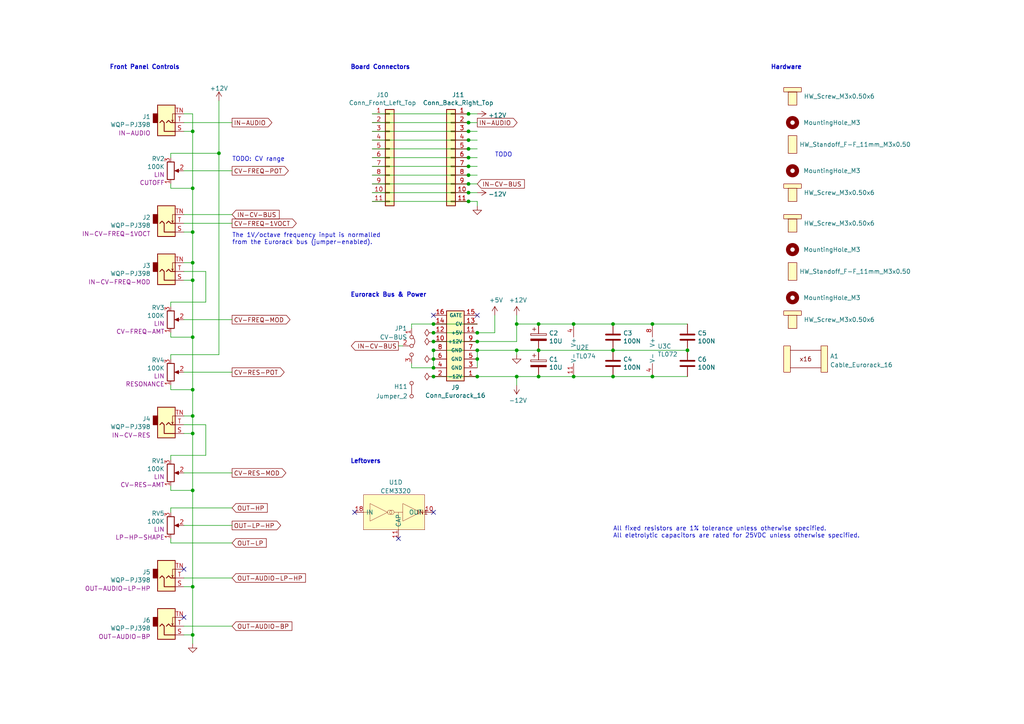
<source format=kicad_sch>
(kicad_sch (version 20211123) (generator eeschema)

  (uuid 9e00edb4-f0f4-46bc-a82d-075ebfd0d3ed)

  (paper "A4")

  (title_block
    (title "Front Panel & Power - Eurorack State-Variable Filter")
    (date "2022-11-11")
    (rev "1.2")
    (company "Len Popp")
    (comment 1 "Copyright © 2022 Len Popp CC BY")
    (comment 2 "CEM3320 state-variable VCF module - Eurorack 10HP")
  )

  (lib_symbols
    (symbol "-lmp-holes:MountingHole_PCB_M3" (pin_names (offset 1.016)) (in_bom no) (on_board yes)
      (property "Reference" "H" (id 0) (at 0 5.08 0)
        (effects (font (size 1.27 1.27)) hide)
      )
      (property "Value" "MountingHole_PCB_M3" (id 1) (at 0 3.175 0)
        (effects (font (size 1.27 1.27)))
      )
      (property "Footprint" "-lmp-holes:MountingHole_PCB_3.2mm_M3" (id 2) (at 0 0 0)
        (effects (font (size 1.27 1.27)) hide)
      )
      (property "Datasheet" "~" (id 3) (at 0 0 0)
        (effects (font (size 1.27 1.27)) hide)
      )
      (property "ki_keywords" "mounting hole" (id 4) (at 0 0 0)
        (effects (font (size 1.27 1.27)) hide)
      )
      (property "ki_description" "Mounting Hole without connection" (id 5) (at 0 0 0)
        (effects (font (size 1.27 1.27)) hide)
      )
      (property "ki_fp_filters" "MountingHole*" (id 6) (at 0 0 0)
        (effects (font (size 1.27 1.27)) hide)
      )
      (symbol "MountingHole_PCB_M3_0_1"
        (circle (center 0 0) (radius 1.27)
          (stroke (width 1.27) (type default) (color 0 0 0 0))
          (fill (type none))
        )
      )
    )
    (symbol "-lmp-opamp:TL072" (pin_names (offset 0.127)) (in_bom yes) (on_board yes)
      (property "Reference" "U" (id 0) (at 0 5.08 0)
        (effects (font (size 1.27 1.27)) (justify left))
      )
      (property "Value" "TL072" (id 1) (at 0 -5.08 0)
        (effects (font (size 1.27 1.27)) (justify left))
      )
      (property "Footprint" "Package_DIP:DIP-8_W7.62mm" (id 2) (at 0 0 0)
        (effects (font (size 1.27 1.27)) hide)
      )
      (property "Datasheet" "https://www.ti.com/lit/ds/symlink/tl072b.pdf?ts=1628812694194" (id 3) (at 0 0 0)
        (effects (font (size 1.27 1.27)) hide)
      )
      (property "Manufacturer" "Texas Instruments" (id 4) (at 0 0 0)
        (effects (font (size 1.27 1.27)) hide)
      )
      (property "ManufacturerPartNum" "TL072BCP" (id 5) (at 0 0 0)
        (effects (font (size 1.27 1.27)) hide)
      )
      (property "Distributor" "Mouser" (id 6) (at 0 0 0)
        (effects (font (size 1.27 1.27)) hide)
      )
      (property "DistributorPartNum" "595-TL072BCP" (id 7) (at 0 0 0)
        (effects (font (size 1.27 1.27)) hide)
      )
      (property "DistributorPartLink" "https://www.mouser.ca/ProductDetail/Texas-Instruments/TL072BCP?qs=p6YqzpSxLIxmo8AyZLsP4g%3D%3D" (id 8) (at 0 0 0)
        (effects (font (size 1.27 1.27)) hide)
      )
      (property "ki_locked" "" (id 9) (at 0 0 0)
        (effects (font (size 1.27 1.27)))
      )
      (property "ki_keywords" "quad opamp" (id 10) (at 0 0 0)
        (effects (font (size 1.27 1.27)) hide)
      )
      (property "ki_description" "Dual Low-Noise JFET-Input Operational Amplifiers, DIP-8/SOIC-8" (id 11) (at 0 0 0)
        (effects (font (size 1.27 1.27)) hide)
      )
      (property "ki_fp_filters" "SOIC*3.9x4.9mm*P1.27mm* DIP*W7.62mm* TO*99* OnSemi*Micro8* TSSOP*3x3mm*P0.65mm* TSSOP*4.4x3mm*P0.65mm* MSOP*3x3mm*P0.65mm* SSOP*3.9x4.9mm*P0.635mm* LFCSP*2x2mm*P0.5mm* *SIP* SOIC*5.3x6.2mm*P1.27mm*" (id 12) (at 0 0 0)
        (effects (font (size 1.27 1.27)) hide)
      )
      (symbol "TL072_1_1"
        (polyline
          (pts
            (xy -5.08 5.08)
            (xy 5.08 0)
            (xy -5.08 -5.08)
            (xy -5.08 5.08)
          )
          (stroke (width 0.254) (type default) (color 0 0 0 0))
          (fill (type background))
        )
        (pin output line (at 7.62 0 180) (length 2.54)
          (name "~" (effects (font (size 1.27 1.27))))
          (number "1" (effects (font (size 1.27 1.27))))
        )
        (pin input line (at -7.62 -2.54 0) (length 2.54)
          (name "-" (effects (font (size 1.27 1.27))))
          (number "2" (effects (font (size 1.27 1.27))))
        )
        (pin input line (at -7.62 2.54 0) (length 2.54)
          (name "+" (effects (font (size 1.27 1.27))))
          (number "3" (effects (font (size 1.27 1.27))))
        )
      )
      (symbol "TL072_2_1"
        (polyline
          (pts
            (xy -5.08 5.08)
            (xy 5.08 0)
            (xy -5.08 -5.08)
            (xy -5.08 5.08)
          )
          (stroke (width 0.254) (type default) (color 0 0 0 0))
          (fill (type background))
        )
        (pin input line (at -7.62 2.54 0) (length 2.54)
          (name "+" (effects (font (size 1.27 1.27))))
          (number "5" (effects (font (size 1.27 1.27))))
        )
        (pin input line (at -7.62 -2.54 0) (length 2.54)
          (name "-" (effects (font (size 1.27 1.27))))
          (number "6" (effects (font (size 1.27 1.27))))
        )
        (pin output line (at 7.62 0 180) (length 2.54)
          (name "~" (effects (font (size 1.27 1.27))))
          (number "7" (effects (font (size 1.27 1.27))))
        )
      )
      (symbol "TL072_3_1"
        (pin power_in line (at -2.54 -7.62 90) (length 3.81)
          (name "V-" (effects (font (size 1.27 1.27))))
          (number "4" (effects (font (size 1.27 1.27))))
        )
        (pin power_in line (at -2.54 7.62 270) (length 3.81)
          (name "V+" (effects (font (size 1.27 1.27))))
          (number "8" (effects (font (size 1.27 1.27))))
        )
      )
    )
    (symbol "-lmp-opamp:TL074" (pin_names (offset 0.127)) (in_bom yes) (on_board yes)
      (property "Reference" "U" (id 0) (at 0 5.08 0)
        (effects (font (size 1.27 1.27)) (justify left))
      )
      (property "Value" "TL074" (id 1) (at 0 -5.08 0)
        (effects (font (size 1.27 1.27)) (justify left))
      )
      (property "Footprint" "Package_DIP:DIP-14_W7.62mm" (id 2) (at -1.27 2.54 0)
        (effects (font (size 1.27 1.27)) hide)
      )
      (property "Datasheet" "http://www.ti.com/lit/ds/symlink/tl071.pdf" (id 3) (at 1.27 5.08 0)
        (effects (font (size 1.27 1.27)) hide)
      )
      (property "Manufacturer" "Texas Instruments" (id 4) (at 0 0 0)
        (effects (font (size 1.27 1.27)) hide)
      )
      (property "ManufacturerPartNum" "TL074BCN" (id 5) (at 0 0 0)
        (effects (font (size 1.27 1.27)) hide)
      )
      (property "Distributor" "Mouser" (id 6) (at 0 0 0)
        (effects (font (size 1.27 1.27)) hide)
      )
      (property "DistributorPartNum" "595-TL074BCN" (id 7) (at 0 0 0)
        (effects (font (size 1.27 1.27)) hide)
      )
      (property "DistributorPartLink" "https://www.mouser.ca/ProductDetail/?qs=vxEfx8VrU7BHurOY5iQdiA%3D%3D" (id 8) (at 0 0 0)
        (effects (font (size 1.27 1.27)) hide)
      )
      (property "ki_locked" "" (id 9) (at 0 0 0)
        (effects (font (size 1.27 1.27)))
      )
      (property "ki_keywords" "quad opamp" (id 10) (at 0 0 0)
        (effects (font (size 1.27 1.27)) hide)
      )
      (property "ki_description" "Quad Low-Noise JFET-Input Operational Amplifiers, DIP-14/SOIC-14" (id 11) (at 0 0 0)
        (effects (font (size 1.27 1.27)) hide)
      )
      (property "ki_fp_filters" "SOIC*3.9x8.7mm*P1.27mm* DIP*W7.62mm* TSSOP*4.4x5mm*P0.65mm* SSOP*5.3x6.2mm*P0.65mm* MSOP*3x3mm*P0.5mm*" (id 12) (at 0 0 0)
        (effects (font (size 1.27 1.27)) hide)
      )
      (symbol "TL074_1_1"
        (polyline
          (pts
            (xy -5.08 5.08)
            (xy 5.08 0)
            (xy -5.08 -5.08)
            (xy -5.08 5.08)
          )
          (stroke (width 0.254) (type default) (color 0 0 0 0))
          (fill (type background))
        )
        (pin output line (at 7.62 0 180) (length 2.54)
          (name "~" (effects (font (size 1.27 1.27))))
          (number "1" (effects (font (size 1.27 1.27))))
        )
        (pin input line (at -7.62 -2.54 0) (length 2.54)
          (name "-" (effects (font (size 1.27 1.27))))
          (number "2" (effects (font (size 1.27 1.27))))
        )
        (pin input line (at -7.62 2.54 0) (length 2.54)
          (name "+" (effects (font (size 1.27 1.27))))
          (number "3" (effects (font (size 1.27 1.27))))
        )
      )
      (symbol "TL074_2_1"
        (polyline
          (pts
            (xy -5.08 5.08)
            (xy 5.08 0)
            (xy -5.08 -5.08)
            (xy -5.08 5.08)
          )
          (stroke (width 0.254) (type default) (color 0 0 0 0))
          (fill (type background))
        )
        (pin input line (at -7.62 2.54 0) (length 2.54)
          (name "+" (effects (font (size 1.27 1.27))))
          (number "5" (effects (font (size 1.27 1.27))))
        )
        (pin input line (at -7.62 -2.54 0) (length 2.54)
          (name "-" (effects (font (size 1.27 1.27))))
          (number "6" (effects (font (size 1.27 1.27))))
        )
        (pin output line (at 7.62 0 180) (length 2.54)
          (name "~" (effects (font (size 1.27 1.27))))
          (number "7" (effects (font (size 1.27 1.27))))
        )
      )
      (symbol "TL074_3_1"
        (polyline
          (pts
            (xy -5.08 5.08)
            (xy 5.08 0)
            (xy -5.08 -5.08)
            (xy -5.08 5.08)
          )
          (stroke (width 0.254) (type default) (color 0 0 0 0))
          (fill (type background))
        )
        (pin input line (at -7.62 2.54 0) (length 2.54)
          (name "+" (effects (font (size 1.27 1.27))))
          (number "10" (effects (font (size 1.27 1.27))))
        )
        (pin output line (at 7.62 0 180) (length 2.54)
          (name "~" (effects (font (size 1.27 1.27))))
          (number "8" (effects (font (size 1.27 1.27))))
        )
        (pin input line (at -7.62 -2.54 0) (length 2.54)
          (name "-" (effects (font (size 1.27 1.27))))
          (number "9" (effects (font (size 1.27 1.27))))
        )
      )
      (symbol "TL074_4_1"
        (polyline
          (pts
            (xy -5.08 5.08)
            (xy 5.08 0)
            (xy -5.08 -5.08)
            (xy -5.08 5.08)
          )
          (stroke (width 0.254) (type default) (color 0 0 0 0))
          (fill (type background))
        )
        (pin input line (at -7.62 2.54 0) (length 2.54)
          (name "+" (effects (font (size 1.27 1.27))))
          (number "12" (effects (font (size 1.27 1.27))))
        )
        (pin input line (at -7.62 -2.54 0) (length 2.54)
          (name "-" (effects (font (size 1.27 1.27))))
          (number "13" (effects (font (size 1.27 1.27))))
        )
        (pin output line (at 7.62 0 180) (length 2.54)
          (name "~" (effects (font (size 1.27 1.27))))
          (number "14" (effects (font (size 1.27 1.27))))
        )
      )
      (symbol "TL074_5_1"
        (pin power_in line (at -2.54 -7.62 90) (length 3.81)
          (name "V-" (effects (font (size 1.27 1.27))))
          (number "11" (effects (font (size 1.27 1.27))))
        )
        (pin power_in line (at -2.54 7.62 270) (length 3.81)
          (name "V+" (effects (font (size 1.27 1.27))))
          (number "4" (effects (font (size 1.27 1.27))))
        )
      )
    )
    (symbol "-lmp-power:+12V" (power) (pin_names (offset 0)) (in_bom yes) (on_board yes)
      (property "Reference" "#PWR" (id 0) (at 0 -3.81 0)
        (effects (font (size 1.27 1.27)) hide)
      )
      (property "Value" "+12V" (id 1) (at 0 3.556 0)
        (effects (font (size 1.27 1.27)))
      )
      (property "Footprint" "" (id 2) (at 0 0 0)
        (effects (font (size 1.27 1.27)) hide)
      )
      (property "Datasheet" "" (id 3) (at 0 0 0)
        (effects (font (size 1.27 1.27)) hide)
      )
      (property "ki_keywords" "power-flag" (id 4) (at 0 0 0)
        (effects (font (size 1.27 1.27)) hide)
      )
      (property "ki_description" "Power symbol creates a global label with name \"+12V\"" (id 5) (at 0 0 0)
        (effects (font (size 1.27 1.27)) hide)
      )
      (symbol "+12V_0_1"
        (polyline
          (pts
            (xy -0.762 1.27)
            (xy 0 2.54)
          )
          (stroke (width 0) (type default) (color 0 0 0 0))
          (fill (type none))
        )
        (polyline
          (pts
            (xy 0 0)
            (xy 0 2.54)
          )
          (stroke (width 0) (type default) (color 0 0 0 0))
          (fill (type none))
        )
        (polyline
          (pts
            (xy 0 2.54)
            (xy 0.762 1.27)
          )
          (stroke (width 0) (type default) (color 0 0 0 0))
          (fill (type none))
        )
      )
      (symbol "+12V_1_1"
        (pin power_in line (at 0 0 90) (length 0) hide
          (name "+12V" (effects (font (size 1.27 1.27))))
          (number "1" (effects (font (size 1.27 1.27))))
        )
      )
    )
    (symbol "-lmp-power:+5V" (power) (pin_names (offset 0)) (in_bom yes) (on_board yes)
      (property "Reference" "#PWR" (id 0) (at 0 -3.81 0)
        (effects (font (size 1.27 1.27)) hide)
      )
      (property "Value" "+5V" (id 1) (at 0 3.556 0)
        (effects (font (size 1.27 1.27)))
      )
      (property "Footprint" "" (id 2) (at 0 0 0)
        (effects (font (size 1.27 1.27)) hide)
      )
      (property "Datasheet" "" (id 3) (at 0 0 0)
        (effects (font (size 1.27 1.27)) hide)
      )
      (property "ki_keywords" "power-flag" (id 4) (at 0 0 0)
        (effects (font (size 1.27 1.27)) hide)
      )
      (property "ki_description" "Power symbol creates a global label with name \"+5V\"" (id 5) (at 0 0 0)
        (effects (font (size 1.27 1.27)) hide)
      )
      (symbol "+5V_0_1"
        (polyline
          (pts
            (xy -0.762 1.27)
            (xy 0 2.54)
          )
          (stroke (width 0) (type default) (color 0 0 0 0))
          (fill (type none))
        )
        (polyline
          (pts
            (xy 0 0)
            (xy 0 2.54)
          )
          (stroke (width 0) (type default) (color 0 0 0 0))
          (fill (type none))
        )
        (polyline
          (pts
            (xy 0 2.54)
            (xy 0.762 1.27)
          )
          (stroke (width 0) (type default) (color 0 0 0 0))
          (fill (type none))
        )
      )
      (symbol "+5V_1_1"
        (pin power_in line (at 0 0 90) (length 0) hide
          (name "+5V" (effects (font (size 1.27 1.27))))
          (number "1" (effects (font (size 1.27 1.27))))
        )
      )
    )
    (symbol "-lmp-power:-12V" (power) (pin_names (offset 0)) (in_bom yes) (on_board yes)
      (property "Reference" "#PWR" (id 0) (at 0 3.81 0)
        (effects (font (size 1.27 1.27)) hide)
      )
      (property "Value" "-12V" (id 1) (at 0 -3.556 0)
        (effects (font (size 1.27 1.27)))
      )
      (property "Footprint" "" (id 2) (at 0 0 0)
        (effects (font (size 1.27 1.27)) hide)
      )
      (property "Datasheet" "" (id 3) (at 0 0 0)
        (effects (font (size 1.27 1.27)) hide)
      )
      (property "ki_keywords" "power-flag" (id 4) (at 0 0 0)
        (effects (font (size 1.27 1.27)) hide)
      )
      (property "ki_description" "Power symbol creates a global label with name \"-12V\"" (id 5) (at 0 0 0)
        (effects (font (size 1.27 1.27)) hide)
      )
      (symbol "-12V_0_1"
        (polyline
          (pts
            (xy -0.762 -1.27)
            (xy 0 -2.54)
          )
          (stroke (width 0) (type default) (color 0 0 0 0))
          (fill (type none))
        )
        (polyline
          (pts
            (xy 0 -2.54)
            (xy 0.762 -1.27)
          )
          (stroke (width 0) (type default) (color 0 0 0 0))
          (fill (type none))
        )
        (polyline
          (pts
            (xy 0 0)
            (xy 0 -2.54)
          )
          (stroke (width 0) (type default) (color 0 0 0 0))
          (fill (type none))
        )
      )
      (symbol "-12V_1_1"
        (pin power_in line (at 0 0 270) (length 0) hide
          (name "-12V" (effects (font (size 1.27 1.27))))
          (number "1" (effects (font (size 1.27 1.27))))
        )
      )
    )
    (symbol "-lmp-power:GND" (power) (pin_numbers hide) (pin_names (offset 0) hide) (in_bom yes) (on_board yes)
      (property "Reference" "#PWR" (id 0) (at 0 -6.35 0)
        (effects (font (size 1.27 1.27)) hide)
      )
      (property "Value" "GND" (id 1) (at 0 -3.81 0)
        (effects (font (size 1.27 1.27)) hide)
      )
      (property "Footprint" "" (id 2) (at 0 0 0)
        (effects (font (size 1.27 1.27)) hide)
      )
      (property "Datasheet" "" (id 3) (at 0 0 0)
        (effects (font (size 1.27 1.27)) hide)
      )
      (property "ki_keywords" "power-flag" (id 4) (at 0 0 0)
        (effects (font (size 1.27 1.27)) hide)
      )
      (property "ki_description" "Power symbol creates a global label with name \"GND\" , ground" (id 5) (at 0 0 0)
        (effects (font (size 1.27 1.27)) hide)
      )
      (symbol "GND_0_1"
        (polyline
          (pts
            (xy 0 0)
            (xy 0 -1.27)
            (xy 1.27 -1.27)
            (xy 0 -2.54)
            (xy -1.27 -1.27)
            (xy 0 -1.27)
          )
          (stroke (width 0) (type default) (color 0 0 0 0))
          (fill (type none))
        )
      )
      (symbol "GND_1_1"
        (pin power_in line (at 0 0 270) (length 0) hide
          (name "GND" (effects (font (size 1.27 1.27))))
          (number "1" (effects (font (size 1.27 1.27))))
        )
      )
    )
    (symbol "-lmp-power:PWR_FLAG" (power) (pin_numbers hide) (pin_names (offset 0) hide) (in_bom yes) (on_board yes)
      (property "Reference" "#FLG" (id 0) (at 0 1.905 0)
        (effects (font (size 1.27 1.27)) hide)
      )
      (property "Value" "PWR_FLAG" (id 1) (at 0 3.81 0)
        (effects (font (size 1.27 1.27)))
      )
      (property "Footprint" "" (id 2) (at 0 0 0)
        (effects (font (size 1.27 1.27)) hide)
      )
      (property "Datasheet" "~" (id 3) (at 0 0 0)
        (effects (font (size 1.27 1.27)) hide)
      )
      (property "ki_keywords" "power-flag" (id 4) (at 0 0 0)
        (effects (font (size 1.27 1.27)) hide)
      )
      (property "ki_description" "Special symbol for telling ERC where power comes from" (id 5) (at 0 0 0)
        (effects (font (size 1.27 1.27)) hide)
      )
      (symbol "PWR_FLAG_0_0"
        (pin power_out line (at 0 0 90) (length 0)
          (name "pwr" (effects (font (size 1.27 1.27))))
          (number "1" (effects (font (size 1.27 1.27))))
        )
      )
      (symbol "PWR_FLAG_0_1"
        (polyline
          (pts
            (xy 0 0)
            (xy 0 1.27)
            (xy -1.016 1.905)
            (xy 0 2.54)
            (xy 1.016 1.905)
            (xy 0 1.27)
          )
          (stroke (width 0) (type default) (color 0 0 0 0))
          (fill (type none))
        )
      )
    )
    (symbol "-lmp-synth:CEM3320" (pin_names (offset 0.762)) (in_bom yes) (on_board yes)
      (property "Reference" "U" (id 0) (at 1.27 9.525 0)
        (effects (font (size 1.27 1.27)) (justify left))
      )
      (property "Value" "CEM3320" (id 1) (at 1.27 6.985 0)
        (effects (font (size 1.27 1.27)) (justify left))
      )
      (property "Footprint" "Package_DIP:DIP-18_W7.62mm" (id 2) (at 0 -10.16 0)
        (effects (font (size 1.27 1.27)) hide)
      )
      (property "Datasheet" "https://electricdruid.net/wp-content/uploads/2017/06/CEM3320-VCF.pdf" (id 3) (at -5.715 -10.16 0)
        (effects (font (size 1.27 1.27)) hide)
      )
      (property "Manufacturer" "Curtis Electromusic" (id 4) (at 0 -10.16 0)
        (effects (font (size 1.27 1.27)) hide)
      )
      (property "ManufacturerPartNum" "3320" (id 5) (at 0 -10.16 0)
        (effects (font (size 1.27 1.27)) hide)
      )
      (property "Distributor" "Thonk" (id 6) (at 0 -10.16 0)
        (effects (font (size 1.27 1.27)) hide)
      )
      (property "DistributorPartNum" "EComp_Chip_CURTIS_CEM3320" (id 7) (at 0 -10.16 0)
        (effects (font (size 1.27 1.27)) hide)
      )
      (property "DistributorPartLink" "https://www.thonk.co.uk/shop/cem3320/" (id 8) (at 0 -10.16 0)
        (effects (font (size 1.27 1.27)) hide)
      )
      (property "Distributor2" "Electric Druid" (id 9) (at 0 -10.16 0)
        (effects (font (size 1.27 1.27)) hide)
      )
      (property "DistributorPartNum2" "AS3320" (id 10) (at 0 -10.16 0)
        (effects (font (size 1.27 1.27)) hide)
      )
      (property "DistributorPartLink2" "https://electricdruid.net/product/as3320-vcf/" (id 11) (at 0 -10.16 0)
        (effects (font (size 1.27 1.27)) hide)
      )
      (property "Distributor3" "SynthCube" (id 12) (at 0 -10.16 0)
        (effects (font (size 1.27 1.27)) hide)
      )
      (property "DistributorPartNum3" "ARAS3320MSTR" (id 13) (at 0 -10.16 0)
        (effects (font (size 1.27 1.27)) hide)
      )
      (property "DistributorPartLink3" "https://synthcube.com/cart/synth-diy/parts/ics-and-semiconductors/alfa-rpar-as3320-vcf-ic-cem3320-replacement" (id 14) (at 0 -10.16 0)
        (effects (font (size 1.27 1.27)) hide)
      )
      (property "Note" "or AS3320" (id 15) (at 6.35 3.81 0)
        (effects (font (size 1.27 1.27)) hide)
      )
      (property "ki_locked" "" (id 16) (at 0 0 0)
        (effects (font (size 1.27 1.27)))
      )
      (property "ki_keywords" "VCF CEM3320 ALFA AS3320 V3320" (id 17) (at 0 0 0)
        (effects (font (size 1.27 1.27)) hide)
      )
      (property "ki_description" "Voltage Controlled Filter (VCF), DIP-18" (id 18) (at 0 0 0)
        (effects (font (size 1.27 1.27)) hide)
      )
      (symbol "CEM3320_0_0"
        (text "IN1" (at 9.525 0 0)
          (effects (font (size 1.27 1.27)))
        )
      )
      (symbol "CEM3320_1_1"
        (rectangle (start -7.62 5.08) (end 10.16 -5.08)
          (stroke (width 0.1016) (type default) (color 0 0 0 0))
          (fill (type background))
        )
        (polyline
          (pts
            (xy -7.62 0)
            (xy -5.715 0)
          )
          (stroke (width 0.0762) (type default) (color 0 0 0 0))
          (fill (type none))
        )
        (polyline
          (pts
            (xy 1.27 0)
            (xy 3.81 0)
          )
          (stroke (width 0.0762) (type default) (color 0 0 0 0))
          (fill (type none))
        )
        (polyline
          (pts
            (xy 2.54 -5.08)
            (xy 2.54 0)
          )
          (stroke (width 0.0762) (type default) (color 0 0 0 0))
          (fill (type none))
        )
        (polyline
          (pts
            (xy 8.89 0)
            (xy 10.16 0)
          )
          (stroke (width 0.0762) (type default) (color 0 0 0 0))
          (fill (type none))
        )
        (polyline
          (pts
            (xy -5.715 2.54)
            (xy -0.635 0)
            (xy -5.715 -2.54)
            (xy -5.715 2.54)
          )
          (stroke (width 0.0762) (type default) (color 0 0 0 0))
          (fill (type none))
        )
        (polyline
          (pts
            (xy 3.81 2.54)
            (xy 8.89 0)
            (xy 3.81 -2.54)
            (xy 3.81 2.54)
          )
          (stroke (width 0.0762) (type default) (color 0 0 0 0))
          (fill (type none))
        )
        (circle (center 0 0) (radius 0.635)
          (stroke (width 0.0762) (type default) (color 0 0 0 0))
          (fill (type none))
        )
        (circle (center 0.635 0) (radius 0.635)
          (stroke (width 0.0762) (type default) (color 0 0 0 0))
          (fill (type none))
        )
        (pin input line (at -10.16 0 0) (length 2.54)
          (name "IN" (effects (font (size 1.27 1.27))))
          (number "1" (effects (font (size 1.27 1.27))))
        )
        (pin passive line (at 2.54 -7.62 90) (length 2.54)
          (name "CAP" (effects (font (size 1.27 1.27))))
          (number "5" (effects (font (size 1.27 1.27))))
        )
        (pin output line (at 12.7 0 180) (length 2.54)
          (name "OUT" (effects (font (size 1.27 1.27))))
          (number "7" (effects (font (size 1.27 1.27))))
        )
      )
      (symbol "CEM3320_2_1"
        (rectangle (start -7.62 5.08) (end 10.16 -5.08)
          (stroke (width 0.1016) (type default) (color 0 0 0 0))
          (fill (type background))
        )
        (polyline
          (pts
            (xy -7.62 0)
            (xy -5.715 0)
          )
          (stroke (width 0.0762) (type default) (color 0 0 0 0))
          (fill (type none))
        )
        (polyline
          (pts
            (xy 1.27 0)
            (xy 3.81 0)
          )
          (stroke (width 0.0762) (type default) (color 0 0 0 0))
          (fill (type none))
        )
        (polyline
          (pts
            (xy 2.54 -5.08)
            (xy 2.54 0)
          )
          (stroke (width 0.0762) (type default) (color 0 0 0 0))
          (fill (type none))
        )
        (polyline
          (pts
            (xy 8.89 0)
            (xy 10.16 0)
          )
          (stroke (width 0.0762) (type default) (color 0 0 0 0))
          (fill (type none))
        )
        (polyline
          (pts
            (xy -5.715 2.54)
            (xy -0.635 0)
            (xy -5.715 -2.54)
            (xy -5.715 2.54)
          )
          (stroke (width 0.0762) (type default) (color 0 0 0 0))
          (fill (type none))
        )
        (polyline
          (pts
            (xy 3.81 2.54)
            (xy 8.89 0)
            (xy 3.81 -2.54)
            (xy 3.81 2.54)
          )
          (stroke (width 0.0762) (type default) (color 0 0 0 0))
          (fill (type none))
        )
        (circle (center 0 0) (radius 0.635)
          (stroke (width 0.0762) (type default) (color 0 0 0 0))
          (fill (type none))
        )
        (circle (center 0.635 0) (radius 0.635)
          (stroke (width 0.0762) (type default) (color 0 0 0 0))
          (fill (type none))
        )
        (pin input line (at -10.16 0 0) (length 2.54)
          (name "IN" (effects (font (size 1.27 1.27))))
          (number "2" (effects (font (size 1.27 1.27))))
        )
        (pin passive line (at 2.54 -7.62 90) (length 2.54)
          (name "CAP" (effects (font (size 1.27 1.27))))
          (number "4" (effects (font (size 1.27 1.27))))
        )
        (pin output line (at 12.7 0 180) (length 2.54)
          (name "OUT" (effects (font (size 1.27 1.27))))
          (number "6" (effects (font (size 1.27 1.27))))
        )
      )
      (symbol "CEM3320_3_1"
        (rectangle (start -7.62 5.08) (end 10.16 -5.08)
          (stroke (width 0.1016) (type default) (color 0 0 0 0))
          (fill (type background))
        )
        (polyline
          (pts
            (xy -7.62 0)
            (xy -5.715 0)
          )
          (stroke (width 0.0762) (type default) (color 0 0 0 0))
          (fill (type none))
        )
        (polyline
          (pts
            (xy 1.27 0)
            (xy 3.81 0)
          )
          (stroke (width 0.0762) (type default) (color 0 0 0 0))
          (fill (type none))
        )
        (polyline
          (pts
            (xy 2.54 -5.08)
            (xy 2.54 0)
          )
          (stroke (width 0.0762) (type default) (color 0 0 0 0))
          (fill (type none))
        )
        (polyline
          (pts
            (xy 8.89 0)
            (xy 10.16 0)
          )
          (stroke (width 0.0762) (type default) (color 0 0 0 0))
          (fill (type none))
        )
        (polyline
          (pts
            (xy -5.715 2.54)
            (xy -0.635 0)
            (xy -5.715 -2.54)
            (xy -5.715 2.54)
          )
          (stroke (width 0.0762) (type default) (color 0 0 0 0))
          (fill (type none))
        )
        (polyline
          (pts
            (xy 3.81 2.54)
            (xy 8.89 0)
            (xy 3.81 -2.54)
            (xy 3.81 2.54)
          )
          (stroke (width 0.0762) (type default) (color 0 0 0 0))
          (fill (type none))
        )
        (circle (center 0 0) (radius 0.635)
          (stroke (width 0.0762) (type default) (color 0 0 0 0))
          (fill (type none))
        )
        (circle (center 0.635 0) (radius 0.635)
          (stroke (width 0.0762) (type default) (color 0 0 0 0))
          (fill (type none))
        )
        (pin output line (at 12.7 0 180) (length 2.54)
          (name "OUT" (effects (font (size 1.27 1.27))))
          (number "15" (effects (font (size 1.27 1.27))))
        )
        (pin passive line (at 2.54 -7.62 90) (length 2.54)
          (name "CAP" (effects (font (size 1.27 1.27))))
          (number "16" (effects (font (size 1.27 1.27))))
        )
        (pin input line (at -10.16 0 0) (length 2.54)
          (name "IN" (effects (font (size 1.27 1.27))))
          (number "17" (effects (font (size 1.27 1.27))))
        )
      )
      (symbol "CEM3320_4_1"
        (rectangle (start -7.62 5.08) (end 10.16 -5.08)
          (stroke (width 0.1016) (type default) (color 0 0 0 0))
          (fill (type background))
        )
        (polyline
          (pts
            (xy -7.62 0)
            (xy -5.715 0)
          )
          (stroke (width 0.0762) (type default) (color 0 0 0 0))
          (fill (type none))
        )
        (polyline
          (pts
            (xy 1.27 0)
            (xy 3.81 0)
          )
          (stroke (width 0.0762) (type default) (color 0 0 0 0))
          (fill (type none))
        )
        (polyline
          (pts
            (xy 2.54 -5.08)
            (xy 2.54 0)
          )
          (stroke (width 0.0762) (type default) (color 0 0 0 0))
          (fill (type none))
        )
        (polyline
          (pts
            (xy 8.89 0)
            (xy 10.16 0)
          )
          (stroke (width 0.0762) (type default) (color 0 0 0 0))
          (fill (type none))
        )
        (polyline
          (pts
            (xy -5.715 2.54)
            (xy -0.635 0)
            (xy -5.715 -2.54)
            (xy -5.715 2.54)
          )
          (stroke (width 0.0762) (type default) (color 0 0 0 0))
          (fill (type none))
        )
        (polyline
          (pts
            (xy 3.81 2.54)
            (xy 8.89 0)
            (xy 3.81 -2.54)
            (xy 3.81 2.54)
          )
          (stroke (width 0.0762) (type default) (color 0 0 0 0))
          (fill (type none))
        )
        (circle (center 0 0) (radius 0.635)
          (stroke (width 0.0762) (type default) (color 0 0 0 0))
          (fill (type none))
        )
        (circle (center 0.635 0) (radius 0.635)
          (stroke (width 0.0762) (type default) (color 0 0 0 0))
          (fill (type none))
        )
        (pin output line (at 12.7 0 180) (length 2.54)
          (name "OUT" (effects (font (size 1.27 1.27))))
          (number "10" (effects (font (size 1.27 1.27))))
        )
        (pin passive line (at 2.54 -7.62 90) (length 2.54)
          (name "CAP" (effects (font (size 1.27 1.27))))
          (number "11" (effects (font (size 1.27 1.27))))
        )
        (pin input line (at -10.16 0 0) (length 2.54)
          (name "IN" (effects (font (size 1.27 1.27))))
          (number "18" (effects (font (size 1.27 1.27))))
        )
      )
      (symbol "CEM3320_5_1"
        (polyline
          (pts
            (xy -5.08 5.08)
            (xy -1.27 -5.08)
          )
          (stroke (width 0.254) (type default) (color 0 0 0 0))
          (fill (type none))
        )
        (polyline
          (pts
            (xy -1.27 5.08)
            (xy -5.08 -5.08)
          )
          (stroke (width 0.254) (type default) (color 0 0 0 0))
          (fill (type none))
        )
        (polyline
          (pts
            (xy 0 3.81)
            (xy 0 3.81)
          )
          (stroke (width 0) (type default) (color 0 0 0 0))
          (fill (type none))
        )
        (polyline
          (pts
            (xy -1.27 5.08)
            (xy -5.08 5.08)
            (xy -5.08 -5.08)
            (xy -1.27 -5.08)
          )
          (stroke (width 0.254) (type default) (color 0 0 0 0))
          (fill (type background))
        )
        (polyline
          (pts
            (xy -1.27 5.08)
            (xy 7.62 0)
            (xy -1.27 -5.08)
            (xy -1.27 5.08)
          )
          (stroke (width 0.254) (type default) (color 0 0 0 0))
          (fill (type background))
        )
        (pin input line (at -7.62 0 0) (length 2.54)
          (name "FB" (effects (font (size 1.27 1.27))))
          (number "8" (effects (font (size 1.27 1.27))))
        )
        (pin input line (at 0 -7.62 90) (length 3.302)
          (name "Q-CTRL" (effects (font (size 0.762 0.762))))
          (number "9" (effects (font (size 1.27 1.27))))
        )
      )
      (symbol "CEM3320_6_0"
        (rectangle (start -10.16 5.08) (end 5.08 -10.16)
          (stroke (width 0) (type default) (color 0 0 0 0))
          (fill (type background))
        )
      )
      (symbol "CEM3320_6_1"
        (pin input line (at -12.7 -2.54 0) (length 2.54)
          (name "FREQ-CTRL" (effects (font (size 1.27 1.27))))
          (number "12" (effects (font (size 1.27 1.27))))
        )
        (pin power_in line (at 0 -12.7 90) (length 2.54)
          (name "VEE" (effects (font (size 1.27 1.27))))
          (number "13" (effects (font (size 1.27 1.27))))
        )
        (pin power_in line (at 0 7.62 270) (length 2.54)
          (name "VCC" (effects (font (size 1.27 1.27))))
          (number "14" (effects (font (size 1.27 1.27))))
        )
        (pin power_in line (at 7.62 -5.08 180) (length 2.54)
          (name "GND" (effects (font (size 1.27 1.27))))
          (number "3" (effects (font (size 1.27 1.27))))
        )
      )
    )
    (symbol "-lmp-synth:CP_10U" (pin_numbers hide) (pin_names (offset 0.254)) (in_bom yes) (on_board yes)
      (property "Reference" "C" (id 0) (at 0.635 2.54 0)
        (effects (font (size 1.27 1.27)) (justify left))
      )
      (property "Value" "CP_10U" (id 1) (at 0.635 -2.54 0)
        (effects (font (size 1.27 1.27)) (justify left))
      )
      (property "Footprint" "-lmp-misc:CP_Radial_D5.0mm_P2.50mm" (id 2) (at 0.9652 -3.81 0)
        (effects (font (size 1.27 1.27)) hide)
      )
      (property "Datasheet" "https://www.mouser.ca/datasheet/2/315/ABA0000C1059-947582.pdf" (id 3) (at 0 -3.81 0)
        (effects (font (size 1.27 1.27)) hide)
      )
      (property "Note" "12 V decoupling" (id 4) (at 0.635 -6.35 0)
        (effects (font (size 1.27 1.27)) (justify left) hide)
      )
      (property "Manufacturer" "Panasonic" (id 5) (at 0 -3.81 0)
        (effects (font (size 1.27 1.27)) hide)
      )
      (property "ManufacturerPartNum" "ECE-A1VKS100I" (id 6) (at 0 -3.81 0)
        (effects (font (size 1.27 1.27)) hide)
      )
      (property "Distributor" "Mouser" (id 7) (at 0 -3.81 0)
        (effects (font (size 1.27 1.27)) hide)
      )
      (property "DistributorPartNum" "667-ECE-A1VKS100I" (id 8) (at 0 -3.81 0)
        (effects (font (size 1.27 1.27)) hide)
      )
      (property "DistributorPartLink" "https://www.mouser.ca/ProductDetail/667-ECE-A1VKS100I" (id 9) (at 0 -3.81 0)
        (effects (font (size 1.27 1.27)) hide)
      )
      (property "Distributor2" "Thonk" (id 10) (at 0 -3.81 0)
        (effects (font (size 1.27 1.27)) hide)
      )
      (property "DistributorPartNum2" "" (id 11) (at 0 -3.81 0)
        (effects (font (size 1.27 1.27)) hide)
      )
      (property "DistributorPartLink2" "https://www.thonk.co.uk/shop/eurorack-diy-essentials/" (id 12) (at 0 -3.81 0)
        (effects (font (size 1.27 1.27)) hide)
      )
      (property "ki_keywords" "cap capacitor electrolytic" (id 13) (at 0 0 0)
        (effects (font (size 1.27 1.27)) hide)
      )
      (property "ki_description" "Capacitor - Electrolytic - 12 V decoupling" (id 14) (at 0 0 0)
        (effects (font (size 1.27 1.27)) hide)
      )
      (property "ki_fp_filters" "CP_*" (id 15) (at 0 0 0)
        (effects (font (size 1.27 1.27)) hide)
      )
      (symbol "CP_10U_0_1"
        (rectangle (start -2.286 0.508) (end 2.286 1.016)
          (stroke (width 0) (type default) (color 0 0 0 0))
          (fill (type none))
        )
        (polyline
          (pts
            (xy -1.778 2.286)
            (xy -0.762 2.286)
          )
          (stroke (width 0) (type default) (color 0 0 0 0))
          (fill (type none))
        )
        (polyline
          (pts
            (xy -1.27 2.794)
            (xy -1.27 1.778)
          )
          (stroke (width 0) (type default) (color 0 0 0 0))
          (fill (type none))
        )
        (rectangle (start 2.286 -0.508) (end -2.286 -1.016)
          (stroke (width 0) (type default) (color 0 0 0 0))
          (fill (type outline))
        )
      )
      (symbol "CP_10U_1_1"
        (pin passive line (at 0 3.81 270) (length 2.794)
          (name "~" (effects (font (size 1.27 1.27))))
          (number "1" (effects (font (size 1.27 1.27))))
        )
        (pin passive line (at 0 -3.81 90) (length 2.794)
          (name "~" (effects (font (size 1.27 1.27))))
          (number "2" (effects (font (size 1.27 1.27))))
        )
      )
    )
    (symbol "-lmp-synth:Cable_Eurorack_16" (in_bom yes) (on_board no)
      (property "Reference" "A" (id 0) (at 0 8.255 0)
        (effects (font (size 1.27 1.27)))
      )
      (property "Value" "Cable_Eurorack_16" (id 1) (at 0 5.715 0)
        (effects (font (size 1.27 1.27)))
      )
      (property "Footprint" "-lmp-misc:NoFootprint" (id 2) (at 0.635 -5.08 0)
        (effects (font (size 1.27 1.27)) hide)
      )
      (property "Datasheet" "" (id 3) (at 0 8.255 0)
        (effects (font (size 1.27 1.27)) hide)
      )
      (property "Note" "Length as required" (id 4) (at 0 -1.27 0)
        (effects (font (size 1.27 1.27)) hide)
      )
      (property "Distributor" "Thonk" (id 5) (at 0 -5.08 0)
        (effects (font (size 1.27 1.27)) hide)
      )
      (property "DistributorPartLink" "https://www.thonk.co.uk/shop/eurorack-power-cables/" (id 6) (at 0 -5.08 0)
        (effects (font (size 1.27 1.27)) hide)
      )
      (property "Distributor2" "SynthCube" (id 7) (at 0 -5.08 0)
        (effects (font (size 1.27 1.27)) hide)
      )
      (property "DistributorPartLink2" "https://synthcube.com/cart/eurorack-ribbon-power-cables" (id 8) (at 0 -5.08 0)
        (effects (font (size 1.27 1.27)) hide)
      )
      (property "Distributor3" "Modular Addict" (id 9) (at 0 -5.08 0)
        (effects (font (size 1.27 1.27)) hide)
      )
      (property "DistributorPartLink3" "https://modularaddict.com/parts/eurorack-power-cables-1" (id 10) (at 0 -5.08 0)
        (effects (font (size 1.27 1.27)) hide)
      )
      (property "ki_keywords" "Eurorack 16 power cable" (id 11) (at 0 0 0)
        (effects (font (size 1.27 1.27)) hide)
      )
      (property "ki_description" "Eurorack 16-16 pin power & bus cable" (id 12) (at 0 0 0)
        (effects (font (size 1.27 1.27)) hide)
      )
      (symbol "Cable_Eurorack_16_0_0"
        (text "x16" (at 0 0 0)
          (effects (font (size 1.27 1.27)))
        )
      )
      (symbol "Cable_Eurorack_16_0_1"
        (rectangle (start -6.35 3.81) (end -4.445 -3.81)
          (stroke (width 0.1524) (type default) (color 0 0 0 0))
          (fill (type background))
        )
        (polyline
          (pts
            (xy -4.445 -2.54)
            (xy 4.445 -2.54)
          )
          (stroke (width 0.1524) (type default) (color 0 0 0 0))
          (fill (type none))
        )
        (polyline
          (pts
            (xy -4.445 2.54)
            (xy 4.445 2.54)
          )
          (stroke (width 0.1524) (type default) (color 0 0 0 0))
          (fill (type none))
        )
        (rectangle (start 4.445 3.81) (end 6.35 -3.81)
          (stroke (width 0.1524) (type default) (color 0 0 0 0))
          (fill (type background))
        )
      )
    )
    (symbol "-lmp-synth:Conn_Eurorack_Pwr_16" (in_bom yes) (on_board yes)
      (property "Reference" "J" (id 0) (at 1.27 10.16 0)
        (effects (font (size 1.27 1.27)))
      )
      (property "Value" "Conn_Eurorack_Pwr_16" (id 1) (at 1.27 -12.7 0)
        (effects (font (size 1.27 1.27)))
      )
      (property "Footprint" "-lmp-synth:IDC-Header-Eurorack-16-TH" (id 2) (at 0 -14.478 0)
        (effects (font (size 1.27 1.27)) hide)
      )
      (property "Datasheet" "https://www.mouser.ca/datasheet/2/445/61201621621-1717735.pdf" (id 3) (at 2.54 -2.54 0)
        (effects (font (size 1.27 1.27)) hide)
      )
      (property "Manufacturer" "Wurth Elektronik" (id 4) (at 0.254 -14.478 0)
        (effects (font (size 1.27 1.27)) hide)
      )
      (property "ManufacturerPartNum" "61201621621" (id 5) (at 0.254 -14.478 0)
        (effects (font (size 1.27 1.27)) hide)
      )
      (property "Distributor" "Mouser" (id 6) (at 0.254 -14.478 0)
        (effects (font (size 1.27 1.27)) hide)
      )
      (property "DistributorPartNum" "710-61201621621" (id 7) (at 0.254 -14.478 0)
        (effects (font (size 1.27 1.27)) hide)
      )
      (property "DistributorPartLink" "https://www.mouser.ca/ProductDetail/Wurth-Elektronik/61201621621?qs=ZtY9WdtwX55qFf4n3EFuaA%3D%3D" (id 8) (at 0.254 -14.478 0)
        (effects (font (size 1.27 1.27)) hide)
      )
      (property "ki_keywords" "connector Eurorack" (id 9) (at 0 0 0)
        (effects (font (size 1.27 1.27)) hide)
      )
      (property "ki_description" "Eurorack 16-pin board power/CV/gate bus connector" (id 10) (at 0 0 0)
        (effects (font (size 1.27 1.27)) hide)
      )
      (property "ki_fp_filters" "Connector*:*_2x??_*" (id 11) (at 0 0 0)
        (effects (font (size 1.27 1.27)) hide)
      )
      (symbol "Conn_Eurorack_Pwr_16_1_1"
        (rectangle (start 3.81 -11.43) (end -1.27 8.89)
          (stroke (width 0.254) (type default) (color 0 0 0 0))
          (fill (type background))
        )
        (pin power_in line (at 7.62 -10.16 180) (length 3.81)
          (name "-12V" (effects (font (size 1.016 1.016))))
          (number "1" (effects (font (size 1.27 1.27))))
        )
        (pin power_in line (at -5.08 0 0) (length 3.81)
          (name "~" (effects (font (size 1.27 1.27))))
          (number "10" (effects (font (size 1.27 1.27))))
        )
        (pin power_in line (at 7.62 2.54 180) (length 3.81)
          (name "+5V" (effects (font (size 1.016 1.016))))
          (number "11" (effects (font (size 1.27 1.27))))
        )
        (pin power_in line (at -5.08 2.54 0) (length 3.81)
          (name "~" (effects (font (size 1.27 1.27))))
          (number "12" (effects (font (size 1.27 1.27))))
        )
        (pin bidirectional line (at 7.62 5.08 180) (length 3.81)
          (name "CV" (effects (font (size 1.016 1.016))))
          (number "13" (effects (font (size 1.27 1.27))))
        )
        (pin bidirectional line (at -5.08 5.08 0) (length 3.81)
          (name "~" (effects (font (size 1.27 1.27))))
          (number "14" (effects (font (size 1.27 1.27))))
        )
        (pin bidirectional line (at 7.62 7.62 180) (length 3.81)
          (name "GATE" (effects (font (size 1.016 1.016))))
          (number "15" (effects (font (size 1.27 1.27))))
        )
        (pin bidirectional line (at -5.08 7.62 0) (length 3.81)
          (name "~" (effects (font (size 1.27 1.27))))
          (number "16" (effects (font (size 1.27 1.27))))
        )
        (pin power_in line (at -5.08 -10.16 0) (length 3.81)
          (name "~" (effects (font (size 1.27 1.27))))
          (number "2" (effects (font (size 1.27 1.27))))
        )
        (pin power_in line (at 7.62 -7.62 180) (length 3.81)
          (name "GND" (effects (font (size 1.016 1.016))))
          (number "3" (effects (font (size 1.27 1.27))))
        )
        (pin power_in line (at -5.08 -7.62 0) (length 3.81)
          (name "~" (effects (font (size 1.27 1.27))))
          (number "4" (effects (font (size 1.27 1.27))))
        )
        (pin power_in line (at 7.62 -5.08 180) (length 3.81)
          (name "GND" (effects (font (size 1.016 1.016))))
          (number "5" (effects (font (size 1.27 1.27))))
        )
        (pin power_in line (at -5.08 -5.08 0) (length 3.81)
          (name "~" (effects (font (size 1.27 1.27))))
          (number "6" (effects (font (size 1.27 1.27))))
        )
        (pin power_in line (at 7.62 -2.54 180) (length 3.81)
          (name "GND" (effects (font (size 1.016 1.016))))
          (number "7" (effects (font (size 1.27 1.27))))
        )
        (pin power_in line (at -5.08 -2.54 0) (length 3.81)
          (name "~" (effects (font (size 1.27 1.27))))
          (number "8" (effects (font (size 1.27 1.27))))
        )
        (pin power_in line (at 7.62 0 180) (length 3.81)
          (name "+12V" (effects (font (size 1.016 1.016))))
          (number "9" (effects (font (size 1.27 1.27))))
        )
      )
    )
    (symbol "-lmp-synth:HW_Screw_M3x0.50x6" (pin_names (offset 1.016)) (in_bom yes) (on_board no)
      (property "Reference" "H" (id 0) (at 0 0 0)
        (effects (font (size 1.27 1.27)) hide)
      )
      (property "Value" "HW_Screw_M3x0.50x6" (id 1) (at 0 -5.08 0)
        (effects (font (size 1.27 1.27)))
      )
      (property "Footprint" "" (id 2) (at 0 0 0)
        (effects (font (size 1.27 1.27)) hide)
      )
      (property "Datasheet" "~" (id 3) (at 0 0 0)
        (effects (font (size 1.27 1.27)) hide)
      )
      (property "ki_keywords" "screw M3" (id 4) (at 0 0 0)
        (effects (font (size 1.27 1.27)) hide)
      )
      (property "ki_description" "Machine screw, M3x0.50x6" (id 5) (at 0 0 0)
        (effects (font (size 1.27 1.27)) hide)
      )
      (symbol "HW_Screw_M3x0.50x6_0_1"
        (rectangle (start -2.54 1.27) (end 2.54 2.54)
          (stroke (width 0) (type default) (color 0 0 0 0))
          (fill (type background))
        )
        (rectangle (start -1.27 1.27) (end 1.27 -2.54)
          (stroke (width 0) (type default) (color 0 0 0 0))
          (fill (type background))
        )
      )
    )
    (symbol "-lmp-synth:HW_Standoff_F-F_11mm_M3x0.50" (pin_names (offset 1.016)) (in_bom yes) (on_board no)
      (property "Reference" "H" (id 0) (at 0 3.81 0)
        (effects (font (size 1.27 1.27)) hide)
      )
      (property "Value" "HW_Standoff_F-F_11mm_M3x0.50" (id 1) (at 0 -3.81 0)
        (effects (font (size 1.27 1.27)))
      )
      (property "Footprint" "" (id 2) (at 0 -3.81 0)
        (effects (font (size 1.27 1.27)) hide)
      )
      (property "Datasheet" "https://www.thonk.co.uk/wp-content/uploads/2018/05/standoff-datasheet.pdf" (id 3) (at 0 0 0)
        (effects (font (size 1.27 1.27)) hide)
      )
      (property "Distributor" "Thonk" (id 4) (at 0 0 0)
        (effects (font (size 1.27 1.27)) hide)
      )
      (property "DistributorPartNum" "Mech_11mm_Standoff_(x10)" (id 5) (at 0 0 0)
        (effects (font (size 1.27 1.27)) hide)
      )
      (property "DistributorPartLink" "https://www.thonk.co.uk/shop/standoffs/" (id 6) (at 0 0 0)
        (effects (font (size 1.27 1.27)) hide)
      )
      (property "Manufacturer" "Ettinger" (id 7) (at 0 0 0)
        (effects (font (size 1.27 1.27)) hide)
      )
      (property "ManufacturerPartNum" "05.03.111" (id 8) (at 0 0 0)
        (effects (font (size 1.27 1.27)) hide)
      )
      (property "Distributor2" "Mouser" (id 9) (at 0 0 0)
        (effects (font (size 1.27 1.27)) hide)
      )
      (property "DistributorPartNum2" "710-970110321" (id 10) (at 0 0 0)
        (effects (font (size 1.27 1.27)) hide)
      )
      (property "DistributorPartLink2" "https://www.mouser.ca/ProductDetail/Wurth-Elektronik/970110321?qs=wr8lucFkNMUs0IWSCWTB3w%3D%3D" (id 11) (at 0 0 0)
        (effects (font (size 1.27 1.27)) hide)
      )
      (property "Distributor3" "Mouser" (id 12) (at 0 0 0)
        (effects (font (size 1.27 1.27)) hide)
      )
      (property "DistributorPartNum3" "144-MTS-11" (id 13) (at 0 0 0)
        (effects (font (size 1.27 1.27)) hide)
      )
      (property "DistributorPartLink3" "https://www.mouser.ca/ProductDetail/144-MTS-11" (id 14) (at 0 0 0)
        (effects (font (size 1.27 1.27)) hide)
      )
      (property "ki_keywords" "standoff M3 female" (id 15) (at 0 0 0)
        (effects (font (size 1.27 1.27)) hide)
      )
      (property "ki_description" "Standoff, 11mm, female-female, M3x0.50" (id 16) (at 0 0 0)
        (effects (font (size 1.27 1.27)) hide)
      )
      (symbol "HW_Standoff_F-F_11mm_M3x0.50_0_1"
        (rectangle (start -1.27 2.54) (end 1.27 -2.54)
          (stroke (width 0) (type default) (color 0 0 0 0))
          (fill (type background))
        )
      )
    )
    (symbol "-lmp-synth:Jack_WQP-PJ398" (in_bom yes) (on_board yes)
      (property "Reference" "J" (id 0) (at 0 10.033 0)
        (effects (font (size 1.27 1.27)))
      )
      (property "Value" "Jack_WQP-PJ398" (id 1) (at 0 7.62 0)
        (effects (font (size 1.27 1.27)))
      )
      (property "Footprint" "-lmp-synth:Jack_3.5mm_QingPu_WQP-PJ398SM_Vertical" (id 2) (at 0 0 0)
        (effects (font (size 1.27 1.27)) hide)
      )
      (property "Datasheet" "http://www.qingpu-electronics.com/en/products/WQP-PJ398SM-362.html" (id 3) (at 0 0 0)
        (effects (font (size 1.27 1.27)) hide)
      )
      (property "Label" "[label]" (id 4) (at 0 5.207 0)
        (effects (font (size 1.27 1.27)))
      )
      (property "Manufacturer" "QingPu / Thonk" (id 5) (at 0 0 0)
        (effects (font (size 1.27 1.27)) hide)
      )
      (property "ManufacturerPartNum" "PJ398SM / WQP518MA" (id 6) (at 0 0 0)
        (effects (font (size 1.27 1.27)) hide)
      )
      (property "Distributor" "Thonk" (id 7) (at 0 0 0)
        (effects (font (size 1.27 1.27)) hide)
      )
      (property "DistributorPartNum" "PJ398SM" (id 8) (at 0 0 0)
        (effects (font (size 1.27 1.27)) hide)
      )
      (property "DistributorPartLink" "https://www.thonk.co.uk/shop/thonkiconn/" (id 9) (at 0 0 0)
        (effects (font (size 1.27 1.27)) hide)
      )
      (property "Distributor2" "SynthCube" (id 10) (at 0 0 0)
        (effects (font (size 1.27 1.27)) hide)
      )
      (property "DistributorPartNum2" "WQP518MA" (id 11) (at 0 0 0)
        (effects (font (size 1.27 1.27)) hide)
      )
      (property "DistributorPartLink2" "https://synthcube.com/cart/3-5mm-euro-jacks" (id 12) (at 0 0 0)
        (effects (font (size 1.27 1.27)) hide)
      )
      (property "Distributor3" "Adafruit" (id 13) (at 0 0 0)
        (effects (font (size 1.27 1.27)) hide)
      )
      (property "DistributorPartNum3" "4031" (id 14) (at 0 0 0)
        (effects (font (size 1.27 1.27)) hide)
      )
      (property "DistributorPartLink3" "https://www.adafruit.com/product/4031" (id 15) (at 0 0 0)
        (effects (font (size 1.27 1.27)) hide)
      )
      (property "ki_keywords" "audio jack receptacle mono headphones phone TS connector QingPu Thonkiconn" (id 16) (at 0 0 0)
        (effects (font (size 1.27 1.27)) hide)
      )
      (property "ki_description" "Audio Jack, 2 Poles (Mono / TS), Switched T Pole (Normalling), QingPu / Thonkiconn" (id 17) (at 0 0 0)
        (effects (font (size 1.27 1.27)) hide)
      )
      (property "ki_fp_filters" "Jack*" (id 18) (at 0 0 0)
        (effects (font (size 1.27 1.27)) hide)
      )
      (symbol "Jack_WQP-PJ398_0_1"
        (rectangle (start -2.54 0) (end -3.81 -2.54)
          (stroke (width 0.254) (type default) (color 0 0 0 0))
          (fill (type outline))
        )
        (polyline
          (pts
            (xy 1.778 -0.254)
            (xy 2.032 -0.762)
          )
          (stroke (width 0) (type default) (color 0 0 0 0))
          (fill (type none))
        )
        (polyline
          (pts
            (xy 0 0)
            (xy 0.635 -0.635)
            (xy 1.27 0)
            (xy 2.54 0)
          )
          (stroke (width 0.254) (type default) (color 0 0 0 0))
          (fill (type none))
        )
        (polyline
          (pts
            (xy 2.54 -2.54)
            (xy 1.778 -2.54)
            (xy 1.778 -0.254)
            (xy 1.524 -0.762)
          )
          (stroke (width 0) (type default) (color 0 0 0 0))
          (fill (type none))
        )
        (polyline
          (pts
            (xy 2.54 2.54)
            (xy -0.635 2.54)
            (xy -0.635 0)
            (xy -1.27 -0.635)
            (xy -1.905 0)
          )
          (stroke (width 0.254) (type default) (color 0 0 0 0))
          (fill (type none))
        )
        (rectangle (start 2.54 3.81) (end -2.54 -5.08)
          (stroke (width 0.254) (type default) (color 0 0 0 0))
          (fill (type background))
        )
      )
      (symbol "Jack_WQP-PJ398_1_1"
        (pin passive line (at 5.08 2.54 180) (length 2.54)
          (name "~" (effects (font (size 1.27 1.27))))
          (number "S" (effects (font (size 1.27 1.27))))
        )
        (pin passive line (at 5.08 0 180) (length 2.54)
          (name "~" (effects (font (size 1.27 1.27))))
          (number "T" (effects (font (size 1.27 1.27))))
        )
        (pin passive line (at 5.08 -2.54 180) (length 2.54)
          (name "~" (effects (font (size 1.27 1.27))))
          (number "TN" (effects (font (size 1.27 1.27))))
        )
      )
    )
    (symbol "-lmp-synth:R_POT_Panel_PCB_Alpha" (pin_names (offset 1.016) hide) (in_bom yes) (on_board yes)
      (property "Reference" "RV" (id 0) (at -9.144 0 90)
        (effects (font (size 1.27 1.27)))
      )
      (property "Value" "R_POT_Panel_PCB_Alpha" (id 1) (at -7.239 0 90)
        (effects (font (size 1.27 1.27)))
      )
      (property "Footprint" "-lmp-synth:Potentiometer_Alpha_RD901F-40-00D_Single_Vertical" (id 2) (at 0 0 0)
        (effects (font (size 1.27 1.27)) hide)
      )
      (property "Datasheet" "https://www.mouser.ca/datasheet/2/13/alpha_taiwan_08192019_RD901F-40-15R1-B(resistance_-1627810.pdf" (id 3) (at 0 0 0)
        (effects (font (size 1.27 1.27)) hide)
      )
      (property "Value2" "[LIN/LOG]" (id 4) (at -5.207 0 90)
        (effects (font (size 1.27 1.27)))
      )
      (property "Label" "[label]" (id 5) (at -3.175 0 90)
        (effects (font (size 1.27 1.27)))
      )
      (property "Manufacturer" "Alpha" (id 6) (at 0 0 0)
        (effects (font (size 1.27 1.27)) hide)
      )
      (property "ManufacturerPartNum" "RD901F-*" (id 7) (at 0 0 0)
        (effects (font (size 1.27 1.27)) hide)
      )
      (property "Distributor" "Thonk" (id 8) (at 0 0 0)
        (effects (font (size 1.27 1.27)) hide)
      )
      (property "DistributorPartNum" "Group_Pot_Alpha_6.35mm" (id 9) (at 0 0 0)
        (effects (font (size 1.27 1.27)) hide)
      )
      (property "DistributorPartLink" "https://www.thonk.co.uk/shop/alpha-9mm-pots/" (id 10) (at 0 0 0)
        (effects (font (size 1.27 1.27)) hide)
      )
      (property "Distributor2" "Mouser" (id 11) (at 0 0 0)
        (effects (font (size 1.27 1.27)) hide)
      )
      (property "DistributorPartNum2" "311-1940F-*" (id 12) (at 0 0 0)
        (effects (font (size 1.27 1.27)) hide)
      )
      (property "DistributorPartLink2" "https://www.mouser.ca/c/passive-components/potentiometers-trimmers-rheostats/potentiometers/?q=RD901F&orientation=Vertical" (id 13) (at 0 0 0)
        (effects (font (size 1.27 1.27)) hide)
      )
      (property "Distributor3" "SynthCube" (id 14) (at 0 0 0)
        (effects (font (size 1.27 1.27)) hide)
      )
      (property "DistributorPartNum3" "9MMALPHAPOTMSTR" (id 15) (at 0 0 0)
        (effects (font (size 1.27 1.27)) hide)
      )
      (property "DistributorPartLink3" "https://synthcube.com/cart/alpha-9mm-potentiometer-right-angle-pcb-mount-6-35mm-round-shaft" (id 16) (at 0 0 0)
        (effects (font (size 1.27 1.27)) hide)
      )
      (property "ki_keywords" "resistor variable" (id 17) (at 0 0 0)
        (effects (font (size 1.27 1.27)) hide)
      )
      (property "ki_description" "Potentiometer" (id 18) (at 0 0 0)
        (effects (font (size 1.27 1.27)) hide)
      )
      (property "ki_fp_filters" "Potentiometer*" (id 19) (at 0 0 0)
        (effects (font (size 1.27 1.27)) hide)
      )
      (symbol "R_POT_Panel_PCB_Alpha_0_1"
        (polyline
          (pts
            (xy 2.54 0)
            (xy 1.524 0)
          )
          (stroke (width 0) (type default) (color 0 0 0 0))
          (fill (type none))
        )
        (polyline
          (pts
            (xy 1.143 0)
            (xy 2.286 0.508)
            (xy 2.286 -0.508)
            (xy 1.143 0)
          )
          (stroke (width 0) (type default) (color 0 0 0 0))
          (fill (type outline))
        )
        (rectangle (start 1.016 2.54) (end -1.016 -2.54)
          (stroke (width 0.254) (type default) (color 0 0 0 0))
          (fill (type none))
        )
      )
      (symbol "R_POT_Panel_PCB_Alpha_1_1"
        (pin passive line (at 0 3.81 270) (length 1.27)
          (name "1" (effects (font (size 1.27 1.27))))
          (number "1" (effects (font (size 1.27 1.27))))
        )
        (pin passive line (at 3.81 0 180) (length 1.27)
          (name "2" (effects (font (size 1.27 1.27))))
          (number "2" (effects (font (size 1.27 1.27))))
        )
        (pin passive line (at 0 -3.81 90) (length 1.27)
          (name "3" (effects (font (size 1.27 1.27))))
          (number "3" (effects (font (size 1.27 1.27))))
        )
      )
    )
    (symbol "-lmp:CC_100N" (pin_numbers hide) (pin_names (offset 0.254)) (in_bom yes) (on_board yes)
      (property "Reference" "C" (id 0) (at 0.635 2.54 0)
        (effects (font (size 1.27 1.27)) (justify left))
      )
      (property "Value" "CC_100N" (id 1) (at 0.635 -2.54 0)
        (effects (font (size 1.27 1.27)) (justify left))
      )
      (property "Footprint" "-lmp-misc:C_Disc_D5.0mm_W2.5mm_P2.50mm" (id 2) (at 0.9652 -3.81 0)
        (effects (font (size 1.27 1.27)) hide)
      )
      (property "Datasheet" "https://product.tdk.com/system/files/dam/doc/product/capacitor/ceramic/lead-mlcc/catalog/leadmlcc_halogenfree_fg_en.pdf" (id 3) (at -0.635 -3.81 0)
        (effects (font (size 1.27 1.27)) hide)
      )
      (property "Note" "IC decoupling" (id 4) (at 0.635 -5.08 0)
        (effects (font (size 1.27 1.27)) (justify left) hide)
      )
      (property "Manufacturer" "TDK" (id 5) (at 0 0 0)
        (effects (font (size 1.27 1.27)) hide)
      )
      (property "ManufacturerPartNum" "FG18X7R1H104KNT06" (id 6) (at 0 0 0)
        (effects (font (size 1.27 1.27)) hide)
      )
      (property "Distributor" "Mouser" (id 7) (at 0 0 0)
        (effects (font (size 1.27 1.27)) hide)
      )
      (property "DistributorPartNum" "810-FG18X7R1H104KNT6" (id 8) (at 0 0 0)
        (effects (font (size 1.27 1.27)) hide)
      )
      (property "DistributorPartLink" "https://www.mouser.ca/ProductDetail/810-FG18X7R1H104KNT6" (id 9) (at 0 0 0)
        (effects (font (size 1.27 1.27)) hide)
      )
      (property "ki_keywords" "cap capacitor ceramic" (id 10) (at 0 0 0)
        (effects (font (size 1.27 1.27)) hide)
      )
      (property "ki_description" "Capacitor - Ceramic - IC decoupling" (id 11) (at 0 0 0)
        (effects (font (size 1.27 1.27)) hide)
      )
      (property "ki_fp_filters" "C_*" (id 12) (at 0 0 0)
        (effects (font (size 1.27 1.27)) hide)
      )
      (symbol "CC_100N_0_1"
        (polyline
          (pts
            (xy -2.032 -0.762)
            (xy 2.032 -0.762)
          )
          (stroke (width 0.508) (type default) (color 0 0 0 0))
          (fill (type none))
        )
        (polyline
          (pts
            (xy -2.032 0.762)
            (xy 2.032 0.762)
          )
          (stroke (width 0.508) (type default) (color 0 0 0 0))
          (fill (type none))
        )
      )
      (symbol "CC_100N_1_1"
        (pin passive line (at 0 3.81 270) (length 2.794)
          (name "~" (effects (font (size 1.27 1.27))))
          (number "1" (effects (font (size 1.27 1.27))))
        )
        (pin passive line (at 0 -3.81 90) (length 2.794)
          (name "~" (effects (font (size 1.27 1.27))))
          (number "2" (effects (font (size 1.27 1.27))))
        )
      )
    )
    (symbol "-lmp:Jumper_2" (pin_names (offset 0) hide) (in_bom yes) (on_board no)
      (property "Reference" "H" (id 0) (at 0 2.54 0)
        (effects (font (size 1.27 1.27)))
      )
      (property "Value" "Jumper_2" (id 1) (at 0 -2.286 0)
        (effects (font (size 1.27 1.27)))
      )
      (property "Footprint" "-lmp-misc:NoFootprint" (id 2) (at 0 -4.445 0)
        (effects (font (size 1.27 1.27)) hide)
      )
      (property "Datasheet" "https://www.mouser.ca/datasheet/2/209/KC-301174-1171759.pdf" (id 3) (at 0 -4.445 0)
        (effects (font (size 1.27 1.27)) hide)
      )
      (property "Distributor" "Mouser" (id 4) (at 0 -4.445 0)
        (effects (font (size 1.27 1.27)) hide)
      )
      (property "DistributorPartNum" "151-8013-E" (id 5) (at 0 -4.445 0)
        (effects (font (size 1.27 1.27)) hide)
      )
      (property "DistributorPartLink" "https://www.mouser.ca/ProductDetail/Kobiconn/151-8013-E?qs=RC2ne4458IJaOh%2FxzS50bA%3D%3D" (id 6) (at 0 -4.445 0)
        (effects (font (size 1.27 1.27)) hide)
      )
      (property "Distributor2" "Adafruit" (id 7) (at 0 -4.445 0)
        (effects (font (size 1.27 1.27)) hide)
      )
      (property "DistributorPartNum2" "3525" (id 8) (at 0 -4.445 0)
        (effects (font (size 1.27 1.27)) hide)
      )
      (property "DistributorPartLink2" "https://www.adafruit.com/product/3525" (id 9) (at 0 -4.445 0)
        (effects (font (size 1.27 1.27)) hide)
      )
      (property "ki_keywords" "Jumper" (id 10) (at 0 0 0)
        (effects (font (size 1.27 1.27)) hide)
      )
      (property "ki_description" "Jumper connector, 2-pin socket" (id 11) (at 0 0 0)
        (effects (font (size 1.27 1.27)) hide)
      )
      (property "ki_fp_filters" "Jumper* TestPoint*2Pads* TestPoint*Bridge*" (id 12) (at 0 0 0)
        (effects (font (size 1.27 1.27)) hide)
      )
      (symbol "Jumper_2_0_0"
        (circle (center -1.905 0) (radius 0.508)
          (stroke (width 0) (type default) (color 0 0 0 0))
          (fill (type none))
        )
        (circle (center 1.905 0) (radius 0.508)
          (stroke (width 0) (type default) (color 0 0 0 0))
          (fill (type none))
        )
      )
      (symbol "Jumper_2_0_1"
        (polyline
          (pts
            (xy -1.397 0)
            (xy 1.397 0)
          )
          (stroke (width 0.1524) (type default) (color 0 0 0 0))
          (fill (type none))
        )
      )
    )
    (symbol "-lmp:Jumper_Pins_3_Bridged12" (pin_names (offset 0) hide) (in_bom yes) (on_board yes)
      (property "Reference" "JP" (id 0) (at -2.54 -2.54 0)
        (effects (font (size 1.27 1.27)))
      )
      (property "Value" "Jumper_Pins_3_Bridged12" (id 1) (at 0 2.794 0)
        (effects (font (size 1.27 1.27)))
      )
      (property "Footprint" "-lmp-misc:PinHeader_1x03_P2.54mm_Vertical" (id 2) (at 0 -4.318 0)
        (effects (font (size 1.27 1.27)) hide)
      )
      (property "Datasheet" "~" (id 3) (at 0 0 0)
        (effects (font (size 1.27 1.27)) hide)
      )
      (property "ki_keywords" "Jumper pins SPDT" (id 4) (at 0 0 0)
        (effects (font (size 1.27 1.27)) hide)
      )
      (property "ki_description" "Jumper pins, 3-pole, pins 1+2 closed/bridged" (id 5) (at 0 0 0)
        (effects (font (size 1.27 1.27)) hide)
      )
      (property "ki_fp_filters" "Jumper* TestPoint*3Pads* TestPoint*Bridge*" (id 6) (at 0 0 0)
        (effects (font (size 1.27 1.27)) hide)
      )
      (symbol "Jumper_Pins_3_Bridged12_0_0"
        (circle (center -2.54 0) (radius 0.508)
          (stroke (width 0) (type default) (color 0 0 0 0))
          (fill (type none))
        )
        (circle (center 0 0) (radius 0.508)
          (stroke (width 0) (type default) (color 0 0 0 0))
          (fill (type none))
        )
        (circle (center 2.54 0) (radius 0.508)
          (stroke (width 0) (type default) (color 0 0 0 0))
          (fill (type none))
        )
      )
      (symbol "Jumper_Pins_3_Bridged12_0_1"
        (arc (start -0.254 0.508) (mid -1.27 0.9288) (end -2.286 0.508)
          (stroke (width 0) (type default) (color 0 0 0 0))
          (fill (type none))
        )
        (polyline
          (pts
            (xy 0 -1.27)
            (xy 0 -0.508)
          )
          (stroke (width 0) (type default) (color 0 0 0 0))
          (fill (type none))
        )
      )
      (symbol "Jumper_Pins_3_Bridged12_1_1"
        (pin passive line (at -5.08 0 0) (length 2.032)
          (name "A" (effects (font (size 1.27 1.27))))
          (number "1" (effects (font (size 1.27 1.27))))
        )
        (pin input line (at 0 -2.54 90) (length 1.27)
          (name "C" (effects (font (size 1.27 1.27))))
          (number "2" (effects (font (size 1.27 1.27))))
        )
        (pin passive line (at 5.08 0 180) (length 2.032)
          (name "B" (effects (font (size 1.27 1.27))))
          (number "3" (effects (font (size 1.27 1.27))))
        )
      )
    )
    (symbol "Connector_Generic:Conn_01x11" (pin_names (offset 1.016) hide) (in_bom yes) (on_board yes)
      (property "Reference" "J" (id 0) (at 0 15.24 0)
        (effects (font (size 1.27 1.27)))
      )
      (property "Value" "Conn_01x11" (id 1) (at 0 -15.24 0)
        (effects (font (size 1.27 1.27)))
      )
      (property "Footprint" "" (id 2) (at 0 0 0)
        (effects (font (size 1.27 1.27)) hide)
      )
      (property "Datasheet" "~" (id 3) (at 0 0 0)
        (effects (font (size 1.27 1.27)) hide)
      )
      (property "ki_keywords" "connector" (id 4) (at 0 0 0)
        (effects (font (size 1.27 1.27)) hide)
      )
      (property "ki_description" "Generic connector, single row, 01x11, script generated (kicad-library-utils/schlib/autogen/connector/)" (id 5) (at 0 0 0)
        (effects (font (size 1.27 1.27)) hide)
      )
      (property "ki_fp_filters" "Connector*:*_1x??_*" (id 6) (at 0 0 0)
        (effects (font (size 1.27 1.27)) hide)
      )
      (symbol "Conn_01x11_1_1"
        (rectangle (start -1.27 -12.573) (end 0 -12.827)
          (stroke (width 0.1524) (type default) (color 0 0 0 0))
          (fill (type none))
        )
        (rectangle (start -1.27 -10.033) (end 0 -10.287)
          (stroke (width 0.1524) (type default) (color 0 0 0 0))
          (fill (type none))
        )
        (rectangle (start -1.27 -7.493) (end 0 -7.747)
          (stroke (width 0.1524) (type default) (color 0 0 0 0))
          (fill (type none))
        )
        (rectangle (start -1.27 -4.953) (end 0 -5.207)
          (stroke (width 0.1524) (type default) (color 0 0 0 0))
          (fill (type none))
        )
        (rectangle (start -1.27 -2.413) (end 0 -2.667)
          (stroke (width 0.1524) (type default) (color 0 0 0 0))
          (fill (type none))
        )
        (rectangle (start -1.27 0.127) (end 0 -0.127)
          (stroke (width 0.1524) (type default) (color 0 0 0 0))
          (fill (type none))
        )
        (rectangle (start -1.27 2.667) (end 0 2.413)
          (stroke (width 0.1524) (type default) (color 0 0 0 0))
          (fill (type none))
        )
        (rectangle (start -1.27 5.207) (end 0 4.953)
          (stroke (width 0.1524) (type default) (color 0 0 0 0))
          (fill (type none))
        )
        (rectangle (start -1.27 7.747) (end 0 7.493)
          (stroke (width 0.1524) (type default) (color 0 0 0 0))
          (fill (type none))
        )
        (rectangle (start -1.27 10.287) (end 0 10.033)
          (stroke (width 0.1524) (type default) (color 0 0 0 0))
          (fill (type none))
        )
        (rectangle (start -1.27 12.827) (end 0 12.573)
          (stroke (width 0.1524) (type default) (color 0 0 0 0))
          (fill (type none))
        )
        (rectangle (start -1.27 13.97) (end 1.27 -13.97)
          (stroke (width 0.254) (type default) (color 0 0 0 0))
          (fill (type background))
        )
        (pin passive line (at -5.08 12.7 0) (length 3.81)
          (name "Pin_1" (effects (font (size 1.27 1.27))))
          (number "1" (effects (font (size 1.27 1.27))))
        )
        (pin passive line (at -5.08 -10.16 0) (length 3.81)
          (name "Pin_10" (effects (font (size 1.27 1.27))))
          (number "10" (effects (font (size 1.27 1.27))))
        )
        (pin passive line (at -5.08 -12.7 0) (length 3.81)
          (name "Pin_11" (effects (font (size 1.27 1.27))))
          (number "11" (effects (font (size 1.27 1.27))))
        )
        (pin passive line (at -5.08 10.16 0) (length 3.81)
          (name "Pin_2" (effects (font (size 1.27 1.27))))
          (number "2" (effects (font (size 1.27 1.27))))
        )
        (pin passive line (at -5.08 7.62 0) (length 3.81)
          (name "Pin_3" (effects (font (size 1.27 1.27))))
          (number "3" (effects (font (size 1.27 1.27))))
        )
        (pin passive line (at -5.08 5.08 0) (length 3.81)
          (name "Pin_4" (effects (font (size 1.27 1.27))))
          (number "4" (effects (font (size 1.27 1.27))))
        )
        (pin passive line (at -5.08 2.54 0) (length 3.81)
          (name "Pin_5" (effects (font (size 1.27 1.27))))
          (number "5" (effects (font (size 1.27 1.27))))
        )
        (pin passive line (at -5.08 0 0) (length 3.81)
          (name "Pin_6" (effects (font (size 1.27 1.27))))
          (number "6" (effects (font (size 1.27 1.27))))
        )
        (pin passive line (at -5.08 -2.54 0) (length 3.81)
          (name "Pin_7" (effects (font (size 1.27 1.27))))
          (number "7" (effects (font (size 1.27 1.27))))
        )
        (pin passive line (at -5.08 -5.08 0) (length 3.81)
          (name "Pin_8" (effects (font (size 1.27 1.27))))
          (number "8" (effects (font (size 1.27 1.27))))
        )
        (pin passive line (at -5.08 -7.62 0) (length 3.81)
          (name "Pin_9" (effects (font (size 1.27 1.27))))
          (number "9" (effects (font (size 1.27 1.27))))
        )
      )
    )
    (symbol "HW_Standoff_F-F_11mm_M3x0.50_1" (pin_names (offset 1.016)) (in_bom yes) (on_board no)
      (property "Reference" "H" (id 0) (at 0 3.81 0)
        (effects (font (size 1.27 1.27)) hide)
      )
      (property "Value" "HW_Standoff_F-F_11mm_M3x0.50_1" (id 1) (at 0 -3.81 0)
        (effects (font (size 1.27 1.27)))
      )
      (property "Footprint" "" (id 2) (at 0 -3.81 0)
        (effects (font (size 1.27 1.27)) hide)
      )
      (property "Datasheet" "https://www.thonk.co.uk/wp-content/uploads/2018/05/standoff-datasheet.pdf" (id 3) (at 0 0 0)
        (effects (font (size 1.27 1.27)) hide)
      )
      (property "Distributor" "Thonk" (id 4) (at 0 0 0)
        (effects (font (size 1.27 1.27)) hide)
      )
      (property "DistributorPartNum" "Mech_11mm_Standoff_(x10)" (id 5) (at 0 0 0)
        (effects (font (size 1.27 1.27)) hide)
      )
      (property "DistributorPartLink" "https://www.thonk.co.uk/shop/standoffs/" (id 6) (at 0 0 0)
        (effects (font (size 1.27 1.27)) hide)
      )
      (property "Manufacturer" "Ettinger" (id 7) (at 0 0 0)
        (effects (font (size 1.27 1.27)) hide)
      )
      (property "ManufacturerPartNum" "05.03.111" (id 8) (at 0 0 0)
        (effects (font (size 1.27 1.27)) hide)
      )
      (property "Distributor2" "Mouser" (id 9) (at 0 0 0)
        (effects (font (size 1.27 1.27)) hide)
      )
      (property "DistributorPartNum2" "710-970110321" (id 10) (at 0 0 0)
        (effects (font (size 1.27 1.27)) hide)
      )
      (property "DistributorPartLink2" "https://www.mouser.ca/ProductDetail/Wurth-Elektronik/970110321?qs=wr8lucFkNMUs0IWSCWTB3w%3D%3D" (id 11) (at 0 0 0)
        (effects (font (size 1.27 1.27)) hide)
      )
      (property "Distributor3" "Mouser" (id 12) (at 0 0 0)
        (effects (font (size 1.27 1.27)) hide)
      )
      (property "DistributorPartNum3" "144-MTS-11" (id 13) (at 0 0 0)
        (effects (font (size 1.27 1.27)) hide)
      )
      (property "DistributorPartLink3" "https://www.mouser.ca/ProductDetail/144-MTS-11" (id 14) (at 0 0 0)
        (effects (font (size 1.27 1.27)) hide)
      )
      (property "ki_keywords" "standoff M3 female" (id 15) (at 0 0 0)
        (effects (font (size 1.27 1.27)) hide)
      )
      (property "ki_description" "Standoff, 11mm, female-female, M3x0.50" (id 16) (at 0 0 0)
        (effects (font (size 1.27 1.27)) hide)
      )
      (symbol "HW_Standoff_F-F_11mm_M3x0.50_1_0_1"
        (rectangle (start -1.27 2.54) (end 1.27 -2.54)
          (stroke (width 0) (type default) (color 0 0 0 0))
          (fill (type background))
        )
      )
    )
  )

  (junction (at 135.89 50.8) (diameter 0) (color 0 0 0 0)
    (uuid 0270c5c4-c68e-47b7-a6f1-50651981be2d)
  )
  (junction (at 55.88 67.31) (diameter 0) (color 0 0 0 0)
    (uuid 02de8f35-19ee-474c-b166-d3c3240779e1)
  )
  (junction (at 55.88 120.65) (diameter 0) (color 0 0 0 0)
    (uuid 0823b1e8-a446-4c87-bf14-943c32dd0fac)
  )
  (junction (at 135.89 33.02) (diameter 0) (color 0 0 0 0)
    (uuid 09ab9b2a-26ef-4942-ba61-f8a6673867aa)
  )
  (junction (at 55.88 76.2) (diameter 0) (color 0 0 0 0)
    (uuid 0a483b91-471d-4f96-bcb3-26597d9c3d5a)
  )
  (junction (at 177.8 93.98) (diameter 0) (color 0 0 0 0)
    (uuid 1565c5d1-3a3a-49f0-be31-e75460adcbb5)
  )
  (junction (at 156.21 93.98) (diameter 0) (color 0 0 0 0)
    (uuid 22ebd635-5838-472e-8b50-03affaba3376)
  )
  (junction (at 135.89 55.88) (diameter 0) (color 0 0 0 0)
    (uuid 26fc366e-0fb5-4148-9d1a-3eda2095f1ed)
  )
  (junction (at 55.88 113.03) (diameter 0) (color 0 0 0 0)
    (uuid 37820bef-8041-43e9-899a-fedf67ffdd13)
  )
  (junction (at 135.89 53.34) (diameter 0) (color 0 0 0 0)
    (uuid 3b960909-0ba4-465c-b3f3-fd447a704a1b)
  )
  (junction (at 55.88 81.28) (diameter 0) (color 0 0 0 0)
    (uuid 401b7596-b06f-45dc-9863-6b3c7c05b4c8)
  )
  (junction (at 125.73 104.14) (diameter 0) (color 0 0 0 0)
    (uuid 47472735-41ec-4096-96fb-ce611f148c4c)
  )
  (junction (at 138.43 104.14) (diameter 0) (color 0 0 0 0)
    (uuid 4fffb586-b915-45cc-a9a2-02cc516bb571)
  )
  (junction (at 138.43 99.06) (diameter 0) (color 0 0 0 0)
    (uuid 518a4131-64e9-4ba1-a442-4691a53e2b81)
  )
  (junction (at 55.88 125.73) (diameter 0) (color 0 0 0 0)
    (uuid 57ec9b69-5cb6-4277-84d3-0985058ae218)
  )
  (junction (at 199.39 101.6) (diameter 0) (color 0 0 0 0)
    (uuid 58176f9e-e32d-4404-b9ff-90149d246830)
  )
  (junction (at 189.23 109.22) (diameter 0) (color 0 0 0 0)
    (uuid 5c579301-bff6-451b-b47f-4ab2a3b968be)
  )
  (junction (at 55.88 54.61) (diameter 0) (color 0 0 0 0)
    (uuid 5ccd34fc-dabf-4d2a-9ef9-86e04e181214)
  )
  (junction (at 138.43 101.6) (diameter 0) (color 0 0 0 0)
    (uuid 5f5a1385-75d4-4463-bc21-a6137b8c26df)
  )
  (junction (at 166.37 93.98) (diameter 0) (color 0 0 0 0)
    (uuid 613efe73-822a-47b7-8c0b-a750687f8f1b)
  )
  (junction (at 125.73 93.98) (diameter 0) (color 0 0 0 0)
    (uuid 61755f9d-b7cf-457a-9407-6911941344f2)
  )
  (junction (at 55.88 184.15) (diameter 0) (color 0 0 0 0)
    (uuid 627203a2-ba00-469a-aa26-f3a8b9266c29)
  )
  (junction (at 135.89 58.42) (diameter 0) (color 0 0 0 0)
    (uuid 65d5c78a-4863-4a6e-8ee9-7f7694e5dd47)
  )
  (junction (at 125.73 101.6) (diameter 0) (color 0 0 0 0)
    (uuid 6a7b2059-d977-4612-95c2-3fe01e6e1434)
  )
  (junction (at 156.21 109.22) (diameter 0) (color 0 0 0 0)
    (uuid 711f8627-5a3c-4396-84c3-6cf951de66c5)
  )
  (junction (at 55.88 170.18) (diameter 0) (color 0 0 0 0)
    (uuid 733e2287-8fe0-41ea-b2b5-c5492c2230b5)
  )
  (junction (at 135.89 35.56) (diameter 0) (color 0 0 0 0)
    (uuid 755ad553-6d1c-4617-8f56-6e9d2cd4d51f)
  )
  (junction (at 125.73 109.22) (diameter 0) (color 0 0 0 0)
    (uuid 75c56b73-e91e-4c3e-8fb7-792f0cb19b7b)
  )
  (junction (at 149.86 101.6) (diameter 0) (color 0 0 0 0)
    (uuid 77b08f8f-0764-4619-ae58-4700c5781fa2)
  )
  (junction (at 189.23 93.98) (diameter 0) (color 0 0 0 0)
    (uuid 78ede9a5-24b2-446b-883e-d0eb187e6d79)
  )
  (junction (at 55.88 97.79) (diameter 0) (color 0 0 0 0)
    (uuid 7b131947-ea77-4079-a827-be41c6be1abd)
  )
  (junction (at 135.89 43.18) (diameter 0) (color 0 0 0 0)
    (uuid 87e4b1bb-0b21-4bc6-b11f-269a3347496b)
  )
  (junction (at 55.88 38.1) (diameter 0) (color 0 0 0 0)
    (uuid 8f43c75f-63c0-43ac-959b-22c0e3ce9ec0)
  )
  (junction (at 138.43 109.22) (diameter 0) (color 0 0 0 0)
    (uuid 9273aad3-d4fd-4f46-88b0-3a63b54fdc41)
  )
  (junction (at 125.73 99.06) (diameter 0) (color 0 0 0 0)
    (uuid 97c3e317-415d-4b4f-8101-e9340ae149a3)
  )
  (junction (at 125.73 106.68) (diameter 0) (color 0 0 0 0)
    (uuid 9a573a5f-16ed-4bac-a9aa-25b5d86e5dd3)
  )
  (junction (at 63.5 44.45) (diameter 0) (color 0 0 0 0)
    (uuid 9c7e225c-4fad-4f85-a5b7-5a29f222ccde)
  )
  (junction (at 177.8 101.6) (diameter 0) (color 0 0 0 0)
    (uuid a631a287-dbe8-4491-9924-f1eeb226bfe0)
  )
  (junction (at 135.89 40.64) (diameter 0) (color 0 0 0 0)
    (uuid ae39d000-e1da-4f40-b995-9482be0f1de9)
  )
  (junction (at 166.37 109.22) (diameter 0) (color 0 0 0 0)
    (uuid c80601b4-2390-4a0b-9cdb-516d0b64d715)
  )
  (junction (at 149.86 93.98) (diameter 0) (color 0 0 0 0)
    (uuid ca51fbb9-a837-4f97-892a-477f8b6ae176)
  )
  (junction (at 149.86 109.22) (diameter 0) (color 0 0 0 0)
    (uuid cf646d51-a95b-4acb-92eb-03438484ca3f)
  )
  (junction (at 125.73 96.52) (diameter 0) (color 0 0 0 0)
    (uuid d71f0cba-ee35-4c7d-8e36-e6e267833f6a)
  )
  (junction (at 156.21 101.6) (diameter 0) (color 0 0 0 0)
    (uuid d77aae80-2ebb-449c-8753-33e439daa878)
  )
  (junction (at 135.89 45.72) (diameter 0) (color 0 0 0 0)
    (uuid e4da03fa-98df-4f6e-905c-6338b6b66b7e)
  )
  (junction (at 138.43 96.52) (diameter 0) (color 0 0 0 0)
    (uuid e6ba8e5a-5295-4d99-9539-f0f44fc4499c)
  )
  (junction (at 55.88 142.24) (diameter 0) (color 0 0 0 0)
    (uuid f27a4857-2ec8-4020-a863-f1a13317adc0)
  )
  (junction (at 177.8 109.22) (diameter 0) (color 0 0 0 0)
    (uuid f9454db9-ab95-447f-acd1-70ce45f3b2a4)
  )
  (junction (at 135.89 38.1) (diameter 0) (color 0 0 0 0)
    (uuid fb847691-a236-48f0-9f44-65a418dab540)
  )
  (junction (at 135.89 48.26) (diameter 0) (color 0 0 0 0)
    (uuid fc98aaf7-0aba-4c7e-a96d-56e31c31a588)
  )

  (no_connect (at 53.34 165.1) (uuid 1a451681-c4a2-4055-b578-23a3eed83df1))
  (no_connect (at 138.43 91.44) (uuid 87f4b7ba-c2c6-4980-9aad-767b93259fb9))
  (no_connect (at 125.73 91.44) (uuid 9e07d90c-56c0-4c4f-855e-0025effe6c99))
  (no_connect (at 53.34 179.07) (uuid cd195a17-32c2-492e-9a3e-fcda1149a937))
  (no_connect (at 125.73 148.59) (uuid e87a1f34-f528-4d32-8a56-e42c0331e2d2))
  (no_connect (at 115.57 156.21) (uuid e87a1f34-f528-4d32-8a56-e42c0331e2d3))
  (no_connect (at 102.87 148.59) (uuid e87a1f34-f528-4d32-8a56-e42c0331e2d4))

  (wire (pts (xy 149.86 109.22) (xy 156.21 109.22))
    (stroke (width 0) (type default) (color 0 0 0 0))
    (uuid 02b39166-9f7a-4094-8bda-785f43edf3d1)
  )
  (wire (pts (xy 49.53 140.97) (xy 49.53 142.24))
    (stroke (width 0) (type default) (color 0 0 0 0))
    (uuid 05bdee95-c42e-4b6f-9645-2ec41619b2fe)
  )
  (wire (pts (xy 49.53 87.63) (xy 49.53 88.9))
    (stroke (width 0) (type default) (color 0 0 0 0))
    (uuid 0b2da3ef-2445-490e-b668-8ae41309ee36)
  )
  (wire (pts (xy 135.89 50.8) (xy 138.43 50.8))
    (stroke (width 0) (type default) (color 0 0 0 0))
    (uuid 0dec58d5-3dd1-47d7-92b2-a1da616fbc87)
  )
  (wire (pts (xy 53.34 81.28) (xy 55.88 81.28))
    (stroke (width 0) (type default) (color 0 0 0 0))
    (uuid 11c13b9d-0404-4268-bab1-f545d338c0be)
  )
  (wire (pts (xy 149.86 101.6) (xy 149.86 102.87))
    (stroke (width 0) (type default) (color 0 0 0 0))
    (uuid 15dc4b2e-003f-454e-bdaf-e1febd8c55e0)
  )
  (wire (pts (xy 49.53 53.34) (xy 49.53 54.61))
    (stroke (width 0) (type default) (color 0 0 0 0))
    (uuid 15fcf661-f7ee-4981-92aa-29fa30316a60)
  )
  (wire (pts (xy 55.88 120.65) (xy 55.88 125.73))
    (stroke (width 0) (type default) (color 0 0 0 0))
    (uuid 18bc2162-f045-42d0-95de-9ecec1f0efcf)
  )
  (wire (pts (xy 149.86 101.6) (xy 138.43 101.6))
    (stroke (width 0) (type default) (color 0 0 0 0))
    (uuid 1b097a20-994c-479c-9cb5-f236aa61c8fa)
  )
  (wire (pts (xy 166.37 109.22) (xy 177.8 109.22))
    (stroke (width 0) (type default) (color 0 0 0 0))
    (uuid 1bb8aecd-9b95-4a24-ba8d-0e92c62826ae)
  )
  (wire (pts (xy 107.95 45.72) (xy 135.89 45.72))
    (stroke (width 0) (type default) (color 0 0 0 0))
    (uuid 1beea6aa-1554-48f2-8f84-d8396eb9be36)
  )
  (wire (pts (xy 138.43 106.68) (xy 138.43 104.14))
    (stroke (width 0) (type default) (color 0 0 0 0))
    (uuid 21a00f46-105c-4e4b-a84f-ed4acb136567)
  )
  (wire (pts (xy 49.53 132.08) (xy 59.69 132.08))
    (stroke (width 0) (type default) (color 0 0 0 0))
    (uuid 22b36c73-46e7-4496-8b98-f69a5955de22)
  )
  (wire (pts (xy 138.43 58.42) (xy 138.43 59.69))
    (stroke (width 0) (type default) (color 0 0 0 0))
    (uuid 261e97f6-9c19-4b89-9f20-b925f70d5f8e)
  )
  (wire (pts (xy 49.53 102.87) (xy 49.53 104.14))
    (stroke (width 0) (type default) (color 0 0 0 0))
    (uuid 290311ab-2acc-454a-9a59-6cba16c0a08d)
  )
  (wire (pts (xy 53.34 184.15) (xy 55.88 184.15))
    (stroke (width 0) (type default) (color 0 0 0 0))
    (uuid 2b5f32d0-ba77-4ef8-b670-cec2549ee9c0)
  )
  (wire (pts (xy 135.89 48.26) (xy 138.43 48.26))
    (stroke (width 0) (type default) (color 0 0 0 0))
    (uuid 2be106ff-f7eb-475f-a0d5-04640e7384fc)
  )
  (wire (pts (xy 49.53 142.24) (xy 55.88 142.24))
    (stroke (width 0) (type default) (color 0 0 0 0))
    (uuid 2c08dad7-0b97-4355-8528-fd74d397da31)
  )
  (wire (pts (xy 49.53 157.48) (xy 67.31 157.48))
    (stroke (width 0) (type default) (color 0 0 0 0))
    (uuid 2c6125bd-ebe4-4ced-84f3-4e6f76192d0b)
  )
  (wire (pts (xy 125.73 104.14) (xy 125.73 101.6))
    (stroke (width 0) (type default) (color 0 0 0 0))
    (uuid 2c913718-efbb-4ec8-bb76-bae88d46ed51)
  )
  (wire (pts (xy 107.95 53.34) (xy 135.89 53.34))
    (stroke (width 0) (type default) (color 0 0 0 0))
    (uuid 2fdba96d-8ce8-4d3e-9e54-485e4b754b6d)
  )
  (wire (pts (xy 156.21 101.6) (xy 177.8 101.6))
    (stroke (width 0) (type default) (color 0 0 0 0))
    (uuid 32d1147a-7743-4223-ab67-db4aaf57b1b9)
  )
  (wire (pts (xy 177.8 93.98) (xy 189.23 93.98))
    (stroke (width 0) (type default) (color 0 0 0 0))
    (uuid 32fbd446-8338-4d2c-9b25-992c068cf93c)
  )
  (wire (pts (xy 53.34 107.95) (xy 67.31 107.95))
    (stroke (width 0) (type default) (color 0 0 0 0))
    (uuid 347b3477-2f16-4a24-a474-1e5febecef0e)
  )
  (wire (pts (xy 49.53 113.03) (xy 55.88 113.03))
    (stroke (width 0) (type default) (color 0 0 0 0))
    (uuid 360bedc1-8522-4c8c-bbbd-baca6d69d40e)
  )
  (wire (pts (xy 119.38 93.98) (xy 125.73 93.98))
    (stroke (width 0) (type default) (color 0 0 0 0))
    (uuid 36ccc7f2-67e7-44bb-beff-ff74b8ad379b)
  )
  (wire (pts (xy 53.34 76.2) (xy 55.88 76.2))
    (stroke (width 0) (type default) (color 0 0 0 0))
    (uuid 39041042-234c-480b-b6c8-ffac797fb6f5)
  )
  (wire (pts (xy 135.89 55.88) (xy 138.43 55.88))
    (stroke (width 0) (type default) (color 0 0 0 0))
    (uuid 3ad1c6b4-08ed-4da1-ad93-1ea3f81ae59f)
  )
  (wire (pts (xy 53.34 152.4) (xy 67.31 152.4))
    (stroke (width 0) (type default) (color 0 0 0 0))
    (uuid 3e3a7aec-68c5-407d-94a3-89c6c9bd584d)
  )
  (wire (pts (xy 53.34 33.02) (xy 55.88 33.02))
    (stroke (width 0) (type default) (color 0 0 0 0))
    (uuid 498e83f0-856b-45ef-9353-b349f27b2096)
  )
  (wire (pts (xy 53.34 120.65) (xy 55.88 120.65))
    (stroke (width 0) (type default) (color 0 0 0 0))
    (uuid 4baf731b-b4b0-4200-a036-903d3ee7bd38)
  )
  (wire (pts (xy 53.34 137.16) (xy 67.31 137.16))
    (stroke (width 0) (type default) (color 0 0 0 0))
    (uuid 4df412ae-87c4-4ec7-8738-a6a72291cb75)
  )
  (wire (pts (xy 149.86 93.98) (xy 156.21 93.98))
    (stroke (width 0) (type default) (color 0 0 0 0))
    (uuid 4f489d12-440e-4cd0-933d-b6701961a6d6)
  )
  (wire (pts (xy 49.53 102.87) (xy 63.5 102.87))
    (stroke (width 0) (type default) (color 0 0 0 0))
    (uuid 520fd06c-b6b9-4c42-9bfc-5c3d2d29f14b)
  )
  (wire (pts (xy 107.95 50.8) (xy 135.89 50.8))
    (stroke (width 0) (type default) (color 0 0 0 0))
    (uuid 5351e629-ee47-4afd-b6e5-171421799e39)
  )
  (wire (pts (xy 49.53 45.72) (xy 49.53 44.45))
    (stroke (width 0) (type default) (color 0 0 0 0))
    (uuid 55dcb42c-b26a-49b8-8a1f-cc80851d2e4d)
  )
  (wire (pts (xy 63.5 29.21) (xy 63.5 44.45))
    (stroke (width 0) (type default) (color 0 0 0 0))
    (uuid 56de11c8-54d5-46a3-86f3-42d9503bfc91)
  )
  (wire (pts (xy 138.43 101.6) (xy 138.43 104.14))
    (stroke (width 0) (type default) (color 0 0 0 0))
    (uuid 581c7a64-fba5-4d4a-824b-f49a62311590)
  )
  (wire (pts (xy 49.53 113.03) (xy 49.53 111.76))
    (stroke (width 0) (type default) (color 0 0 0 0))
    (uuid 58eb1f49-1e5e-4c0c-97da-fb971f13fe25)
  )
  (wire (pts (xy 53.34 38.1) (xy 55.88 38.1))
    (stroke (width 0) (type default) (color 0 0 0 0))
    (uuid 5c946c69-aabf-45dc-9f47-f37983b2dc53)
  )
  (wire (pts (xy 55.88 125.73) (xy 55.88 142.24))
    (stroke (width 0) (type default) (color 0 0 0 0))
    (uuid 5cc1b254-62c7-4cde-9c63-1e9740867c01)
  )
  (wire (pts (xy 55.88 38.1) (xy 55.88 54.61))
    (stroke (width 0) (type default) (color 0 0 0 0))
    (uuid 5cdc9c4f-0bf7-4614-9aed-417b187c007b)
  )
  (wire (pts (xy 135.89 45.72) (xy 138.43 45.72))
    (stroke (width 0) (type default) (color 0 0 0 0))
    (uuid 5e093f64-8189-409e-9523-3d058a6db2a8)
  )
  (wire (pts (xy 125.73 109.22) (xy 138.43 109.22))
    (stroke (width 0) (type default) (color 0 0 0 0))
    (uuid 5f698b56-319a-4e7a-acc3-9c3c494e9e07)
  )
  (wire (pts (xy 135.89 53.34) (xy 138.43 53.34))
    (stroke (width 0) (type default) (color 0 0 0 0))
    (uuid 606a67af-46e0-43f7-8d90-8f7af66eec39)
  )
  (wire (pts (xy 135.89 33.02) (xy 138.43 33.02))
    (stroke (width 0) (type default) (color 0 0 0 0))
    (uuid 60f2dd2d-fb65-4c8f-99f9-9fb1a4980771)
  )
  (wire (pts (xy 107.95 48.26) (xy 135.89 48.26))
    (stroke (width 0) (type default) (color 0 0 0 0))
    (uuid 627427f2-5e8f-461b-b215-23f38b97e632)
  )
  (wire (pts (xy 63.5 44.45) (xy 63.5 102.87))
    (stroke (width 0) (type default) (color 0 0 0 0))
    (uuid 640f69a0-08d6-47cf-997d-d3108801f925)
  )
  (wire (pts (xy 53.34 49.53) (xy 67.31 49.53))
    (stroke (width 0) (type default) (color 0 0 0 0))
    (uuid 642badde-3a43-415c-9e9a-0400e9ad9539)
  )
  (wire (pts (xy 107.95 40.64) (xy 135.89 40.64))
    (stroke (width 0) (type default) (color 0 0 0 0))
    (uuid 68d14432-223b-47bb-bd26-18873cfb3df2)
  )
  (wire (pts (xy 53.34 92.71) (xy 67.31 92.71))
    (stroke (width 0) (type default) (color 0 0 0 0))
    (uuid 6ae74015-156b-4b08-b0b7-49ff17fb760f)
  )
  (wire (pts (xy 53.34 35.56) (xy 67.31 35.56))
    (stroke (width 0) (type default) (color 0 0 0 0))
    (uuid 6ddca9c6-d93f-48af-8707-e3012416640e)
  )
  (wire (pts (xy 53.34 125.73) (xy 55.88 125.73))
    (stroke (width 0) (type default) (color 0 0 0 0))
    (uuid 75b3e860-eda3-41e8-8dba-396cd6130ad6)
  )
  (wire (pts (xy 53.34 170.18) (xy 55.88 170.18))
    (stroke (width 0) (type default) (color 0 0 0 0))
    (uuid 77dca140-9786-4dff-90b4-07f73b8f7b65)
  )
  (wire (pts (xy 55.88 170.18) (xy 55.88 184.15))
    (stroke (width 0) (type default) (color 0 0 0 0))
    (uuid 7861b840-a480-463e-8cb0-0630d54ba392)
  )
  (wire (pts (xy 55.88 67.31) (xy 55.88 76.2))
    (stroke (width 0) (type default) (color 0 0 0 0))
    (uuid 7e308e1e-db9a-4af4-b1dd-0209435ad9d0)
  )
  (wire (pts (xy 53.34 67.31) (xy 55.88 67.31))
    (stroke (width 0) (type default) (color 0 0 0 0))
    (uuid 84ba6563-aa9a-4a44-a402-ba732fd7b0d2)
  )
  (wire (pts (xy 107.95 35.56) (xy 135.89 35.56))
    (stroke (width 0) (type default) (color 0 0 0 0))
    (uuid 853b4aa5-bf64-4f10-b1c5-492731c47e3b)
  )
  (wire (pts (xy 49.53 147.32) (xy 49.53 148.59))
    (stroke (width 0) (type default) (color 0 0 0 0))
    (uuid 861cafb0-0f60-4f9d-b498-58c79717c557)
  )
  (wire (pts (xy 177.8 101.6) (xy 199.39 101.6))
    (stroke (width 0) (type default) (color 0 0 0 0))
    (uuid 864950ec-2a03-45d8-ad41-0516f254df0a)
  )
  (wire (pts (xy 119.38 93.98) (xy 119.38 95.25))
    (stroke (width 0) (type default) (color 0 0 0 0))
    (uuid 86cc0f48-4aef-4ffa-b9d5-2b10000e27fa)
  )
  (wire (pts (xy 49.53 97.79) (xy 55.88 97.79))
    (stroke (width 0) (type default) (color 0 0 0 0))
    (uuid 88c879b0-2510-4f44-a16d-26dd08b3c12a)
  )
  (wire (pts (xy 55.88 76.2) (xy 55.88 81.28))
    (stroke (width 0) (type default) (color 0 0 0 0))
    (uuid 89f186a1-cbb1-4fec-a408-aaed09c97cf5)
  )
  (wire (pts (xy 125.73 101.6) (xy 138.43 101.6))
    (stroke (width 0) (type default) (color 0 0 0 0))
    (uuid 8b64729b-0793-4b75-90fd-6a59598d76c3)
  )
  (wire (pts (xy 135.89 35.56) (xy 138.43 35.56))
    (stroke (width 0) (type default) (color 0 0 0 0))
    (uuid 8e6e0163-51e9-400d-abb3-df043edc4089)
  )
  (wire (pts (xy 115.57 100.33) (xy 116.84 100.33))
    (stroke (width 0) (type default) (color 0 0 0 0))
    (uuid 8ef3e563-c1f8-49c5-a3f8-41d88bb0ede4)
  )
  (wire (pts (xy 55.88 81.28) (xy 55.88 97.79))
    (stroke (width 0) (type default) (color 0 0 0 0))
    (uuid 8f8931b5-6fd0-4143-b8ec-aaa2150dcb2b)
  )
  (wire (pts (xy 156.21 93.98) (xy 166.37 93.98))
    (stroke (width 0) (type default) (color 0 0 0 0))
    (uuid 91d269c0-d70a-45d2-932e-5e9c262c246d)
  )
  (wire (pts (xy 119.38 106.68) (xy 119.38 105.41))
    (stroke (width 0) (type default) (color 0 0 0 0))
    (uuid 94dd7c58-d6bf-4547-ab6b-8de0e37bf355)
  )
  (wire (pts (xy 53.34 64.77) (xy 67.31 64.77))
    (stroke (width 0) (type default) (color 0 0 0 0))
    (uuid 951f92e3-c509-40e8-964b-37dd7e0e82bf)
  )
  (wire (pts (xy 55.88 54.61) (xy 55.88 67.31))
    (stroke (width 0) (type default) (color 0 0 0 0))
    (uuid 95618e16-4d95-46f9-9fab-e1bdd66ac8b4)
  )
  (wire (pts (xy 149.86 111.76) (xy 149.86 109.22))
    (stroke (width 0) (type default) (color 0 0 0 0))
    (uuid 9b073885-8463-4cb0-87e3-a1e25fbb0a07)
  )
  (wire (pts (xy 125.73 93.98) (xy 138.43 93.98))
    (stroke (width 0) (type default) (color 0 0 0 0))
    (uuid 9c26b72f-cc8f-4568-a8a9-f55225c27554)
  )
  (wire (pts (xy 55.88 184.15) (xy 55.88 186.69))
    (stroke (width 0) (type default) (color 0 0 0 0))
    (uuid 9c9e9224-137b-426a-a63c-c5e532610550)
  )
  (wire (pts (xy 107.95 58.42) (xy 135.89 58.42))
    (stroke (width 0) (type default) (color 0 0 0 0))
    (uuid a064c737-c686-4181-95db-c4c0eab13acb)
  )
  (wire (pts (xy 119.38 106.68) (xy 125.73 106.68))
    (stroke (width 0) (type default) (color 0 0 0 0))
    (uuid a0fa8234-8777-4a66-8b79-9ecbb37d6605)
  )
  (wire (pts (xy 55.88 97.79) (xy 55.88 113.03))
    (stroke (width 0) (type default) (color 0 0 0 0))
    (uuid a2369f6a-4644-489a-9b6e-025d79e1154f)
  )
  (wire (pts (xy 125.73 106.68) (xy 125.73 104.14))
    (stroke (width 0) (type default) (color 0 0 0 0))
    (uuid a3a4ba60-3271-4e9a-ba37-9a84bcaf9db5)
  )
  (wire (pts (xy 107.95 33.02) (xy 135.89 33.02))
    (stroke (width 0) (type default) (color 0 0 0 0))
    (uuid a5c7f988-1d57-48d4-82d1-1deaeac9e184)
  )
  (wire (pts (xy 59.69 78.74) (xy 59.69 87.63))
    (stroke (width 0) (type default) (color 0 0 0 0))
    (uuid a689b0f1-d8ad-4614-a041-dbf7a5ed5225)
  )
  (wire (pts (xy 49.53 157.48) (xy 49.53 156.21))
    (stroke (width 0) (type default) (color 0 0 0 0))
    (uuid ab7a08a6-38ec-4f52-ac8e-f62557089543)
  )
  (wire (pts (xy 49.53 97.79) (xy 49.53 96.52))
    (stroke (width 0) (type default) (color 0 0 0 0))
    (uuid ac975f7b-5c1b-42e6-a54b-1829692bd60c)
  )
  (wire (pts (xy 135.89 58.42) (xy 138.43 58.42))
    (stroke (width 0) (type default) (color 0 0 0 0))
    (uuid b2c072ed-26b8-4cfc-b6b1-5b653bb13ba0)
  )
  (wire (pts (xy 189.23 109.22) (xy 199.39 109.22))
    (stroke (width 0) (type default) (color 0 0 0 0))
    (uuid b37ba0e4-c660-44d5-bd24-47ff6d2ba9c7)
  )
  (wire (pts (xy 49.53 133.35) (xy 49.53 132.08))
    (stroke (width 0) (type default) (color 0 0 0 0))
    (uuid b3d89762-54ee-4dc0-8c86-98a5d2a2dca5)
  )
  (wire (pts (xy 107.95 43.18) (xy 135.89 43.18))
    (stroke (width 0) (type default) (color 0 0 0 0))
    (uuid b45d1b68-db34-4a20-a8a9-c3f87bc428e3)
  )
  (wire (pts (xy 135.89 38.1) (xy 138.43 38.1))
    (stroke (width 0) (type default) (color 0 0 0 0))
    (uuid b4bcf046-9631-443f-b77e-15f210c5dac8)
  )
  (wire (pts (xy 49.53 87.63) (xy 59.69 87.63))
    (stroke (width 0) (type default) (color 0 0 0 0))
    (uuid b55f6fd6-b5a9-46c1-9ccf-a9b9dbedb0ae)
  )
  (wire (pts (xy 53.34 123.19) (xy 59.69 123.19))
    (stroke (width 0) (type default) (color 0 0 0 0))
    (uuid b9c525b8-a346-4048-a7f7-0f50a28f7b09)
  )
  (wire (pts (xy 107.95 55.88) (xy 135.89 55.88))
    (stroke (width 0) (type default) (color 0 0 0 0))
    (uuid ba3030b2-37eb-4eb2-b7ee-c2f135251592)
  )
  (wire (pts (xy 53.34 62.23) (xy 67.31 62.23))
    (stroke (width 0) (type default) (color 0 0 0 0))
    (uuid bbd7022d-da4c-43c3-98d4-1d39de87a544)
  )
  (wire (pts (xy 135.89 40.64) (xy 138.43 40.64))
    (stroke (width 0) (type default) (color 0 0 0 0))
    (uuid bdeedf92-4a72-4214-a778-61a90219fa18)
  )
  (wire (pts (xy 107.95 38.1) (xy 135.89 38.1))
    (stroke (width 0) (type default) (color 0 0 0 0))
    (uuid becc5b0d-0352-4ad7-ac5e-da033ca0b239)
  )
  (wire (pts (xy 138.43 99.06) (xy 125.73 99.06))
    (stroke (width 0) (type default) (color 0 0 0 0))
    (uuid c09e814d-1e36-4717-a65f-fd59e1f66b26)
  )
  (wire (pts (xy 166.37 93.98) (xy 177.8 93.98))
    (stroke (width 0) (type default) (color 0 0 0 0))
    (uuid c34c45e8-f0b1-487c-9856-1481da701e4c)
  )
  (wire (pts (xy 55.88 33.02) (xy 55.88 38.1))
    (stroke (width 0) (type default) (color 0 0 0 0))
    (uuid c44d63ae-e622-42c9-b2ce-68af21802010)
  )
  (wire (pts (xy 49.53 44.45) (xy 63.5 44.45))
    (stroke (width 0) (type default) (color 0 0 0 0))
    (uuid c623739f-e556-4bf3-bf0d-ea8f14f7750e)
  )
  (wire (pts (xy 189.23 93.98) (xy 199.39 93.98))
    (stroke (width 0) (type default) (color 0 0 0 0))
    (uuid cb4d8b56-fff0-4e32-bb68-134e4476c746)
  )
  (wire (pts (xy 53.34 181.61) (xy 67.31 181.61))
    (stroke (width 0) (type default) (color 0 0 0 0))
    (uuid cb596ed5-1ba5-49f9-b0a2-0f73c827447c)
  )
  (wire (pts (xy 55.88 113.03) (xy 55.88 120.65))
    (stroke (width 0) (type default) (color 0 0 0 0))
    (uuid d0fe3067-bc9b-4bfa-ab59-2ee69dcb5980)
  )
  (wire (pts (xy 143.51 96.52) (xy 138.43 96.52))
    (stroke (width 0) (type default) (color 0 0 0 0))
    (uuid d5a6653e-3f63-4910-afbc-8ebf149f0d3d)
  )
  (wire (pts (xy 177.8 109.22) (xy 189.23 109.22))
    (stroke (width 0) (type default) (color 0 0 0 0))
    (uuid d9b33728-12af-4e41-96a3-97af5375e26c)
  )
  (wire (pts (xy 149.86 99.06) (xy 138.43 99.06))
    (stroke (width 0) (type default) (color 0 0 0 0))
    (uuid dac75ca8-9fd9-4f25-9f22-82af6f3fdad2)
  )
  (wire (pts (xy 143.51 91.44) (xy 143.51 96.52))
    (stroke (width 0) (type default) (color 0 0 0 0))
    (uuid e1df4b0e-82c2-4440-ac04-3c42a4367634)
  )
  (wire (pts (xy 55.88 142.24) (xy 55.88 170.18))
    (stroke (width 0) (type default) (color 0 0 0 0))
    (uuid e70a79f0-08b9-4455-88e1-387d7086db55)
  )
  (wire (pts (xy 49.53 54.61) (xy 55.88 54.61))
    (stroke (width 0) (type default) (color 0 0 0 0))
    (uuid e7cc72e9-2528-4173-ac91-2a1600dc3104)
  )
  (wire (pts (xy 156.21 109.22) (xy 166.37 109.22))
    (stroke (width 0) (type default) (color 0 0 0 0))
    (uuid ebd69889-1f0d-4133-b41e-fae188c50e62)
  )
  (wire (pts (xy 53.34 167.64) (xy 67.31 167.64))
    (stroke (width 0) (type default) (color 0 0 0 0))
    (uuid ed6480fa-e142-4698-866c-eddeffa0e2f6)
  )
  (wire (pts (xy 135.89 43.18) (xy 138.43 43.18))
    (stroke (width 0) (type default) (color 0 0 0 0))
    (uuid efc38907-6b49-45c6-9120-b1c06cef2716)
  )
  (wire (pts (xy 149.86 93.98) (xy 149.86 99.06))
    (stroke (width 0) (type default) (color 0 0 0 0))
    (uuid f0172b04-3281-4d5a-a911-69e210ac9ebd)
  )
  (wire (pts (xy 49.53 147.32) (xy 67.31 147.32))
    (stroke (width 0) (type default) (color 0 0 0 0))
    (uuid f0f07151-75a3-486b-8488-59a883c4961f)
  )
  (wire (pts (xy 125.73 96.52) (xy 138.43 96.52))
    (stroke (width 0) (type default) (color 0 0 0 0))
    (uuid f1084b0d-b992-4d4c-9074-1c148a908ad5)
  )
  (wire (pts (xy 53.34 78.74) (xy 59.69 78.74))
    (stroke (width 0) (type default) (color 0 0 0 0))
    (uuid f23ff5c1-67ee-41ec-99a6-6a21a3430465)
  )
  (wire (pts (xy 149.86 109.22) (xy 138.43 109.22))
    (stroke (width 0) (type default) (color 0 0 0 0))
    (uuid f6fee84b-bfc5-4648-8e13-9d6d04247a23)
  )
  (wire (pts (xy 59.69 123.19) (xy 59.69 132.08))
    (stroke (width 0) (type default) (color 0 0 0 0))
    (uuid fd4d97f8-4700-403a-a2d3-70b84b8f774e)
  )
  (wire (pts (xy 149.86 93.98) (xy 149.86 91.44))
    (stroke (width 0) (type default) (color 0 0 0 0))
    (uuid fe148714-b0cf-44d7-9b6c-f06914620619)
  )
  (wire (pts (xy 149.86 101.6) (xy 156.21 101.6))
    (stroke (width 0) (type default) (color 0 0 0 0))
    (uuid fed97871-4d75-4194-a3d3-5b61f2a948a5)
  )

  (text "Hardware" (at 223.52 20.32 0)
    (effects (font (size 1.27 1.27) (thickness 0.254) bold) (justify left bottom))
    (uuid 135735c6-9c20-4bf3-849f-8a3683d0618a)
  )
  (text "All fixed resistors are 1% tolerance unless otherwise specified.\nAll eletrolytic capacitors are rated for 25VDC unless otherwise specified."
    (at 177.8 156.21 0)
    (effects (font (size 1.27 1.27)) (justify left bottom))
    (uuid 292c02f1-523d-4844-90f0-a744ec5ae311)
  )
  (text "The 1V/octave frequency input is normalled \nfrom the Eurorack bus (jumper-enabled)."
    (at 67.31 71.12 0)
    (effects (font (size 1.27 1.27)) (justify left bottom))
    (uuid 457f8e30-a19a-443f-8231-bb66520b9db4)
  )
  (text "Front Panel Controls" (at 31.75 20.32 0)
    (effects (font (size 1.27 1.27) (thickness 0.254) bold) (justify left bottom))
    (uuid 4b91a28b-e778-4691-8d2b-bb09bc10e8e8)
  )
  (text "Board Connectors" (at 101.6 20.32 0)
    (effects (font (size 1.27 1.27) (thickness 0.254) bold) (justify left bottom))
    (uuid 4cd38139-85d8-4bb0-8ec5-44fb4adb00fa)
  )
  (text "TODO: CV range" (at 67.31 46.99 0)
    (effects (font (size 1.27 1.27)) (justify left bottom))
    (uuid 5ae9138c-2a6c-40e0-a72f-a371fd83e1aa)
  )
  (text "TODO" (at 143.51 45.72 0)
    (effects (font (size 1.27 1.27)) (justify left bottom))
    (uuid 9b6b9aa3-f410-42f6-89a1-7bebbd3df059)
  )
  (text "Eurorack Bus & Power" (at 101.6 86.36 0)
    (effects (font (size 1.27 1.27) (thickness 0.254) bold) (justify left bottom))
    (uuid d2c2573f-95ca-4b27-b2b0-4a4afcd9537c)
  )
  (text "Leftovers" (at 101.6 134.62 0)
    (effects (font (size 1.27 1.27) (thickness 0.254) bold) (justify left bottom))
    (uuid d38e8cce-c299-472f-90e5-269f8b98926c)
  )

  (global_label "CV-RES-MOD" (shape output) (at 67.31 137.16 0) (fields_autoplaced)
    (effects (font (size 1.27 1.27)) (justify left))
    (uuid 030f7528-01d8-4f5d-b375-396511a3f702)
    (property "Intersheet References" "${INTERSHEET_REFS}" (id 0) (at 82.818 137.0806 0)
      (effects (font (size 1.27 1.27)) (justify left) hide)
    )
  )
  (global_label "CV-FREQ-MOD" (shape output) (at 67.31 92.71 0) (fields_autoplaced)
    (effects (font (size 1.27 1.27)) (justify left))
    (uuid 04d8af59-6890-4b91-9e47-ef22d2dabdae)
    (property "Intersheet References" "${INTERSHEET_REFS}" (id 0) (at 84.0275 92.6306 0)
      (effects (font (size 1.27 1.27)) (justify left) hide)
    )
  )
  (global_label "CV-FREQ-POT" (shape output) (at 67.31 49.53 0) (fields_autoplaced)
    (effects (font (size 1.27 1.27)) (justify left))
    (uuid 1e2b7ca4-bf12-4484-baf4-f8f4ad434bb3)
    (property "Intersheet References" "${INTERSHEET_REFS}" (id 0) (at 83.5437 49.4506 0)
      (effects (font (size 1.27 1.27)) (justify left) hide)
    )
  )
  (global_label "IN-AUDIO" (shape output) (at 138.43 35.56 0) (fields_autoplaced)
    (effects (font (size 1.27 1.27)) (justify left))
    (uuid 1f3dd671-b973-4373-871e-23d23284bfad)
    (property "Intersheet References" "${INTERSHEET_REFS}" (id 0) (at 149.8861 35.4806 0)
      (effects (font (size 1.27 1.27)) (justify left) hide)
    )
  )
  (global_label "OUT-AUDIO-BP" (shape input) (at 67.31 181.61 0) (fields_autoplaced)
    (effects (font (size 1.27 1.27)) (justify left))
    (uuid 3635147f-54f3-43b8-ad02-ad3ccdf7056f)
    (property "Intersheet References" "${INTERSHEET_REFS}" (id 0) (at 84.5718 181.5306 0)
      (effects (font (size 1.27 1.27)) (justify left) hide)
    )
  )
  (global_label "OUT-LP-HP" (shape output) (at 67.31 152.4 0) (fields_autoplaced)
    (effects (font (size 1.27 1.27)) (justify left))
    (uuid 3ad3af00-7336-4426-b977-1c17357f64f4)
    (property "Intersheet References" "${INTERSHEET_REFS}" (id 0) (at 81.3061 152.3206 0)
      (effects (font (size 1.27 1.27)) (justify left) hide)
    )
  )
  (global_label "IN-AUDIO" (shape output) (at 67.31 35.56 0) (fields_autoplaced)
    (effects (font (size 1.27 1.27)) (justify left))
    (uuid 5b176ccc-587a-4308-8c95-991bd5be9b68)
    (property "Intersheet References" "${INTERSHEET_REFS}" (id 0) (at 78.7661 35.4806 0)
      (effects (font (size 1.27 1.27)) (justify left) hide)
    )
  )
  (global_label "IN-CV-BUS" (shape input) (at 138.43 53.34 0) (fields_autoplaced)
    (effects (font (size 1.27 1.27)) (justify left))
    (uuid 64f601f9-168a-49d5-acec-502d01d3c42d)
    (property "Intersheet References" "${INTERSHEET_REFS}" (id 0) (at 152.0028 53.2606 0)
      (effects (font (size 1.27 1.27)) (justify left) hide)
    )
  )
  (global_label "CV-RES-POT" (shape output) (at 67.31 107.95 0) (fields_autoplaced)
    (effects (font (size 1.27 1.27)) (justify left))
    (uuid 6832f754-a6e6-478a-bd86-858502b6adf6)
    (property "Intersheet References" "${INTERSHEET_REFS}" (id 0) (at 82.3342 107.8706 0)
      (effects (font (size 1.27 1.27)) (justify left) hide)
    )
  )
  (global_label "IN-CV-BUS" (shape output) (at 115.57 100.33 180) (fields_autoplaced)
    (effects (font (size 1.27 1.27)) (justify right))
    (uuid 89bc2a9a-0459-4374-90b7-e699bb20f381)
    (property "Intersheet References" "${INTERSHEET_REFS}" (id 0) (at 101.9972 100.2506 0)
      (effects (font (size 1.27 1.27)) (justify right) hide)
    )
  )
  (global_label "OUT-LP" (shape input) (at 67.31 157.48 0) (fields_autoplaced)
    (effects (font (size 1.27 1.27)) (justify left))
    (uuid 9f20a38e-2ded-40f2-a230-138b7906a685)
    (property "Intersheet References" "${INTERSHEET_REFS}" (id 0) (at 77.1332 157.4006 0)
      (effects (font (size 1.27 1.27)) (justify left) hide)
    )
  )
  (global_label "OUT-HP" (shape input) (at 67.31 147.32 0) (fields_autoplaced)
    (effects (font (size 1.27 1.27)) (justify left))
    (uuid a3624fd8-24d7-49ec-81b9-855cb4c946b4)
    (property "Intersheet References" "${INTERSHEET_REFS}" (id 0) (at 77.4356 147.2406 0)
      (effects (font (size 1.27 1.27)) (justify left) hide)
    )
  )
  (global_label "CV-FREQ-1VOCT" (shape output) (at 67.31 64.77 0) (fields_autoplaced)
    (effects (font (size 1.27 1.27)) (justify left))
    (uuid cd98f49f-717a-4df0-b187-40da37b2c1e0)
    (property "Intersheet References" "${INTERSHEET_REFS}" (id 0) (at 85.8418 64.6906 0)
      (effects (font (size 1.27 1.27)) (justify left) hide)
    )
  )
  (global_label "OUT-AUDIO-LP-HP" (shape input) (at 67.31 167.64 0) (fields_autoplaced)
    (effects (font (size 1.27 1.27)) (justify left))
    (uuid d8a5e9f6-c65a-4660-9db1-ff6a518e39c3)
    (property "Intersheet References" "${INTERSHEET_REFS}" (id 0) (at 88.5028 167.5606 0)
      (effects (font (size 1.27 1.27)) (justify left) hide)
    )
  )
  (global_label "IN-CV-BUS" (shape input) (at 67.31 62.23 0) (fields_autoplaced)
    (effects (font (size 1.27 1.27)) (justify left))
    (uuid de589fca-e528-4d9d-88c3-9fb59d406d80)
    (property "Intersheet References" "${INTERSHEET_REFS}" (id 0) (at 80.8828 62.1506 0)
      (effects (font (size 1.27 1.27)) (justify left) hide)
    )
  )

  (symbol (lib_id "Connector_Generic:Conn_01x11") (at 113.03 45.72 0) (unit 1)
    (in_bom yes) (on_board yes)
    (uuid 00000000-0000-0000-0000-000060c12315)
    (property "Reference" "J10" (id 0) (at 110.9472 27.5082 0))
    (property "Value" "Conn_Front_Left_Top" (id 1) (at 110.9472 29.8196 0))
    (property "Footprint" "Connector_PinSocket_2.54mm:PinSocket_1x11_P2.54mm_Vertical" (id 2) (at 113.03 45.72 0)
      (effects (font (size 1.27 1.27)) hide)
    )
    (property "Datasheet" "https://cdn-shop.adafruit.com/datasheets/00548.pdf" (id 3) (at 113.03 45.72 0)
      (effects (font (size 1.27 1.27)) hide)
    )
    (property "Distributor" "Adafruit" (id 4) (at 113.03 45.72 0)
      (effects (font (size 1.27 1.27)) hide)
    )
    (property "Distributor2" "Mouser" (id 5) (at 113.03 45.72 0)
      (effects (font (size 1.27 1.27)) hide)
    )
    (property "DistributorPartLink" "https://www.adafruit.com/product/598" (id 6) (at 113.03 45.72 0)
      (effects (font (size 1.27 1.27)) hide)
    )
    (property "DistributorPartLink2" "https://www.mouser.ca/ProductDetail/Wurth-Elektronik/61303211821?qs=ZtY9WdtwX55M%2FH%2FSrHZ9xA%3D%3D" (id 7) (at 113.03 45.72 0)
      (effects (font (size 1.27 1.27)) hide)
    )
    (property "DistributorPartNum" "598" (id 8) (at 113.03 45.72 0)
      (effects (font (size 1.27 1.27)) hide)
    )
    (property "DistributorPartNum2" "710-61303211821" (id 9) (at 113.03 45.72 0)
      (effects (font (size 1.27 1.27)) hide)
    )
    (pin "1" (uuid 3f16966d-7d5a-455f-b122-17950442b6cc))
    (pin "10" (uuid 24a5e115-787d-4d05-8786-d52a93d7c368))
    (pin "11" (uuid d31c448d-03d7-488d-a7f6-e61c9f37b4cf))
    (pin "2" (uuid b88c53c1-e516-4d24-a01e-95e529761ff0))
    (pin "3" (uuid 0ec48e2d-3ec3-4b6c-bc92-f4739ac3cc60))
    (pin "4" (uuid 243eb18c-8154-4599-bfe1-d224b3c84ede))
    (pin "5" (uuid 5255afe8-5b24-47f6-bd25-a8db80ee6050))
    (pin "6" (uuid 11c78349-e8f8-4042-8f41-ad42182486df))
    (pin "7" (uuid 6201f353-a12c-4291-b5f8-72be16100336))
    (pin "8" (uuid 97881426-1cf6-49ed-8272-03b6020e2f44))
    (pin "9" (uuid 4daaa113-639b-4fd0-9c35-a1da002f58a7))
  )

  (symbol (lib_id "-lmp-opamp:TL072") (at 191.77 101.6 0) (unit 3)
    (in_bom yes) (on_board yes)
    (uuid 00000000-0000-0000-0000-000060c16982)
    (property "Reference" "U3" (id 0) (at 190.7032 100.4316 0)
      (effects (font (size 1.27 1.27)) (justify left))
    )
    (property "Value" "TL072" (id 1) (at 190.7032 102.743 0)
      (effects (font (size 1.27 1.27)) (justify left))
    )
    (property "Footprint" "Package_DIP:DIP-8_W7.62mm" (id 2) (at 190.5 99.06 0)
      (effects (font (size 1.27 1.27)) hide)
    )
    (property "Datasheet" "https://www.ti.com/lit/ds/symlink/tl072b.pdf?ts=1628812694194" (id 3) (at 193.04 96.52 0)
      (effects (font (size 1.27 1.27)) hide)
    )
    (property "Manufacturer" "Texas Instruments" (id 4) (at 191.77 101.6 0)
      (effects (font (size 1.27 1.27)) hide)
    )
    (property "ManufacturerPartNum" "TL072BCP" (id 5) (at 191.77 101.6 0)
      (effects (font (size 1.27 1.27)) hide)
    )
    (property "Distributor" "Mouser" (id 6) (at 191.77 101.6 0)
      (effects (font (size 1.27 1.27)) hide)
    )
    (property "DistributorPartNum" "595-TL072BCP" (id 7) (at 191.77 101.6 0)
      (effects (font (size 1.27 1.27)) hide)
    )
    (property "DistributorPartLink" "https://www.mouser.ca/ProductDetail/Texas-Instruments/TL072BCP?qs=p6YqzpSxLIxmo8AyZLsP4g%3D%3D" (id 8) (at 191.77 101.6 0)
      (effects (font (size 1.27 1.27)) hide)
    )
    (pin "1" (uuid 846c4828-6a9a-4fd5-a3fe-800b34067f9a))
    (pin "2" (uuid f5613493-d484-43e9-a1b1-6c5e67463997))
    (pin "3" (uuid 435b0c5f-464e-4821-8fe8-01437ae72250))
    (pin "5" (uuid ccc41aae-0b0a-458e-95c3-d9dce5b55027))
    (pin "6" (uuid 9f2128fc-4f97-4042-b0eb-2ac344c30f48))
    (pin "7" (uuid 9b55c2c5-908c-4f23-b0fb-2e9cd5cd712a))
    (pin "4" (uuid ea9c80b4-bd77-49a0-87be-b65afb484a7e))
    (pin "8" (uuid cc4a99fc-501c-4b6b-952b-de1d306a5cac))
  )

  (symbol (lib_id "Connector_Generic:Conn_01x11") (at 130.81 45.72 0) (mirror y) (unit 1)
    (in_bom yes) (on_board yes)
    (uuid 00000000-0000-0000-0000-000060c179d1)
    (property "Reference" "J11" (id 0) (at 132.8928 27.5082 0))
    (property "Value" "Conn_Back_Right_Top" (id 1) (at 132.8928 29.8196 0))
    (property "Footprint" "Connector_PinHeader_2.54mm:PinHeader_1x11_P2.54mm_Vertical" (id 2) (at 130.81 45.72 0)
      (effects (font (size 1.27 1.27)) hide)
    )
    (property "Datasheet" "https://www.amphenol-icc.com/media/wysiwyg/files/documentation/datasheet/boardwiretoboard/bwb_econostik_254headers.pdf" (id 3) (at 130.81 45.72 0)
      (effects (font (size 1.27 1.27)) hide)
    )
    (property "Distributor" "Adafruit" (id 4) (at 130.81 45.72 0)
      (effects (font (size 1.27 1.27)) hide)
    )
    (property "Distributor2" "Mouser" (id 5) (at 130.81 45.72 0)
      (effects (font (size 1.27 1.27)) hide)
    )
    (property "DistributorPartLink" "https://www.adafruit.com/product/392" (id 6) (at 130.81 45.72 0)
      (effects (font (size 1.27 1.27)) hide)
    )
    (property "DistributorPartLink2" "https://www.mouser.ca/ProductDetail/649-1012937893601BLF" (id 7) (at 130.81 45.72 0)
      (effects (font (size 1.27 1.27)) hide)
    )
    (property "DistributorPartNum" "392" (id 8) (at 130.81 45.72 0)
      (effects (font (size 1.27 1.27)) hide)
    )
    (property "DistributorPartNum2" "649-1012937893601BLF" (id 9) (at 130.81 45.72 0)
      (effects (font (size 1.27 1.27)) hide)
    )
    (pin "1" (uuid 281f4327-1996-45bc-a86a-2967c08b8bc4))
    (pin "10" (uuid 65ee27d9-9805-4d98-807e-091195847b51))
    (pin "11" (uuid 1ba42e76-6ddd-47f3-8197-e80738509081))
    (pin "2" (uuid 527f7517-ecfa-472d-bbc4-751dea49152f))
    (pin "3" (uuid 6eb70454-0f12-4736-b502-9a3b83eba7d0))
    (pin "4" (uuid 4c1f41d4-6390-4737-8351-1aceb92026f5))
    (pin "5" (uuid 606b15fd-1bf4-4b42-bdb1-589bb46bc4f0))
    (pin "6" (uuid 2decf3cc-acf1-4c24-b86f-54bb47ef4745))
    (pin "7" (uuid b80d51c5-02e9-42cb-9431-ec86732592d4))
    (pin "8" (uuid e2e3db69-31b2-4ecf-bb87-81a8f4866b17))
    (pin "9" (uuid 1e6c6d3b-4f74-451b-967c-f9d78f6f2091))
  )

  (symbol (lib_id "-lmp-synth:Conn_Eurorack_Pwr_16") (at 130.81 99.06 0) (unit 1)
    (in_bom yes) (on_board yes)
    (uuid 00000000-0000-0000-0000-000060c34745)
    (property "Reference" "J9" (id 0) (at 132.08 112.395 0))
    (property "Value" "Conn_Eurorack_16" (id 1) (at 132.08 114.7064 0))
    (property "Footprint" "-lmp-synth:IDC-Header-Eurorack-16-TH" (id 2) (at 133.35 99.06 0)
      (effects (font (size 1.27 1.27)) hide)
    )
    (property "Datasheet" "https://www.mouser.ca/datasheet/2/445/61201621621-1717735.pdf" (id 3) (at 133.35 99.06 0)
      (effects (font (size 1.27 1.27)) hide)
    )
    (property "Manufacturer" "Wurth Elektronik" (id 4) (at 130.81 99.06 0)
      (effects (font (size 1.27 1.27)) hide)
    )
    (property "ManufacturerPartNum" "61201621621" (id 5) (at 130.81 99.06 0)
      (effects (font (size 1.27 1.27)) hide)
    )
    (property "Distributor" "Mouser" (id 6) (at 130.81 99.06 0)
      (effects (font (size 1.27 1.27)) hide)
    )
    (property "DistributorPartNum" "710-61201621621" (id 7) (at 130.81 99.06 0)
      (effects (font (size 1.27 1.27)) hide)
    )
    (property "DistributorPartLink" "https://www.mouser.ca/ProductDetail/Wurth-Elektronik/61201621621?qs=ZtY9WdtwX55qFf4n3EFuaA%3D%3D" (id 8) (at 130.81 99.06 0)
      (effects (font (size 1.27 1.27)) hide)
    )
    (pin "1" (uuid 377deb26-2dec-4b28-ab65-5cdf5ff516d1))
    (pin "10" (uuid 094fdc45-5a7b-457b-9043-c99c2cd2f56f))
    (pin "11" (uuid 9a87bd82-e206-4261-bea6-61955053afd5))
    (pin "12" (uuid 365159df-23e4-4f2e-b0be-da712fd5fddb))
    (pin "13" (uuid 8bbeba5a-ae47-4cf9-ac2d-6c46d97e7125))
    (pin "14" (uuid 242ad02f-84a3-40b4-b77a-5ce691ba3e23))
    (pin "15" (uuid 0a8898a8-8a44-4540-9407-b36f809787b9))
    (pin "16" (uuid be75ba0a-605b-41ba-b5a9-a02ad46e7afd))
    (pin "2" (uuid 7932969f-7fa3-4d25-8aa4-99b70d95bbc0))
    (pin "3" (uuid 416f5903-7db7-4f00-a7eb-c5b17e69a690))
    (pin "4" (uuid 1c18d1e5-e20d-45aa-b65c-a2b6f2379d3e))
    (pin "5" (uuid 827a755a-e13b-47bd-b0e5-722a861a6e2b))
    (pin "6" (uuid 6487bdde-e382-4724-9879-65277008f4a5))
    (pin "7" (uuid f2947cd1-32b2-4d7c-98a3-14a6c22abb15))
    (pin "8" (uuid 88d667a7-822d-4255-9f05-e05719238808))
    (pin "9" (uuid e1d5332e-f8e6-48d5-8996-c761c27b12dc))
  )

  (symbol (lib_id "-lmp-power:PWR_FLAG") (at 125.73 99.06 90) (unit 1)
    (in_bom yes) (on_board yes)
    (uuid 00000000-0000-0000-0000-000060c59052)
    (property "Reference" "#FLG0110" (id 0) (at 123.825 99.06 0)
      (effects (font (size 1.27 1.27)) hide)
    )
    (property "Value" "PWR_FLAG" (id 1) (at 122.5042 99.06 90)
      (effects (font (size 1.27 1.27)) (justify left) hide)
    )
    (property "Footprint" "" (id 2) (at 125.73 99.06 0)
      (effects (font (size 1.27 1.27)) hide)
    )
    (property "Datasheet" "~" (id 3) (at 125.73 99.06 0)
      (effects (font (size 1.27 1.27)) hide)
    )
    (pin "1" (uuid 05b10e4f-915b-45d5-bfbb-74af8dce51c7))
  )

  (symbol (lib_id "-lmp-power:PWR_FLAG") (at 125.73 104.14 90) (unit 1)
    (in_bom yes) (on_board yes)
    (uuid 00000000-0000-0000-0000-000060c59987)
    (property "Reference" "#FLG0109" (id 0) (at 123.825 104.14 0)
      (effects (font (size 1.27 1.27)) hide)
    )
    (property "Value" "PWR_FLAG" (id 1) (at 122.5042 104.14 90)
      (effects (font (size 1.27 1.27)) (justify left) hide)
    )
    (property "Footprint" "" (id 2) (at 125.73 104.14 0)
      (effects (font (size 1.27 1.27)) hide)
    )
    (property "Datasheet" "~" (id 3) (at 125.73 104.14 0)
      (effects (font (size 1.27 1.27)) hide)
    )
    (pin "1" (uuid 7a72b388-eff4-4f46-8adf-29b013c7e6a5))
  )

  (symbol (lib_id "-lmp-power:PWR_FLAG") (at 125.73 109.22 90) (unit 1)
    (in_bom yes) (on_board yes)
    (uuid 00000000-0000-0000-0000-000060c59ad1)
    (property "Reference" "#FLG0108" (id 0) (at 123.825 109.22 0)
      (effects (font (size 1.27 1.27)) hide)
    )
    (property "Value" "PWR_FLAG" (id 1) (at 122.5042 109.22 90)
      (effects (font (size 1.27 1.27)) (justify left) hide)
    )
    (property "Footprint" "" (id 2) (at 125.73 109.22 0)
      (effects (font (size 1.27 1.27)) hide)
    )
    (property "Datasheet" "~" (id 3) (at 125.73 109.22 0)
      (effects (font (size 1.27 1.27)) hide)
    )
    (pin "1" (uuid 59534b07-0303-4af7-958a-1ecdd8ac9d5b))
  )

  (symbol (lib_id "-lmp-synth:CP_10U") (at 156.21 97.79 0) (unit 1)
    (in_bom yes) (on_board yes)
    (uuid 00000000-0000-0000-0000-000060c7fbfa)
    (property "Reference" "C2" (id 0) (at 159.2072 96.6216 0)
      (effects (font (size 1.27 1.27)) (justify left))
    )
    (property "Value" "10U" (id 1) (at 159.2072 98.933 0)
      (effects (font (size 1.27 1.27)) (justify left))
    )
    (property "Footprint" "-lmp-misc:CP_Radial_D5.0mm_P2.50mm" (id 2) (at 157.1752 101.6 0)
      (effects (font (size 1.27 1.27)) hide)
    )
    (property "Datasheet" "https://www.mouser.ca/datasheet/2/315/ABA0000C1059-947582.pdf" (id 3) (at 156.21 97.79 0)
      (effects (font (size 1.27 1.27)) hide)
    )
    (property "Manufacturer" "Panasonic" (id 4) (at 156.21 97.79 0)
      (effects (font (size 1.27 1.27)) hide)
    )
    (property "ManufacturerPartNum" "ECE-A1VKS100I" (id 5) (at 156.21 97.79 0)
      (effects (font (size 1.27 1.27)) hide)
    )
    (property "Distributor" "Mouser" (id 6) (at 156.21 97.79 0)
      (effects (font (size 1.27 1.27)) hide)
    )
    (property "DistributorPartNum" "667-ECE-A1VKS100I" (id 7) (at 156.21 97.79 0)
      (effects (font (size 1.27 1.27)) hide)
    )
    (property "DistributorPartLink" "https://www.mouser.ca/ProductDetail/667-ECE-A1VKS100I" (id 8) (at 156.21 97.79 0)
      (effects (font (size 1.27 1.27)) hide)
    )
    (property "Value2" "35 VDC" (id 9) (at 156.21 97.79 0)
      (effects (font (size 1.27 1.27)) hide)
    )
    (property "Note" "12 V decoupling" (id 11) (at 156.845 104.14 0)
      (effects (font (size 1.27 1.27)) (justify left) hide)
    )
    (property "Distributor2" "Thonk" (id 12) (at 156.21 101.6 0)
      (effects (font (size 1.27 1.27)) hide)
    )
    (property "DistributorPartNum2" "Group_Eurorack_DIY_Essential" (id 13) (at 156.21 101.6 0)
      (effects (font (size 1.27 1.27)) hide)
    )
    (property "DistributorPartLink2" "https://www.thonk.co.uk/shop/eurorack-diy-essentials/" (id 14) (at 156.21 101.6 0)
      (effects (font (size 1.27 1.27)) hide)
    )
    (pin "1" (uuid c2c88203-844d-497f-a016-a0f35c2ebafc))
    (pin "2" (uuid 725b7088-5e5d-400d-8e81-45ca4eecb09a))
  )

  (symbol (lib_id "-lmp-synth:CP_10U") (at 156.21 105.41 0) (unit 1)
    (in_bom yes) (on_board yes)
    (uuid 00000000-0000-0000-0000-000060c8030a)
    (property "Reference" "C1" (id 0) (at 159.2072 104.2416 0)
      (effects (font (size 1.27 1.27)) (justify left))
    )
    (property "Value" "10U" (id 1) (at 159.2072 106.553 0)
      (effects (font (size 1.27 1.27)) (justify left))
    )
    (property "Footprint" "-lmp-misc:CP_Radial_D5.0mm_P2.50mm" (id 2) (at 157.1752 109.22 0)
      (effects (font (size 1.27 1.27)) hide)
    )
    (property "Datasheet" "https://www.mouser.ca/datasheet/2/315/ABA0000C1059-947582.pdf" (id 3) (at 156.21 105.41 0)
      (effects (font (size 1.27 1.27)) hide)
    )
    (property "Manufacturer" "Panasonic" (id 4) (at 156.21 105.41 0)
      (effects (font (size 1.27 1.27)) hide)
    )
    (property "ManufacturerPartNum" "ECE-A1VKS100I" (id 5) (at 156.21 105.41 0)
      (effects (font (size 1.27 1.27)) hide)
    )
    (property "Distributor" "Mouser" (id 6) (at 156.21 105.41 0)
      (effects (font (size 1.27 1.27)) hide)
    )
    (property "DistributorPartNum" "667-ECE-A1VKS100I" (id 7) (at 156.21 105.41 0)
      (effects (font (size 1.27 1.27)) hide)
    )
    (property "DistributorPartLink" "https://www.mouser.ca/ProductDetail/667-ECE-A1VKS100I" (id 8) (at 156.21 105.41 0)
      (effects (font (size 1.27 1.27)) hide)
    )
    (property "Value2" "35 VDC" (id 10) (at 156.21 105.41 0)
      (effects (font (size 1.27 1.27)) hide)
    )
    (property "Note" "12 V decoupling" (id 11) (at 156.845 111.76 0)
      (effects (font (size 1.27 1.27)) (justify left) hide)
    )
    (property "Distributor2" "Thonk" (id 12) (at 156.21 109.22 0)
      (effects (font (size 1.27 1.27)) hide)
    )
    (property "DistributorPartNum2" "Group_Eurorack_DIY_Essential" (id 13) (at 156.21 109.22 0)
      (effects (font (size 1.27 1.27)) hide)
    )
    (property "DistributorPartLink2" "https://www.thonk.co.uk/shop/eurorack-diy-essentials/" (id 14) (at 156.21 109.22 0)
      (effects (font (size 1.27 1.27)) hide)
    )
    (pin "1" (uuid e27b1c1e-4334-41de-b195-7cb6f531aaad))
    (pin "2" (uuid 683a5b90-f2a4-47d4-a0ef-7004c224fdda))
  )

  (symbol (lib_id "-lmp-power:GND") (at 149.86 102.87 0) (unit 1)
    (in_bom yes) (on_board yes)
    (uuid 00000000-0000-0000-0000-000060c80bf1)
    (property "Reference" "#PWR0120" (id 0) (at 149.86 109.22 0)
      (effects (font (size 1.27 1.27)) hide)
    )
    (property "Value" "GND" (id 1) (at 149.987 107.2642 0)
      (effects (font (size 1.27 1.27)) hide)
    )
    (property "Footprint" "" (id 2) (at 149.86 102.87 0)
      (effects (font (size 1.27 1.27)) hide)
    )
    (property "Datasheet" "" (id 3) (at 149.86 102.87 0)
      (effects (font (size 1.27 1.27)) hide)
    )
    (pin "1" (uuid c71292c1-99ba-4e88-bb9d-6d81f6c3052c))
  )

  (symbol (lib_id "-lmp-power:+12V") (at 149.86 91.44 0) (unit 1)
    (in_bom yes) (on_board yes)
    (uuid 00000000-0000-0000-0000-000060c86281)
    (property "Reference" "#PWR0119" (id 0) (at 149.86 95.25 0)
      (effects (font (size 1.27 1.27)) hide)
    )
    (property "Value" "+12V" (id 1) (at 150.241 87.0458 0))
    (property "Footprint" "" (id 2) (at 149.86 91.44 0)
      (effects (font (size 1.27 1.27)) hide)
    )
    (property "Datasheet" "" (id 3) (at 149.86 91.44 0)
      (effects (font (size 1.27 1.27)) hide)
    )
    (pin "1" (uuid 65719625-2743-4c90-b51c-17da9c6c2922))
  )

  (symbol (lib_id "-lmp-power:-12V") (at 149.86 111.76 0) (unit 1)
    (in_bom yes) (on_board yes)
    (uuid 00000000-0000-0000-0000-000060c864e4)
    (property "Reference" "#PWR0121" (id 0) (at 149.86 107.95 0)
      (effects (font (size 1.27 1.27)) hide)
    )
    (property "Value" "-12V" (id 1) (at 150.241 116.1542 0))
    (property "Footprint" "" (id 2) (at 149.86 111.76 0)
      (effects (font (size 1.27 1.27)) hide)
    )
    (property "Datasheet" "" (id 3) (at 149.86 111.76 0)
      (effects (font (size 1.27 1.27)) hide)
    )
    (pin "1" (uuid 2e23fdf4-321d-4c47-a9f2-8111308ae6cc))
  )

  (symbol (lib_id "-lmp-synth:R_POT_Panel_PCB_Alpha") (at 49.53 92.71 0) (mirror x) (unit 1)
    (in_bom yes) (on_board yes)
    (uuid 00000000-0000-0000-0000-000060cae66f)
    (property "Reference" "RV3" (id 0) (at 47.752 89.2302 0)
      (effects (font (size 1.27 1.27)) (justify right))
    )
    (property "Value" "100K" (id 1) (at 47.752 91.5416 0)
      (effects (font (size 1.27 1.27)) (justify right))
    )
    (property "Footprint" "-lmp-synth:Potentiometer_Alpha_RD901F-40-00D_Single_Vertical" (id 2) (at 49.53 92.71 0)
      (effects (font (size 1.27 1.27)) hide)
    )
    (property "Datasheet" "https://www.mouser.ca/datasheet/2/13/alpha_taiwan_08192019_RD901F-40-15R1-B(resistance_-1627810.pdf" (id 3) (at 49.53 92.71 0)
      (effects (font (size 1.27 1.27)) hide)
    )
    (property "Value2" "LIN" (id 4) (at 47.752 93.853 0)
      (effects (font (size 1.27 1.27)) (justify right))
    )
    (property "Label" "CV-FREQ-AMT" (id 5) (at 47.752 96.1644 0)
      (effects (font (size 1.27 1.27)) (justify right))
    )
    (property "Manufacturer" "Alpha" (id 6) (at 49.53 92.71 0)
      (effects (font (size 1.27 1.27)) hide)
    )
    (property "ManufacturerPartNum" "RD901F-*" (id 7) (at 49.53 92.71 0)
      (effects (font (size 1.27 1.27)) hide)
    )
    (property "Distributor" "Thonk" (id 8) (at 49.53 92.71 0)
      (effects (font (size 1.27 1.27)) hide)
    )
    (property "DistributorPartNum" "Group_Pot_Alpha_6.35mm" (id 9) (at 49.53 92.71 0)
      (effects (font (size 1.27 1.27)) hide)
    )
    (property "DistributorPartLink" "https://www.thonk.co.uk/shop/alpha-9mm-pots/" (id 10) (at 49.53 92.71 0)
      (effects (font (size 1.27 1.27)) hide)
    )
    (property "Distributor2" "Mouser" (id 11) (at 49.53 92.71 0)
      (effects (font (size 1.27 1.27)) hide)
    )
    (property "Distributor3" "SynthCube" (id 12) (at 49.53 92.71 0)
      (effects (font (size 1.27 1.27)) hide)
    )
    (property "DistributorPartLink2" "https://www.mouser.ca/c/passive-components/potentiometers-trimmers-rheostats/potentiometers/?q=RD901F&orientation=Vertical" (id 13) (at 49.53 92.71 0)
      (effects (font (size 1.27 1.27)) hide)
    )
    (property "DistributorPartLink3" "https://synthcube.com/cart/alpha-9mm-potentiometer-right-angle-pcb-mount-6-35mm-round-shaft" (id 14) (at 49.53 92.71 0)
      (effects (font (size 1.27 1.27)) hide)
    )
    (property "DistributorPartNum2" "311-1940F-*" (id 15) (at 49.53 92.71 0)
      (effects (font (size 1.27 1.27)) hide)
    )
    (property "DistributorPartNum3" "9MMALPHAPOTMSTR" (id 16) (at 49.53 92.71 0)
      (effects (font (size 1.27 1.27)) hide)
    )
    (pin "1" (uuid e0ce8b1e-2183-447d-b62e-9910363bf488))
    (pin "2" (uuid 266e3bba-095d-4c7e-a334-d2acc8c5dfc8))
    (pin "3" (uuid d7134f79-083c-4053-a87a-45fb3fe23052))
  )

  (symbol (lib_id "-lmp-synth:Jack_WQP-PJ398") (at 48.26 35.56 0) (mirror x) (unit 1)
    (in_bom yes) (on_board yes)
    (uuid 00000000-0000-0000-0000-000060cb8a0c)
    (property "Reference" "J1" (id 0) (at 43.688 33.8582 0)
      (effects (font (size 1.27 1.27)) (justify right))
    )
    (property "Value" "WQP-PJ398" (id 1) (at 43.688 36.1696 0)
      (effects (font (size 1.27 1.27)) (justify right))
    )
    (property "Footprint" "-lmp-synth:Jack_3.5mm_QingPu_WQP-PJ398SM_Vertical" (id 2) (at 48.26 35.56 0)
      (effects (font (size 1.27 1.27)) hide)
    )
    (property "Datasheet" "http://www.qingpu-electronics.com/en/products/WQP-PJ398SM-362.html" (id 3) (at 48.26 35.56 0)
      (effects (font (size 1.27 1.27)) hide)
    )
    (property "Label" "IN-AUDIO" (id 4) (at 43.688 38.608 0)
      (effects (font (size 1.27 1.27)) (justify right))
    )
    (property "Manufacturer" "QingPu / Thonk" (id 5) (at 48.26 35.56 0)
      (effects (font (size 1.27 1.27)) hide)
    )
    (property "ManufacturerPartNum" "PJ398SM / WQP518MA" (id 6) (at 48.26 35.56 0)
      (effects (font (size 1.27 1.27)) hide)
    )
    (property "Distributor" "Thonk" (id 7) (at 48.26 35.56 0)
      (effects (font (size 1.27 1.27)) hide)
    )
    (property "DistributorPartNum" "PJ398SM" (id 8) (at 48.26 35.56 0)
      (effects (font (size 1.27 1.27)) hide)
    )
    (property "DistributorPartLink" "https://www.thonk.co.uk/shop/thonkiconn/" (id 9) (at 48.26 35.56 0)
      (effects (font (size 1.27 1.27)) hide)
    )
    (property "Distributor2" "SynthCube" (id 10) (at 48.26 35.56 0)
      (effects (font (size 1.27 1.27)) hide)
    )
    (property "Distributor3" "Adafruit" (id 11) (at 48.26 35.56 0)
      (effects (font (size 1.27 1.27)) hide)
    )
    (property "DistributorPartLink2" "https://synthcube.com/cart/3-5mm-euro-jacks" (id 12) (at 48.26 35.56 0)
      (effects (font (size 1.27 1.27)) hide)
    )
    (property "DistributorPartLink3" "https://www.adafruit.com/product/4031" (id 13) (at 48.26 35.56 0)
      (effects (font (size 1.27 1.27)) hide)
    )
    (property "DistributorPartNum2" "WQP518MA" (id 14) (at 48.26 35.56 0)
      (effects (font (size 1.27 1.27)) hide)
    )
    (property "DistributorPartNum3" "4031" (id 15) (at 48.26 35.56 0)
      (effects (font (size 1.27 1.27)) hide)
    )
    (pin "S" (uuid 1e4144a2-dcd0-4d77-89a0-3c43ef7bd94c))
    (pin "T" (uuid 40b1f97f-e04b-4d3c-b960-bed063aa2f91))
    (pin "TN" (uuid f09226eb-f337-40ac-978d-992910b9e751))
  )

  (symbol (lib_id "-lmp-synth:R_POT_Panel_PCB_Alpha") (at 49.53 137.16 0) (mirror x) (unit 1)
    (in_bom yes) (on_board yes)
    (uuid 00000000-0000-0000-0000-000060f082fd)
    (property "Reference" "RV1" (id 0) (at 47.752 133.6802 0)
      (effects (font (size 1.27 1.27)) (justify right))
    )
    (property "Value" "100K" (id 1) (at 47.752 135.9916 0)
      (effects (font (size 1.27 1.27)) (justify right))
    )
    (property "Footprint" "-lmp-synth:Potentiometer_Alpha_RD901F-40-00D_Single_Vertical" (id 2) (at 49.53 137.16 0)
      (effects (font (size 1.27 1.27)) hide)
    )
    (property "Datasheet" "https://www.mouser.ca/datasheet/2/13/alpha_taiwan_08192019_RD901F-40-15R1-B(resistance_-1627810.pdf" (id 3) (at 49.53 137.16 0)
      (effects (font (size 1.27 1.27)) hide)
    )
    (property "Value2" "LIN" (id 4) (at 47.752 138.303 0)
      (effects (font (size 1.27 1.27)) (justify right))
    )
    (property "Label" "CV-RES-AMT" (id 5) (at 47.752 140.6144 0)
      (effects (font (size 1.27 1.27)) (justify right))
    )
    (property "Manufacturer" "Alpha" (id 6) (at 49.53 137.16 0)
      (effects (font (size 1.27 1.27)) hide)
    )
    (property "ManufacturerPartNum" "RD901F-*" (id 7) (at 49.53 137.16 0)
      (effects (font (size 1.27 1.27)) hide)
    )
    (property "Distributor" "Thonk" (id 8) (at 49.53 137.16 0)
      (effects (font (size 1.27 1.27)) hide)
    )
    (property "DistributorPartNum" "Group_Pot_Alpha_6.35mm" (id 9) (at 49.53 137.16 0)
      (effects (font (size 1.27 1.27)) hide)
    )
    (property "DistributorPartLink" "https://www.thonk.co.uk/shop/alpha-9mm-pots/" (id 10) (at 49.53 137.16 0)
      (effects (font (size 1.27 1.27)) hide)
    )
    (property "Distributor2" "Mouser" (id 11) (at 49.53 137.16 0)
      (effects (font (size 1.27 1.27)) hide)
    )
    (property "Distributor3" "SynthCube" (id 12) (at 49.53 137.16 0)
      (effects (font (size 1.27 1.27)) hide)
    )
    (property "DistributorPartLink2" "https://www.mouser.ca/c/passive-components/potentiometers-trimmers-rheostats/potentiometers/?q=RD901F&orientation=Vertical" (id 13) (at 49.53 137.16 0)
      (effects (font (size 1.27 1.27)) hide)
    )
    (property "DistributorPartLink3" "https://synthcube.com/cart/alpha-9mm-potentiometer-right-angle-pcb-mount-6-35mm-round-shaft" (id 14) (at 49.53 137.16 0)
      (effects (font (size 1.27 1.27)) hide)
    )
    (property "DistributorPartNum2" "311-1940F-*" (id 15) (at 49.53 137.16 0)
      (effects (font (size 1.27 1.27)) hide)
    )
    (property "DistributorPartNum3" "9MMALPHAPOTMSTR" (id 16) (at 49.53 137.16 0)
      (effects (font (size 1.27 1.27)) hide)
    )
    (pin "1" (uuid 497689da-b174-4fa4-a974-1ff7d7728cfe))
    (pin "2" (uuid dacfdf43-b6df-4f97-a6e1-60488f5aa466))
    (pin "3" (uuid ae1ce493-b4a4-4db7-b4e5-f1af04d68f27))
  )

  (symbol (lib_id "-lmp-synth:R_POT_Panel_PCB_Alpha") (at 49.53 49.53 0) (mirror x) (unit 1)
    (in_bom yes) (on_board yes)
    (uuid 00000000-0000-0000-0000-000060f089fa)
    (property "Reference" "RV2" (id 0) (at 47.7774 46.0502 0)
      (effects (font (size 1.27 1.27)) (justify right))
    )
    (property "Value" "100K" (id 1) (at 47.7774 48.3616 0)
      (effects (font (size 1.27 1.27)) (justify right))
    )
    (property "Footprint" "-lmp-synth:Potentiometer_Alpha_RD901F-40-00D_Single_Vertical" (id 2) (at 49.53 49.53 0)
      (effects (font (size 1.27 1.27)) hide)
    )
    (property "Datasheet" "https://www.mouser.ca/datasheet/2/13/alpha_taiwan_08192019_RD901F-40-15R1-B(resistance_-1627810.pdf" (id 3) (at 49.53 49.53 0)
      (effects (font (size 1.27 1.27)) hide)
    )
    (property "Value2" "LIN" (id 4) (at 47.7774 50.673 0)
      (effects (font (size 1.27 1.27)) (justify right))
    )
    (property "Label" "CUTOFF" (id 5) (at 47.7774 52.9844 0)
      (effects (font (size 1.27 1.27)) (justify right))
    )
    (property "Manufacturer" "Alpha" (id 6) (at 49.53 49.53 0)
      (effects (font (size 1.27 1.27)) hide)
    )
    (property "ManufacturerPartNum" "RD901F-*" (id 7) (at 49.53 49.53 0)
      (effects (font (size 1.27 1.27)) hide)
    )
    (property "Distributor" "Thonk" (id 8) (at 49.53 49.53 0)
      (effects (font (size 1.27 1.27)) hide)
    )
    (property "DistributorPartNum" "Group_Pot_Alpha_6.35mm" (id 9) (at 49.53 49.53 0)
      (effects (font (size 1.27 1.27)) hide)
    )
    (property "DistributorPartLink" "https://www.thonk.co.uk/shop/alpha-9mm-pots/" (id 10) (at 49.53 49.53 0)
      (effects (font (size 1.27 1.27)) hide)
    )
    (property "Distributor2" "Mouser" (id 11) (at 49.53 49.53 0)
      (effects (font (size 1.27 1.27)) hide)
    )
    (property "Distributor3" "SynthCube" (id 12) (at 49.53 49.53 0)
      (effects (font (size 1.27 1.27)) hide)
    )
    (property "DistributorPartLink2" "https://www.mouser.ca/c/passive-components/potentiometers-trimmers-rheostats/potentiometers/?q=RD901F&orientation=Vertical" (id 13) (at 49.53 49.53 0)
      (effects (font (size 1.27 1.27)) hide)
    )
    (property "DistributorPartLink3" "https://synthcube.com/cart/alpha-9mm-potentiometer-right-angle-pcb-mount-6-35mm-round-shaft" (id 14) (at 49.53 49.53 0)
      (effects (font (size 1.27 1.27)) hide)
    )
    (property "DistributorPartNum2" "311-1940F-*" (id 15) (at 49.53 49.53 0)
      (effects (font (size 1.27 1.27)) hide)
    )
    (property "DistributorPartNum3" "9MMALPHAPOTMSTR" (id 16) (at 49.53 49.53 0)
      (effects (font (size 1.27 1.27)) hide)
    )
    (pin "1" (uuid 2ad85e61-c9e1-4104-bf64-2e0d28b0ff7c))
    (pin "2" (uuid e6dd89fe-fbae-455e-abb1-d49f97c6e761))
    (pin "3" (uuid 94e2db58-e347-4cd6-b416-cbcb633315e5))
  )

  (symbol (lib_id "-lmp-synth:Jack_WQP-PJ398") (at 48.26 64.77 0) (mirror x) (unit 1)
    (in_bom yes) (on_board yes)
    (uuid 00000000-0000-0000-0000-000060f0cf9c)
    (property "Reference" "J2" (id 0) (at 43.688 63.0682 0)
      (effects (font (size 1.27 1.27)) (justify right))
    )
    (property "Value" "WQP-PJ398" (id 1) (at 43.688 65.3796 0)
      (effects (font (size 1.27 1.27)) (justify right))
    )
    (property "Footprint" "-lmp-synth:Jack_3.5mm_QingPu_WQP-PJ398SM_Vertical" (id 2) (at 48.26 64.77 0)
      (effects (font (size 1.27 1.27)) hide)
    )
    (property "Datasheet" "http://www.qingpu-electronics.com/en/products/WQP-PJ398SM-362.html" (id 3) (at 48.26 64.77 0)
      (effects (font (size 1.27 1.27)) hide)
    )
    (property "Label" "IN-CV-FREQ-1VOCT" (id 4) (at 43.688 67.818 0)
      (effects (font (size 1.27 1.27)) (justify right))
    )
    (property "Manufacturer" "QingPu / Thonk" (id 5) (at 48.26 64.77 0)
      (effects (font (size 1.27 1.27)) hide)
    )
    (property "ManufacturerPartNum" "PJ398SM / WQP518MA" (id 6) (at 48.26 64.77 0)
      (effects (font (size 1.27 1.27)) hide)
    )
    (property "Distributor" "Thonk" (id 7) (at 48.26 64.77 0)
      (effects (font (size 1.27 1.27)) hide)
    )
    (property "DistributorPartNum" "PJ398SM" (id 8) (at 48.26 64.77 0)
      (effects (font (size 1.27 1.27)) hide)
    )
    (property "DistributorPartLink" "https://www.thonk.co.uk/shop/thonkiconn/" (id 9) (at 48.26 64.77 0)
      (effects (font (size 1.27 1.27)) hide)
    )
    (property "Distributor2" "SynthCube" (id 10) (at 48.26 64.77 0)
      (effects (font (size 1.27 1.27)) hide)
    )
    (property "Distributor3" "Adafruit" (id 11) (at 48.26 64.77 0)
      (effects (font (size 1.27 1.27)) hide)
    )
    (property "DistributorPartLink2" "https://synthcube.com/cart/3-5mm-euro-jacks" (id 12) (at 48.26 64.77 0)
      (effects (font (size 1.27 1.27)) hide)
    )
    (property "DistributorPartLink3" "https://www.adafruit.com/product/4031" (id 13) (at 48.26 64.77 0)
      (effects (font (size 1.27 1.27)) hide)
    )
    (property "DistributorPartNum2" "WQP518MA" (id 14) (at 48.26 64.77 0)
      (effects (font (size 1.27 1.27)) hide)
    )
    (property "DistributorPartNum3" "4031" (id 15) (at 48.26 64.77 0)
      (effects (font (size 1.27 1.27)) hide)
    )
    (pin "S" (uuid 8b721c8e-d975-43dc-b5fe-1f51b5e71672))
    (pin "T" (uuid bb5f039b-1bbc-454c-8f35-2e895d01ec15))
    (pin "TN" (uuid 8058b8a1-f779-4570-abbd-f542d0047965))
  )

  (symbol (lib_id "-lmp:CC_100N") (at 177.8 97.79 0) (unit 1)
    (in_bom yes) (on_board yes)
    (uuid 00000000-0000-0000-0000-0000615db36a)
    (property "Reference" "C3" (id 0) (at 180.721 96.6216 0)
      (effects (font (size 1.27 1.27)) (justify left))
    )
    (property "Value" "100N" (id 1) (at 180.721 98.933 0)
      (effects (font (size 1.27 1.27)) (justify left))
    )
    (property "Footprint" "-lmp-misc:C_Disc_D5.0mm_W2.5mm_P2.50mm" (id 2) (at 178.7652 101.6 0)
      (effects (font (size 1.27 1.27)) hide)
    )
    (property "Datasheet" "https://product.tdk.com/system/files/dam/doc/product/capacitor/ceramic/lead-mlcc/catalog/leadmlcc_halogenfree_fg_en.pdf" (id 3) (at 177.8 97.79 0)
      (effects (font (size 1.27 1.27)) hide)
    )
    (property "Manufacturer" "TDK" (id 4) (at 177.8 97.79 0)
      (effects (font (size 1.27 1.27)) hide)
    )
    (property "ManufacturerPartNum" "FG18X7R1H104KNT06" (id 5) (at 177.8 97.79 0)
      (effects (font (size 1.27 1.27)) hide)
    )
    (property "Distributor" "Mouser" (id 6) (at 177.8 97.79 0)
      (effects (font (size 1.27 1.27)) hide)
    )
    (property "DistributorPartNum" "810-FG18X7R1H104KNT6" (id 7) (at 177.8 97.79 0)
      (effects (font (size 1.27 1.27)) hide)
    )
    (property "DistributorPartLink" "https://www.mouser.ca/ProductDetail/810-FG18X7R1H104KNT6" (id 8) (at 177.8 97.79 0)
      (effects (font (size 1.27 1.27)) hide)
    )
    (property "Note" "IC decoupling" (id 9) (at 177.8 97.79 0)
      (effects (font (size 1.27 1.27)) hide)
    )
    (pin "1" (uuid af0cbc82-9747-4f5c-bf7b-a3e94024473a))
    (pin "2" (uuid ff8ac255-28e9-4efa-a61c-7a94d4ff99da))
  )

  (symbol (lib_id "-lmp:CC_100N") (at 177.8 105.41 0) (unit 1)
    (in_bom yes) (on_board yes)
    (uuid 00000000-0000-0000-0000-0000615db370)
    (property "Reference" "C4" (id 0) (at 180.721 104.2416 0)
      (effects (font (size 1.27 1.27)) (justify left))
    )
    (property "Value" "100N" (id 1) (at 180.721 106.553 0)
      (effects (font (size 1.27 1.27)) (justify left))
    )
    (property "Footprint" "-lmp-misc:C_Disc_D5.0mm_W2.5mm_P2.50mm" (id 2) (at 178.7652 109.22 0)
      (effects (font (size 1.27 1.27)) hide)
    )
    (property "Datasheet" "https://product.tdk.com/system/files/dam/doc/product/capacitor/ceramic/lead-mlcc/catalog/leadmlcc_halogenfree_fg_en.pdf" (id 3) (at 177.8 105.41 0)
      (effects (font (size 1.27 1.27)) hide)
    )
    (property "Manufacturer" "TDK" (id 4) (at 177.8 105.41 0)
      (effects (font (size 1.27 1.27)) hide)
    )
    (property "ManufacturerPartNum" "FG18X7R1H104KNT06" (id 5) (at 177.8 105.41 0)
      (effects (font (size 1.27 1.27)) hide)
    )
    (property "Distributor" "Mouser" (id 6) (at 177.8 105.41 0)
      (effects (font (size 1.27 1.27)) hide)
    )
    (property "DistributorPartNum" "810-FG18X7R1H104KNT6" (id 7) (at 177.8 105.41 0)
      (effects (font (size 1.27 1.27)) hide)
    )
    (property "DistributorPartLink" "https://www.mouser.ca/ProductDetail/810-FG18X7R1H104KNT6" (id 8) (at 177.8 105.41 0)
      (effects (font (size 1.27 1.27)) hide)
    )
    (property "Note" "IC decoupling" (id 9) (at 177.8 105.41 0)
      (effects (font (size 1.27 1.27)) hide)
    )
    (pin "1" (uuid 70d8d5c4-6ca3-4d9d-b0ee-1b92bdb07be0))
    (pin "2" (uuid 19a7dc8f-95c1-4aed-b807-27027ace376b))
  )

  (symbol (lib_id "-lmp-synth:R_POT_Panel_PCB_Alpha") (at 49.53 107.95 0) (mirror x) (unit 1)
    (in_bom yes) (on_board yes)
    (uuid 00000000-0000-0000-0000-0000619c81a5)
    (property "Reference" "RV4" (id 0) (at 47.752 104.4702 0)
      (effects (font (size 1.27 1.27)) (justify right))
    )
    (property "Value" "100K" (id 1) (at 47.752 106.7816 0)
      (effects (font (size 1.27 1.27)) (justify right))
    )
    (property "Footprint" "-lmp-synth:Potentiometer_Alpha_RD901F-40-00D_Single_Vertical" (id 2) (at 49.53 107.95 0)
      (effects (font (size 1.27 1.27)) hide)
    )
    (property "Datasheet" "https://www.mouser.ca/datasheet/2/13/alpha_taiwan_08192019_RD901F-40-15R1-B(resistance_-1627810.pdf" (id 3) (at 49.53 107.95 0)
      (effects (font (size 1.27 1.27)) hide)
    )
    (property "Value2" "LIN" (id 4) (at 47.752 109.093 0)
      (effects (font (size 1.27 1.27)) (justify right))
    )
    (property "Label" "RESONANCE" (id 5) (at 47.752 111.4044 0)
      (effects (font (size 1.27 1.27)) (justify right))
    )
    (property "Manufacturer" "Alpha" (id 6) (at 49.53 107.95 0)
      (effects (font (size 1.27 1.27)) hide)
    )
    (property "ManufacturerPartNum" "RD901F-*" (id 7) (at 49.53 107.95 0)
      (effects (font (size 1.27 1.27)) hide)
    )
    (property "Distributor" "Thonk" (id 8) (at 49.53 107.95 0)
      (effects (font (size 1.27 1.27)) hide)
    )
    (property "DistributorPartNum" "Group_Pot_Alpha_6.35mm" (id 9) (at 49.53 107.95 0)
      (effects (font (size 1.27 1.27)) hide)
    )
    (property "DistributorPartLink" "https://www.thonk.co.uk/shop/alpha-9mm-pots/" (id 10) (at 49.53 107.95 0)
      (effects (font (size 1.27 1.27)) hide)
    )
    (property "Distributor2" "Mouser" (id 11) (at 49.53 107.95 0)
      (effects (font (size 1.27 1.27)) hide)
    )
    (property "Distributor3" "SynthCube" (id 12) (at 49.53 107.95 0)
      (effects (font (size 1.27 1.27)) hide)
    )
    (property "DistributorPartLink2" "https://www.mouser.ca/c/passive-components/potentiometers-trimmers-rheostats/potentiometers/?q=RD901F&orientation=Vertical" (id 13) (at 49.53 107.95 0)
      (effects (font (size 1.27 1.27)) hide)
    )
    (property "DistributorPartLink3" "https://synthcube.com/cart/alpha-9mm-potentiometer-right-angle-pcb-mount-6-35mm-round-shaft" (id 14) (at 49.53 107.95 0)
      (effects (font (size 1.27 1.27)) hide)
    )
    (property "DistributorPartNum2" "311-1940F-*" (id 15) (at 49.53 107.95 0)
      (effects (font (size 1.27 1.27)) hide)
    )
    (property "DistributorPartNum3" "9MMALPHAPOTMSTR" (id 16) (at 49.53 107.95 0)
      (effects (font (size 1.27 1.27)) hide)
    )
    (pin "1" (uuid 436a3073-a1c5-471d-8a69-fe3e85ef8323))
    (pin "2" (uuid aef117dc-2b9e-46a2-9525-d120cb1fd213))
    (pin "3" (uuid 5e8bc1ff-70b4-4314-82ab-f08455862b0e))
  )

  (symbol (lib_id "-lmp-power:+5V") (at 143.51 91.44 0) (unit 1)
    (in_bom yes) (on_board yes)
    (uuid 00000000-0000-0000-0000-000061a0c7a0)
    (property "Reference" "#PWR020" (id 0) (at 143.51 95.25 0)
      (effects (font (size 1.27 1.27)) hide)
    )
    (property "Value" "+5V" (id 1) (at 143.891 87.0458 0))
    (property "Footprint" "" (id 2) (at 143.51 91.44 0)
      (effects (font (size 1.27 1.27)) hide)
    )
    (property "Datasheet" "" (id 3) (at 143.51 91.44 0)
      (effects (font (size 1.27 1.27)) hide)
    )
    (pin "1" (uuid 0e8b42a5-7ba4-476d-b308-15a89fda6b17))
  )

  (symbol (lib_id "-lmp-power:PWR_FLAG") (at 125.73 96.52 90) (unit 1)
    (in_bom yes) (on_board yes)
    (uuid 00000000-0000-0000-0000-000061a3b57a)
    (property "Reference" "#FLG01" (id 0) (at 123.825 96.52 0)
      (effects (font (size 1.27 1.27)) hide)
    )
    (property "Value" "PWR_FLAG" (id 1) (at 122.5042 96.52 90)
      (effects (font (size 1.27 1.27)) (justify left) hide)
    )
    (property "Footprint" "" (id 2) (at 125.73 96.52 0)
      (effects (font (size 1.27 1.27)) hide)
    )
    (property "Datasheet" "~" (id 3) (at 125.73 96.52 0)
      (effects (font (size 1.27 1.27)) hide)
    )
    (pin "1" (uuid 2236f998-be68-4930-840e-38a9009c5b8b))
  )

  (symbol (lib_id "-lmp-holes:MountingHole_PCB_M3") (at 229.87 35.56 0) (unit 1)
    (in_bom no) (on_board yes)
    (uuid 00000000-0000-0000-0000-000061a7a513)
    (property "Reference" "H1" (id 0) (at 232.41 34.3916 0)
      (effects (font (size 1.27 1.27)) (justify left) hide)
    )
    (property "Value" "MountingHole_M3" (id 1) (at 241.3 35.56 0))
    (property "Footprint" "-lmp-holes:MountingHole_PCB_3.2mm_M3" (id 2) (at 229.87 35.56 0)
      (effects (font (size 1.27 1.27)) hide)
    )
    (property "Datasheet" "~" (id 3) (at 229.87 35.56 0)
      (effects (font (size 1.27 1.27)) hide)
    )
  )

  (symbol (lib_id "-lmp-holes:MountingHole_PCB_M3") (at 229.87 72.39 0) (unit 1)
    (in_bom no) (on_board yes)
    (uuid 00000000-0000-0000-0000-000061a7a8fd)
    (property "Reference" "H2" (id 0) (at 232.41 71.2216 0)
      (effects (font (size 1.27 1.27)) (justify left) hide)
    )
    (property "Value" "MountingHole_M3" (id 1) (at 241.3 72.39 0))
    (property "Footprint" "-lmp-holes:MountingHole_PCB_3.2mm_M3" (id 2) (at 229.87 72.39 0)
      (effects (font (size 1.27 1.27)) hide)
    )
    (property "Datasheet" "~" (id 3) (at 229.87 72.39 0)
      (effects (font (size 1.27 1.27)) hide)
    )
  )

  (symbol (lib_id "-lmp-holes:MountingHole_PCB_M3") (at 229.87 86.36 0) (unit 1)
    (in_bom no) (on_board yes)
    (uuid 00000000-0000-0000-0000-000061a7b0d3)
    (property "Reference" "H3" (id 0) (at 232.41 85.1916 0)
      (effects (font (size 1.27 1.27)) (justify left) hide)
    )
    (property "Value" "MountingHole_M3" (id 1) (at 241.3 86.36 0))
    (property "Footprint" "-lmp-holes:MountingHole_PCB_3.2mm_M3" (id 2) (at 229.87 86.36 0)
      (effects (font (size 1.27 1.27)) hide)
    )
    (property "Datasheet" "~" (id 3) (at 229.87 86.36 0)
      (effects (font (size 1.27 1.27)) hide)
    )
  )

  (symbol (lib_id "-lmp-holes:MountingHole_PCB_M3") (at 229.87 49.53 0) (unit 1)
    (in_bom no) (on_board yes)
    (uuid 00000000-0000-0000-0000-000061a7b3cb)
    (property "Reference" "H4" (id 0) (at 232.41 48.3616 0)
      (effects (font (size 1.27 1.27)) (justify left) hide)
    )
    (property "Value" "MountingHole_M3" (id 1) (at 241.3 49.53 0))
    (property "Footprint" "-lmp-holes:MountingHole_PCB_3.2mm_M3" (id 2) (at 229.87 49.53 0)
      (effects (font (size 1.27 1.27)) hide)
    )
    (property "Datasheet" "~" (id 3) (at 229.87 49.53 0)
      (effects (font (size 1.27 1.27)) hide)
    )
  )

  (symbol (lib_id "-lmp:Jumper_Pins_3_Bridged12") (at 119.38 100.33 270) (unit 1)
    (in_bom yes) (on_board yes)
    (uuid 00000000-0000-0000-0000-000061b13bc3)
    (property "Reference" "JP1" (id 0) (at 118.11 95.25 90)
      (effects (font (size 1.27 1.27)) (justify right))
    )
    (property "Value" "CV-BUS" (id 1) (at 118.11 97.79 90)
      (effects (font (size 1.27 1.27)) (justify right))
    )
    (property "Footprint" "-lmp-misc:PinHeader_1x03_P2.54mm_Vertical" (id 2) (at 115.062 100.33 0)
      (effects (font (size 1.27 1.27)) hide)
    )
    (property "Datasheet" "~" (id 3) (at 119.38 100.33 0)
      (effects (font (size 1.27 1.27)) hide)
    )
    (pin "1" (uuid 346fd727-10cb-4473-8f67-283ca3502707))
    (pin "2" (uuid 74f1603b-8fc2-4fe5-8089-60b750abb7a7))
    (pin "3" (uuid c4ec73ad-9bc8-462b-a8cc-431f6a96a3ce))
  )

  (symbol (lib_name "HW_Standoff_F-F_11mm_M3x0.50_1") (lib_id "-lmp-synth:HW_Standoff_F-F_11mm_M3x0.50") (at 229.87 41.91 0) (unit 1)
    (in_bom yes) (on_board no)
    (uuid 00000000-0000-0000-0000-000061ce872c)
    (property "Reference" "H6" (id 0) (at 231.8512 40.7416 0)
      (effects (font (size 1.27 1.27)) (justify left) hide)
    )
    (property "Value" "HW_Standoff_F-F_11mm_M3x0.50" (id 1) (at 231.8512 41.91 0)
      (effects (font (size 1.27 1.27)) (justify left))
    )
    (property "Footprint" "" (id 2) (at 229.87 45.72 0)
      (effects (font (size 1.27 1.27)) hide)
    )
    (property "Datasheet" "https://www.thonk.co.uk/wp-content/uploads/2018/05/standoff-datasheet.pdf" (id 3) (at 229.87 45.72 0)
      (effects (font (size 1.27 1.27)) hide)
    )
    (property "Distributor" "Thonk" (id 4) (at 229.87 41.91 0)
      (effects (font (size 1.27 1.27)) hide)
    )
    (property "DistributorPartNum" "Mech_11mm_Standoff_(x10)" (id 5) (at 229.87 41.91 0)
      (effects (font (size 1.27 1.27)) hide)
    )
    (property "DistributorPartLink" "https://www.thonk.co.uk/shop/standoffs/" (id 6) (at 229.87 41.91 0)
      (effects (font (size 1.27 1.27)) hide)
    )
    (property "Manufacturer" "Ettinger" (id 7) (at 229.87 41.91 0)
      (effects (font (size 1.27 1.27)) hide)
    )
    (property "ManufacturerPartNum" "05.03.111" (id 8) (at 229.87 41.91 0)
      (effects (font (size 1.27 1.27)) hide)
    )
    (property "Distributor2" "Mouser" (id 9) (at 229.87 41.91 0)
      (effects (font (size 1.27 1.27)) hide)
    )
    (property "DistributorPartNum2" "710-970110321" (id 10) (at 229.87 41.91 0)
      (effects (font (size 1.27 1.27)) hide)
    )
    (property "DistributorPartLink2" "https://www.mouser.ca/ProductDetail/Wurth-Elektronik/970110321?qs=wr8lucFkNMUs0IWSCWTB3w%3D%3D" (id 11) (at 229.87 41.91 0)
      (effects (font (size 1.27 1.27)) hide)
    )
    (property "Distributor3" "Mouser" (id 12) (at 229.87 41.91 0)
      (effects (font (size 1.27 1.27)) hide)
    )
    (property "DistributorPartNum3" "144-MTS-11" (id 13) (at 229.87 41.91 0)
      (effects (font (size 1.27 1.27)) hide)
    )
    (property "DistributorPartLink3" "https://www.mouser.ca/ProductDetail/144-MTS-11" (id 14) (at 229.87 41.91 0)
      (effects (font (size 1.27 1.27)) hide)
    )
  )

  (symbol (lib_id "-lmp-synth:Jack_WQP-PJ398") (at 48.26 78.74 0) (mirror x) (unit 1)
    (in_bom yes) (on_board yes)
    (uuid 00000000-0000-0000-0000-000061cfaa77)
    (property "Reference" "J3" (id 0) (at 43.688 77.0382 0)
      (effects (font (size 1.27 1.27)) (justify right))
    )
    (property "Value" "WQP-PJ398" (id 1) (at 43.688 79.3496 0)
      (effects (font (size 1.27 1.27)) (justify right))
    )
    (property "Footprint" "-lmp-synth:Jack_3.5mm_QingPu_WQP-PJ398SM_Vertical" (id 2) (at 48.26 78.74 0)
      (effects (font (size 1.27 1.27)) hide)
    )
    (property "Datasheet" "http://www.qingpu-electronics.com/en/products/WQP-PJ398SM-362.html" (id 3) (at 48.26 78.74 0)
      (effects (font (size 1.27 1.27)) hide)
    )
    (property "Label" "IN-CV-FREQ-MOD" (id 4) (at 43.688 81.788 0)
      (effects (font (size 1.27 1.27)) (justify right))
    )
    (property "Manufacturer" "QingPu / Thonk" (id 5) (at 48.26 78.74 0)
      (effects (font (size 1.27 1.27)) hide)
    )
    (property "ManufacturerPartNum" "PJ398SM / WQP518MA" (id 6) (at 48.26 78.74 0)
      (effects (font (size 1.27 1.27)) hide)
    )
    (property "Distributor" "Thonk" (id 7) (at 48.26 78.74 0)
      (effects (font (size 1.27 1.27)) hide)
    )
    (property "DistributorPartNum" "PJ398SM" (id 8) (at 48.26 78.74 0)
      (effects (font (size 1.27 1.27)) hide)
    )
    (property "DistributorPartLink" "https://www.thonk.co.uk/shop/thonkiconn/" (id 9) (at 48.26 78.74 0)
      (effects (font (size 1.27 1.27)) hide)
    )
    (property "Distributor2" "SynthCube" (id 10) (at 48.26 78.74 0)
      (effects (font (size 1.27 1.27)) hide)
    )
    (property "Distributor3" "Adafruit" (id 11) (at 48.26 78.74 0)
      (effects (font (size 1.27 1.27)) hide)
    )
    (property "DistributorPartLink2" "https://synthcube.com/cart/3-5mm-euro-jacks" (id 12) (at 48.26 78.74 0)
      (effects (font (size 1.27 1.27)) hide)
    )
    (property "DistributorPartLink3" "https://www.adafruit.com/product/4031" (id 13) (at 48.26 78.74 0)
      (effects (font (size 1.27 1.27)) hide)
    )
    (property "DistributorPartNum2" "WQP518MA" (id 14) (at 48.26 78.74 0)
      (effects (font (size 1.27 1.27)) hide)
    )
    (property "DistributorPartNum3" "4031" (id 15) (at 48.26 78.74 0)
      (effects (font (size 1.27 1.27)) hide)
    )
    (pin "S" (uuid c77c85bd-5791-4215-a6f5-ee0efa3b96e2))
    (pin "T" (uuid 6ee3369b-4580-4efc-9295-956cd0b9935a))
    (pin "TN" (uuid 745af7ae-ce43-467f-b324-f5e0bc43c7c6))
  )

  (symbol (lib_id "-lmp-synth:Jack_WQP-PJ398") (at 48.26 123.19 0) (mirror x) (unit 1)
    (in_bom yes) (on_board yes)
    (uuid 00000000-0000-0000-0000-000061cfaa8b)
    (property "Reference" "J4" (id 0) (at 43.688 121.4882 0)
      (effects (font (size 1.27 1.27)) (justify right))
    )
    (property "Value" "WQP-PJ398" (id 1) (at 43.688 123.7996 0)
      (effects (font (size 1.27 1.27)) (justify right))
    )
    (property "Footprint" "-lmp-synth:Jack_3.5mm_QingPu_WQP-PJ398SM_Vertical" (id 2) (at 48.26 123.19 0)
      (effects (font (size 1.27 1.27)) hide)
    )
    (property "Datasheet" "http://www.qingpu-electronics.com/en/products/WQP-PJ398SM-362.html" (id 3) (at 48.26 123.19 0)
      (effects (font (size 1.27 1.27)) hide)
    )
    (property "Label" "IN-CV-RES" (id 4) (at 43.688 126.238 0)
      (effects (font (size 1.27 1.27)) (justify right))
    )
    (property "Manufacturer" "QingPu / Thonk" (id 5) (at 48.26 123.19 0)
      (effects (font (size 1.27 1.27)) hide)
    )
    (property "ManufacturerPartNum" "PJ398SM / WQP518MA" (id 6) (at 48.26 123.19 0)
      (effects (font (size 1.27 1.27)) hide)
    )
    (property "Distributor" "Thonk" (id 7) (at 48.26 123.19 0)
      (effects (font (size 1.27 1.27)) hide)
    )
    (property "DistributorPartNum" "PJ398SM" (id 8) (at 48.26 123.19 0)
      (effects (font (size 1.27 1.27)) hide)
    )
    (property "DistributorPartLink" "https://www.thonk.co.uk/shop/thonkiconn/" (id 9) (at 48.26 123.19 0)
      (effects (font (size 1.27 1.27)) hide)
    )
    (property "Distributor2" "SynthCube" (id 10) (at 48.26 123.19 0)
      (effects (font (size 1.27 1.27)) hide)
    )
    (property "Distributor3" "Adafruit" (id 11) (at 48.26 123.19 0)
      (effects (font (size 1.27 1.27)) hide)
    )
    (property "DistributorPartLink2" "https://synthcube.com/cart/3-5mm-euro-jacks" (id 12) (at 48.26 123.19 0)
      (effects (font (size 1.27 1.27)) hide)
    )
    (property "DistributorPartLink3" "https://www.adafruit.com/product/4031" (id 13) (at 48.26 123.19 0)
      (effects (font (size 1.27 1.27)) hide)
    )
    (property "DistributorPartNum2" "WQP518MA" (id 14) (at 48.26 123.19 0)
      (effects (font (size 1.27 1.27)) hide)
    )
    (property "DistributorPartNum3" "4031" (id 15) (at 48.26 123.19 0)
      (effects (font (size 1.27 1.27)) hide)
    )
    (pin "S" (uuid ef9fe295-ec16-4167-b32f-cc8c38ba2b8c))
    (pin "T" (uuid 4f2dfec6-a6f4-4218-8c0d-d2e58a75937d))
    (pin "TN" (uuid 4033287b-0131-4f22-a650-13f5de776f4c))
  )

  (symbol (lib_id "-lmp-synth:HW_Screw_M3x0.50x6") (at 229.87 27.94 0) (unit 1)
    (in_bom yes) (on_board no)
    (uuid 00000000-0000-0000-0000-000061d5696d)
    (property "Reference" "H5" (id 0) (at 229.87 27.94 0)
      (effects (font (size 1.27 1.27)) hide)
    )
    (property "Value" "HW_Screw_M3x0.50x6" (id 1) (at 233.1212 27.94 0)
      (effects (font (size 1.27 1.27)) (justify left))
    )
    (property "Footprint" "" (id 2) (at 229.87 27.94 0)
      (effects (font (size 1.27 1.27)) hide)
    )
    (property "Datasheet" "~" (id 3) (at 229.87 27.94 0)
      (effects (font (size 1.27 1.27)) hide)
    )
  )

  (symbol (lib_id "-lmp-synth:HW_Screw_M3x0.50x6") (at 229.87 64.77 0) (unit 1)
    (in_bom yes) (on_board no)
    (uuid 00000000-0000-0000-0000-000061d56ebb)
    (property "Reference" "H8" (id 0) (at 229.87 64.77 0)
      (effects (font (size 1.27 1.27)) hide)
    )
    (property "Value" "HW_Screw_M3x0.50x6" (id 1) (at 233.1212 64.77 0)
      (effects (font (size 1.27 1.27)) (justify left))
    )
    (property "Footprint" "" (id 2) (at 229.87 64.77 0)
      (effects (font (size 1.27 1.27)) hide)
    )
    (property "Datasheet" "~" (id 3) (at 229.87 64.77 0)
      (effects (font (size 1.27 1.27)) hide)
    )
  )

  (symbol (lib_id "-lmp-synth:HW_Screw_M3x0.50x6") (at 229.87 92.71 0) (unit 1)
    (in_bom yes) (on_board no)
    (uuid 00000000-0000-0000-0000-000061d572ad)
    (property "Reference" "H10" (id 0) (at 229.87 92.71 0)
      (effects (font (size 1.27 1.27)) hide)
    )
    (property "Value" "HW_Screw_M3x0.50x6" (id 1) (at 233.1212 92.71 0)
      (effects (font (size 1.27 1.27)) (justify left))
    )
    (property "Footprint" "" (id 2) (at 229.87 92.71 0)
      (effects (font (size 1.27 1.27)) hide)
    )
    (property "Datasheet" "~" (id 3) (at 229.87 92.71 0)
      (effects (font (size 1.27 1.27)) hide)
    )
  )

  (symbol (lib_id "-lmp-synth:HW_Screw_M3x0.50x6") (at 229.87 55.88 0) (unit 1)
    (in_bom yes) (on_board no)
    (uuid 00000000-0000-0000-0000-000061d57717)
    (property "Reference" "H7" (id 0) (at 229.87 55.88 0)
      (effects (font (size 1.27 1.27)) hide)
    )
    (property "Value" "HW_Screw_M3x0.50x6" (id 1) (at 233.1212 55.88 0)
      (effects (font (size 1.27 1.27)) (justify left))
    )
    (property "Footprint" "" (id 2) (at 229.87 55.88 0)
      (effects (font (size 1.27 1.27)) hide)
    )
    (property "Datasheet" "~" (id 3) (at 229.87 55.88 0)
      (effects (font (size 1.27 1.27)) hide)
    )
  )

  (symbol (lib_id "-lmp:CC_100N") (at 199.39 97.79 0) (unit 1)
    (in_bom yes) (on_board yes)
    (uuid 0ab796c6-7dfe-4161-b541-859b40f2a668)
    (property "Reference" "C5" (id 0) (at 202.311 96.6216 0)
      (effects (font (size 1.27 1.27)) (justify left))
    )
    (property "Value" "100N" (id 1) (at 202.311 98.933 0)
      (effects (font (size 1.27 1.27)) (justify left))
    )
    (property "Footprint" "-lmp-misc:C_Disc_D5.0mm_W2.5mm_P2.50mm" (id 2) (at 200.3552 101.6 0)
      (effects (font (size 1.27 1.27)) hide)
    )
    (property "Datasheet" "https://product.tdk.com/system/files/dam/doc/product/capacitor/ceramic/lead-mlcc/catalog/leadmlcc_halogenfree_fg_en.pdf" (id 3) (at 199.39 97.79 0)
      (effects (font (size 1.27 1.27)) hide)
    )
    (property "Manufacturer" "TDK" (id 4) (at 199.39 97.79 0)
      (effects (font (size 1.27 1.27)) hide)
    )
    (property "ManufacturerPartNum" "FG18X7R1H104KNT06" (id 5) (at 199.39 97.79 0)
      (effects (font (size 1.27 1.27)) hide)
    )
    (property "Distributor" "Mouser" (id 6) (at 199.39 97.79 0)
      (effects (font (size 1.27 1.27)) hide)
    )
    (property "DistributorPartNum" "810-FG18X7R1H104KNT6" (id 7) (at 199.39 97.79 0)
      (effects (font (size 1.27 1.27)) hide)
    )
    (property "DistributorPartLink" "https://www.mouser.ca/ProductDetail/810-FG18X7R1H104KNT6" (id 8) (at 199.39 97.79 0)
      (effects (font (size 1.27 1.27)) hide)
    )
    (property "Note" "IC decoupling" (id 9) (at 199.39 97.79 0)
      (effects (font (size 1.27 1.27)) hide)
    )
    (pin "1" (uuid b61c9091-c29f-40ef-a821-09bb6ca008bb))
    (pin "2" (uuid 0429b05d-f065-4005-9b30-255093b5a6bc))
  )

  (symbol (lib_id "-lmp-synth:Jack_WQP-PJ398") (at 48.26 167.64 0) (mirror x) (unit 1)
    (in_bom yes) (on_board yes)
    (uuid 0f79fc53-099e-4fe4-b54d-32f1e567d948)
    (property "Reference" "J5" (id 0) (at 43.688 165.9382 0)
      (effects (font (size 1.27 1.27)) (justify right))
    )
    (property "Value" "WQP-PJ398" (id 1) (at 43.688 168.2496 0)
      (effects (font (size 1.27 1.27)) (justify right))
    )
    (property "Footprint" "-lmp-synth:Jack_3.5mm_QingPu_WQP-PJ398SM_Vertical" (id 2) (at 48.26 167.64 0)
      (effects (font (size 1.27 1.27)) hide)
    )
    (property "Datasheet" "http://www.qingpu-electronics.com/en/products/WQP-PJ398SM-362.html" (id 3) (at 48.26 167.64 0)
      (effects (font (size 1.27 1.27)) hide)
    )
    (property "Label" "OUT-AUDIO-LP-HP" (id 4) (at 43.688 170.688 0)
      (effects (font (size 1.27 1.27)) (justify right))
    )
    (property "Manufacturer" "QingPu / Thonk" (id 5) (at 48.26 167.64 0)
      (effects (font (size 1.27 1.27)) hide)
    )
    (property "ManufacturerPartNum" "PJ398SM / WQP518MA" (id 6) (at 48.26 167.64 0)
      (effects (font (size 1.27 1.27)) hide)
    )
    (property "Distributor" "Thonk" (id 7) (at 48.26 167.64 0)
      (effects (font (size 1.27 1.27)) hide)
    )
    (property "DistributorPartNum" "PJ398SM" (id 8) (at 48.26 167.64 0)
      (effects (font (size 1.27 1.27)) hide)
    )
    (property "DistributorPartLink" "https://www.thonk.co.uk/shop/thonkiconn/" (id 9) (at 48.26 167.64 0)
      (effects (font (size 1.27 1.27)) hide)
    )
    (property "Distributor2" "SynthCube" (id 10) (at 48.26 167.64 0)
      (effects (font (size 1.27 1.27)) hide)
    )
    (property "Distributor3" "Adafruit" (id 11) (at 48.26 167.64 0)
      (effects (font (size 1.27 1.27)) hide)
    )
    (property "DistributorPartLink2" "https://synthcube.com/cart/3-5mm-euro-jacks" (id 12) (at 48.26 167.64 0)
      (effects (font (size 1.27 1.27)) hide)
    )
    (property "DistributorPartLink3" "https://www.adafruit.com/product/4031" (id 13) (at 48.26 167.64 0)
      (effects (font (size 1.27 1.27)) hide)
    )
    (property "DistributorPartNum2" "WQP518MA" (id 14) (at 48.26 167.64 0)
      (effects (font (size 1.27 1.27)) hide)
    )
    (property "DistributorPartNum3" "4031" (id 15) (at 48.26 167.64 0)
      (effects (font (size 1.27 1.27)) hide)
    )
    (pin "S" (uuid ce26dd15-b814-4d70-8b10-03dd34a7d5ae))
    (pin "T" (uuid b965f949-6680-4714-864c-c478b8f01275))
    (pin "TN" (uuid 567aea6d-5390-4a45-b09a-b7576d5afca4))
  )

  (symbol (lib_id "-lmp:CC_100N") (at 199.39 105.41 0) (unit 1)
    (in_bom yes) (on_board yes)
    (uuid 22ca7021-a4af-479b-a743-5e2897ab38be)
    (property "Reference" "C6" (id 0) (at 202.311 104.2416 0)
      (effects (font (size 1.27 1.27)) (justify left))
    )
    (property "Value" "100N" (id 1) (at 202.311 106.553 0)
      (effects (font (size 1.27 1.27)) (justify left))
    )
    (property "Footprint" "-lmp-misc:C_Disc_D5.0mm_W2.5mm_P2.50mm" (id 2) (at 200.3552 109.22 0)
      (effects (font (size 1.27 1.27)) hide)
    )
    (property "Datasheet" "https://product.tdk.com/system/files/dam/doc/product/capacitor/ceramic/lead-mlcc/catalog/leadmlcc_halogenfree_fg_en.pdf" (id 3) (at 199.39 105.41 0)
      (effects (font (size 1.27 1.27)) hide)
    )
    (property "Manufacturer" "TDK" (id 4) (at 199.39 105.41 0)
      (effects (font (size 1.27 1.27)) hide)
    )
    (property "ManufacturerPartNum" "FG18X7R1H104KNT06" (id 5) (at 199.39 105.41 0)
      (effects (font (size 1.27 1.27)) hide)
    )
    (property "Distributor" "Mouser" (id 6) (at 199.39 105.41 0)
      (effects (font (size 1.27 1.27)) hide)
    )
    (property "DistributorPartNum" "810-FG18X7R1H104KNT6" (id 7) (at 199.39 105.41 0)
      (effects (font (size 1.27 1.27)) hide)
    )
    (property "DistributorPartLink" "https://www.mouser.ca/ProductDetail/810-FG18X7R1H104KNT6" (id 8) (at 199.39 105.41 0)
      (effects (font (size 1.27 1.27)) hide)
    )
    (property "Note" "IC decoupling" (id 9) (at 199.39 105.41 0)
      (effects (font (size 1.27 1.27)) hide)
    )
    (pin "1" (uuid 2b323b56-bdc6-46c5-a8aa-93a76a8bb58a))
    (pin "2" (uuid 7b2c305f-7ce3-4032-a6a2-a1dcc6dbf749))
  )

  (symbol (lib_id "-lmp-opamp:TL074") (at 168.91 101.6 0) (unit 5)
    (in_bom yes) (on_board yes) (fields_autoplaced)
    (uuid 2657b19b-432f-4064-8a62-0abcc219c3c2)
    (property "Reference" "U2" (id 0) (at 167.005 100.7653 0)
      (effects (font (size 1.27 1.27)) (justify left))
    )
    (property "Value" "TL074" (id 1) (at 167.005 103.3022 0)
      (effects (font (size 1.27 1.27)) (justify left))
    )
    (property "Footprint" "Package_DIP:DIP-14_W7.62mm" (id 2) (at 167.64 99.06 0)
      (effects (font (size 1.27 1.27)) hide)
    )
    (property "Datasheet" "http://www.ti.com/lit/ds/symlink/tl071.pdf" (id 3) (at 170.18 96.52 0)
      (effects (font (size 1.27 1.27)) hide)
    )
    (property "Manufacturer" "Texas Instruments" (id 4) (at 168.91 101.6 0)
      (effects (font (size 1.27 1.27)) hide)
    )
    (property "ManufacturerPartNum" "TL074BCN" (id 5) (at 168.91 101.6 0)
      (effects (font (size 1.27 1.27)) hide)
    )
    (property "Distributor" "Mouser" (id 6) (at 168.91 101.6 0)
      (effects (font (size 1.27 1.27)) hide)
    )
    (property "DistributorPartNum" "595-TL074BCN" (id 7) (at 168.91 101.6 0)
      (effects (font (size 1.27 1.27)) hide)
    )
    (property "DistributorPartLink" "https://www.mouser.ca/ProductDetail/?qs=vxEfx8VrU7BHurOY5iQdiA%3D%3D" (id 8) (at 168.91 101.6 0)
      (effects (font (size 1.27 1.27)) hide)
    )
    (pin "1" (uuid e41701c5-be47-4b34-88ad-29b399bb56ce))
    (pin "2" (uuid f8b4530e-8919-44f8-b2c4-4d870e497e2a))
    (pin "3" (uuid 067ed8e3-9086-422e-ac3f-d37b038b08a7))
    (pin "5" (uuid 5e80ecbc-e018-45b5-aa00-0369ce89455b))
    (pin "6" (uuid 12eac835-cc5e-47f0-9319-e2f7e00f5392))
    (pin "7" (uuid c6c3fb42-e532-493a-a534-96784d819581))
    (pin "10" (uuid dd48425e-5723-487e-abc1-d53cdf0ba703))
    (pin "8" (uuid e1e6ecd9-7808-46a7-a3da-042768e156ca))
    (pin "9" (uuid 56197e25-41e8-427a-98ee-23bd859eae82))
    (pin "12" (uuid 6c251998-eeec-4442-b18e-206d2d0b079c))
    (pin "13" (uuid 7b19b8d6-b7ea-4d72-a66d-4ede87cefa47))
    (pin "14" (uuid 9ba36b69-0758-4312-b99a-8227c209a1fc))
    (pin "11" (uuid b8218caf-5623-4d9e-908a-a61a57d42b77))
    (pin "4" (uuid 0a7d46c2-9827-4dd6-9d0b-c95bfe38b987))
  )

  (symbol (lib_id "-lmp-synth:HW_Standoff_F-F_11mm_M3x0.50") (at 229.87 78.74 0) (unit 1)
    (in_bom yes) (on_board no)
    (uuid 2a086b65-8903-4f51-bbe6-0868308726b0)
    (property "Reference" "H9" (id 0) (at 231.8512 77.5716 0)
      (effects (font (size 1.27 1.27)) (justify left) hide)
    )
    (property "Value" "HW_Standoff_F-F_11mm_M3x0.50" (id 1) (at 231.8512 78.74 0)
      (effects (font (size 1.27 1.27)) (justify left))
    )
    (property "Footprint" "" (id 2) (at 229.87 82.55 0)
      (effects (font (size 1.27 1.27)) hide)
    )
    (property "Datasheet" "https://www.thonk.co.uk/wp-content/uploads/2018/05/standoff-datasheet.pdf" (id 3) (at 229.87 82.55 0)
      (effects (font (size 1.27 1.27)) hide)
    )
    (property "Distributor" "Thonk" (id 4) (at 229.87 78.74 0)
      (effects (font (size 1.27 1.27)) hide)
    )
    (property "DistributorPartNum" "Mech_11mm_Standoff_(x10)" (id 5) (at 229.87 78.74 0)
      (effects (font (size 1.27 1.27)) hide)
    )
    (property "DistributorPartLink" "https://www.thonk.co.uk/shop/standoffs/" (id 6) (at 229.87 78.74 0)
      (effects (font (size 1.27 1.27)) hide)
    )
    (property "Manufacturer" "Ettinger" (id 7) (at 229.87 78.74 0)
      (effects (font (size 1.27 1.27)) hide)
    )
    (property "ManufacturerPartNum" "05.03.111" (id 8) (at 229.87 78.74 0)
      (effects (font (size 1.27 1.27)) hide)
    )
    (property "Distributor2" "Mouser" (id 9) (at 229.87 78.74 0)
      (effects (font (size 1.27 1.27)) hide)
    )
    (property "DistributorPartNum2" "710-970110321" (id 10) (at 229.87 78.74 0)
      (effects (font (size 1.27 1.27)) hide)
    )
    (property "DistributorPartLink2" "https://www.mouser.ca/ProductDetail/Wurth-Elektronik/970110321?qs=wr8lucFkNMUs0IWSCWTB3w%3D%3D" (id 11) (at 229.87 78.74 0)
      (effects (font (size 1.27 1.27)) hide)
    )
    (property "Distributor3" "Mouser" (id 12) (at 229.87 78.74 0)
      (effects (font (size 1.27 1.27)) hide)
    )
    (property "DistributorPartNum3" "144-MTS-11" (id 13) (at 229.87 78.74 0)
      (effects (font (size 1.27 1.27)) hide)
    )
    (property "DistributorPartLink3" "https://www.mouser.ca/ProductDetail/144-MTS-11" (id 14) (at 229.87 78.74 0)
      (effects (font (size 1.27 1.27)) hide)
    )
  )

  (symbol (lib_id "-lmp-power:+12V") (at 63.5 29.21 0) (unit 1)
    (in_bom yes) (on_board yes) (fields_autoplaced)
    (uuid 744c4cd3-d130-4941-af19-610d535846ab)
    (property "Reference" "#PWR02" (id 0) (at 63.5 33.02 0)
      (effects (font (size 1.27 1.27)) hide)
    )
    (property "Value" "+12V" (id 1) (at 63.5 25.6342 0))
    (property "Footprint" "" (id 2) (at 63.5 29.21 0)
      (effects (font (size 1.27 1.27)) hide)
    )
    (property "Datasheet" "" (id 3) (at 63.5 29.21 0)
      (effects (font (size 1.27 1.27)) hide)
    )
    (pin "1" (uuid e4814f68-49dc-433d-870d-7a8060065ad6))
  )

  (symbol (lib_id "-lmp-synth:R_POT_Panel_PCB_Alpha") (at 49.53 152.4 0) (mirror x) (unit 1)
    (in_bom yes) (on_board yes)
    (uuid 80abb898-a0f1-47ab-9a26-e9ffaf5d6e63)
    (property "Reference" "RV5" (id 0) (at 47.752 148.9202 0)
      (effects (font (size 1.27 1.27)) (justify right))
    )
    (property "Value" "100K" (id 1) (at 47.752 151.2316 0)
      (effects (font (size 1.27 1.27)) (justify right))
    )
    (property "Footprint" "-lmp-synth:Potentiometer_Alpha_RD901F-40-00D_Single_Vertical" (id 2) (at 49.53 152.4 0)
      (effects (font (size 1.27 1.27)) hide)
    )
    (property "Datasheet" "https://www.mouser.ca/datasheet/2/13/alpha_taiwan_08192019_RD901F-40-15R1-B(resistance_-1627810.pdf" (id 3) (at 49.53 152.4 0)
      (effects (font (size 1.27 1.27)) hide)
    )
    (property "Value2" "LIN" (id 4) (at 47.752 153.543 0)
      (effects (font (size 1.27 1.27)) (justify right))
    )
    (property "Label" "LP-HP-SHAPE" (id 5) (at 47.752 155.8544 0)
      (effects (font (size 1.27 1.27)) (justify right))
    )
    (property "Manufacturer" "Alpha" (id 6) (at 49.53 152.4 0)
      (effects (font (size 1.27 1.27)) hide)
    )
    (property "ManufacturerPartNum" "RD901F-*" (id 7) (at 49.53 152.4 0)
      (effects (font (size 1.27 1.27)) hide)
    )
    (property "Distributor" "Thonk" (id 8) (at 49.53 152.4 0)
      (effects (font (size 1.27 1.27)) hide)
    )
    (property "DistributorPartNum" "Group_Pot_Alpha_6.35mm" (id 9) (at 49.53 152.4 0)
      (effects (font (size 1.27 1.27)) hide)
    )
    (property "DistributorPartLink" "https://www.thonk.co.uk/shop/alpha-9mm-pots/" (id 10) (at 49.53 152.4 0)
      (effects (font (size 1.27 1.27)) hide)
    )
    (property "Distributor2" "Mouser" (id 11) (at 49.53 152.4 0)
      (effects (font (size 1.27 1.27)) hide)
    )
    (property "Distributor3" "SynthCube" (id 12) (at 49.53 152.4 0)
      (effects (font (size 1.27 1.27)) hide)
    )
    (property "DistributorPartLink2" "https://www.mouser.ca/c/passive-components/potentiometers-trimmers-rheostats/potentiometers/?q=RD901F&orientation=Vertical" (id 13) (at 49.53 152.4 0)
      (effects (font (size 1.27 1.27)) hide)
    )
    (property "DistributorPartLink3" "https://synthcube.com/cart/alpha-9mm-potentiometer-right-angle-pcb-mount-6-35mm-round-shaft" (id 14) (at 49.53 152.4 0)
      (effects (font (size 1.27 1.27)) hide)
    )
    (property "DistributorPartNum2" "311-1940F-*" (id 15) (at 49.53 152.4 0)
      (effects (font (size 1.27 1.27)) hide)
    )
    (property "DistributorPartNum3" "9MMALPHAPOTMSTR" (id 16) (at 49.53 152.4 0)
      (effects (font (size 1.27 1.27)) hide)
    )
    (pin "1" (uuid d3b8c5d3-cb0e-42f1-aca4-ae905d0677a9))
    (pin "2" (uuid 9905dc0f-493d-453d-b9f7-6b569b8c90c3))
    (pin "3" (uuid 067aec26-d054-4c9c-b4cb-eb6a0979dc8d))
  )

  (symbol (lib_id "-lmp-power:GND") (at 55.88 186.69 0) (unit 1)
    (in_bom yes) (on_board yes)
    (uuid 880b5ec8-cdce-4acf-b87b-333b76c0141e)
    (property "Reference" "#PWR01" (id 0) (at 55.88 193.04 0)
      (effects (font (size 1.27 1.27)) hide)
    )
    (property "Value" "GND" (id 1) (at 56.007 191.0842 0)
      (effects (font (size 1.27 1.27)) hide)
    )
    (property "Footprint" "" (id 2) (at 55.88 186.69 0)
      (effects (font (size 1.27 1.27)) hide)
    )
    (property "Datasheet" "" (id 3) (at 55.88 186.69 0)
      (effects (font (size 1.27 1.27)) hide)
    )
    (pin "1" (uuid 9cfc92fb-50ff-4551-aed2-e0686d87fc70))
  )

  (symbol (lib_id "-lmp-power:GND") (at 138.43 59.69 0) (unit 1)
    (in_bom yes) (on_board yes) (fields_autoplaced)
    (uuid a3eea5e2-df3a-4112-8695-aa70df3209f9)
    (property "Reference" "#PWR05" (id 0) (at 138.43 66.04 0)
      (effects (font (size 1.27 1.27)) hide)
    )
    (property "Value" "GND" (id 1) (at 138.43 63.5 0)
      (effects (font (size 1.27 1.27)) hide)
    )
    (property "Footprint" "" (id 2) (at 138.43 59.69 0)
      (effects (font (size 1.27 1.27)) hide)
    )
    (property "Datasheet" "" (id 3) (at 138.43 59.69 0)
      (effects (font (size 1.27 1.27)) hide)
    )
    (pin "1" (uuid aa5e6357-722a-4dcf-91fa-17101590d276))
  )

  (symbol (lib_id "-lmp-power:+12V") (at 138.43 33.02 270) (unit 1)
    (in_bom yes) (on_board yes) (fields_autoplaced)
    (uuid a4ed6c8a-842f-438a-9c4a-2bfa804f72c1)
    (property "Reference" "#PWR03" (id 0) (at 134.62 33.02 0)
      (effects (font (size 1.27 1.27)) hide)
    )
    (property "Value" "+12V" (id 1) (at 141.605 33.4538 90)
      (effects (font (size 1.27 1.27)) (justify left))
    )
    (property "Footprint" "" (id 2) (at 138.43 33.02 0)
      (effects (font (size 1.27 1.27)) hide)
    )
    (property "Datasheet" "" (id 3) (at 138.43 33.02 0)
      (effects (font (size 1.27 1.27)) hide)
    )
    (pin "1" (uuid 836ad133-1298-4cda-80e5-e552efce7a7b))
  )

  (symbol (lib_id "-lmp-synth:CEM3320") (at 113.03 148.59 0) (unit 4)
    (in_bom yes) (on_board yes) (fields_autoplaced)
    (uuid adcf883b-93b1-4893-b51b-776e0426e85a)
    (property "Reference" "U1" (id 0) (at 114.783 139.8864 0))
    (property "Value" "CEM3320" (id 1) (at 114.783 142.4233 0))
    (property "Footprint" "Package_DIP:DIP-18_W7.62mm" (id 2) (at 113.03 158.75 0)
      (effects (font (size 1.27 1.27)) hide)
    )
    (property "Datasheet" "https://electricdruid.net/wp-content/uploads/2017/06/CEM3320-VCF.pdf" (id 3) (at 107.315 158.75 0)
      (effects (font (size 1.27 1.27)) hide)
    )
    (property "Manufacturer" "Curtis Electromusic" (id 4) (at 113.03 158.75 0)
      (effects (font (size 1.27 1.27)) hide)
    )
    (property "ManufacturerPartNum" "3320" (id 5) (at 113.03 158.75 0)
      (effects (font (size 1.27 1.27)) hide)
    )
    (property "Distributor" "Thonk" (id 6) (at 113.03 158.75 0)
      (effects (font (size 1.27 1.27)) hide)
    )
    (property "DistributorPartNum" "EComp_Chip_CURTIS_CEM3320" (id 7) (at 113.03 158.75 0)
      (effects (font (size 1.27 1.27)) hide)
    )
    (property "DistributorPartLink" "https://www.thonk.co.uk/shop/cem3320/" (id 8) (at 113.03 158.75 0)
      (effects (font (size 1.27 1.27)) hide)
    )
    (property "Distributor2" "Electric Druid" (id 9) (at 113.03 158.75 0)
      (effects (font (size 1.27 1.27)) hide)
    )
    (property "DistributorPartNum2" "AS3320" (id 10) (at 113.03 158.75 0)
      (effects (font (size 1.27 1.27)) hide)
    )
    (property "DistributorPartLink2" "https://electricdruid.net/product/as3320-vcf/" (id 11) (at 113.03 158.75 0)
      (effects (font (size 1.27 1.27)) hide)
    )
    (property "Distributor3" "SynthCube" (id 12) (at 113.03 158.75 0)
      (effects (font (size 1.27 1.27)) hide)
    )
    (property "DistributorPartNum3" "ARAS3320MSTR" (id 13) (at 113.03 158.75 0)
      (effects (font (size 1.27 1.27)) hide)
    )
    (property "DistributorPartLink3" "https://synthcube.com/cart/synth-diy/parts/ics-and-semiconductors/alfa-rpar-as3320-vcf-ic-cem3320-replacement" (id 14) (at 113.03 158.75 0)
      (effects (font (size 1.27 1.27)) hide)
    )
    (property "Note" "or AS3320" (id 15) (at 119.38 144.78 0)
      (effects (font (size 1.27 1.27)) hide)
    )
    (pin "1" (uuid f17eb6ea-c236-42ed-b4c9-92bfed310f6a))
    (pin "5" (uuid 5b67eb1a-08b9-4fef-bc75-b1ab918dfa64))
    (pin "7" (uuid 9b7147b2-c1ff-46b5-ac72-67cb25b849cb))
    (pin "2" (uuid e3146bf5-2b84-4f47-ab16-3c9b04499253))
    (pin "4" (uuid ab0116cc-27e8-408f-91d0-c42b9185d107))
    (pin "6" (uuid 211eae7d-1cb2-422e-94ce-93f0fa7be8e0))
    (pin "15" (uuid 674cb453-0fd7-4713-b72a-ce0deee9f759))
    (pin "16" (uuid 3a139294-4ab9-40c6-9be4-00d7e4ed8ae4))
    (pin "17" (uuid 884530a6-20d8-41df-9f37-fae13bce0d98))
    (pin "10" (uuid bf8c9ac7-5625-446e-8d0c-cf748b104e8d))
    (pin "11" (uuid 151fc2c0-04e3-45bf-9455-31a73d4ecc7e))
    (pin "18" (uuid 7b63d44e-c7d5-4787-8ec6-7945d3fca647))
    (pin "8" (uuid 7a11052c-9479-4bcd-b994-77e34684e7e9))
    (pin "9" (uuid 0db138a6-434a-4d7e-aad2-81c68ad07b48))
    (pin "12" (uuid c2cd4b57-4445-454f-b6fd-6fe887ac792e))
    (pin "13" (uuid c290ab51-c0e5-4715-a374-d31d538b0947))
    (pin "14" (uuid e3225478-f990-4465-a924-ad056b300719))
    (pin "3" (uuid b4bafbc0-c448-48ce-a7fb-e411dfd18aa6))
  )

  (symbol (lib_id "-lmp-power:-12V") (at 138.43 55.88 90) (unit 1)
    (in_bom yes) (on_board yes) (fields_autoplaced)
    (uuid c545ac48-5854-4f17-a8a7-0df5a2434409)
    (property "Reference" "#PWR04" (id 0) (at 134.62 55.88 0)
      (effects (font (size 1.27 1.27)) hide)
    )
    (property "Value" "-12V" (id 1) (at 141.605 56.3138 90)
      (effects (font (size 1.27 1.27)) (justify right))
    )
    (property "Footprint" "" (id 2) (at 138.43 55.88 0)
      (effects (font (size 1.27 1.27)) hide)
    )
    (property "Datasheet" "" (id 3) (at 138.43 55.88 0)
      (effects (font (size 1.27 1.27)) hide)
    )
    (pin "1" (uuid 4bf9ab37-18d4-457b-b09e-324d4634df36))
  )

  (symbol (lib_id "-lmp-synth:Jack_WQP-PJ398") (at 48.26 181.61 0) (mirror x) (unit 1)
    (in_bom yes) (on_board yes)
    (uuid dc0e7e6d-eb58-4e58-a451-466a49bc1fb1)
    (property "Reference" "J6" (id 0) (at 43.688 179.9082 0)
      (effects (font (size 1.27 1.27)) (justify right))
    )
    (property "Value" "WQP-PJ398" (id 1) (at 43.688 182.2196 0)
      (effects (font (size 1.27 1.27)) (justify right))
    )
    (property "Footprint" "-lmp-synth:Jack_3.5mm_QingPu_WQP-PJ398SM_Vertical" (id 2) (at 48.26 181.61 0)
      (effects (font (size 1.27 1.27)) hide)
    )
    (property "Datasheet" "http://www.qingpu-electronics.com/en/products/WQP-PJ398SM-362.html" (id 3) (at 48.26 181.61 0)
      (effects (font (size 1.27 1.27)) hide)
    )
    (property "Label" "OUT-AUDIO-BP" (id 4) (at 43.688 184.658 0)
      (effects (font (size 1.27 1.27)) (justify right))
    )
    (property "Manufacturer" "QingPu / Thonk" (id 5) (at 48.26 181.61 0)
      (effects (font (size 1.27 1.27)) hide)
    )
    (property "ManufacturerPartNum" "PJ398SM / WQP518MA" (id 6) (at 48.26 181.61 0)
      (effects (font (size 1.27 1.27)) hide)
    )
    (property "Distributor" "Thonk" (id 7) (at 48.26 181.61 0)
      (effects (font (size 1.27 1.27)) hide)
    )
    (property "DistributorPartNum" "PJ398SM" (id 8) (at 48.26 181.61 0)
      (effects (font (size 1.27 1.27)) hide)
    )
    (property "DistributorPartLink" "https://www.thonk.co.uk/shop/thonkiconn/" (id 9) (at 48.26 181.61 0)
      (effects (font (size 1.27 1.27)) hide)
    )
    (property "Distributor2" "SynthCube" (id 10) (at 48.26 181.61 0)
      (effects (font (size 1.27 1.27)) hide)
    )
    (property "Distributor3" "Adafruit" (id 11) (at 48.26 181.61 0)
      (effects (font (size 1.27 1.27)) hide)
    )
    (property "DistributorPartLink2" "https://synthcube.com/cart/3-5mm-euro-jacks" (id 12) (at 48.26 181.61 0)
      (effects (font (size 1.27 1.27)) hide)
    )
    (property "DistributorPartLink3" "https://www.adafruit.com/product/4031" (id 13) (at 48.26 181.61 0)
      (effects (font (size 1.27 1.27)) hide)
    )
    (property "DistributorPartNum2" "WQP518MA" (id 14) (at 48.26 181.61 0)
      (effects (font (size 1.27 1.27)) hide)
    )
    (property "DistributorPartNum3" "4031" (id 15) (at 48.26 181.61 0)
      (effects (font (size 1.27 1.27)) hide)
    )
    (pin "S" (uuid 1dbb48ad-3294-45e1-8382-73e55010def4))
    (pin "T" (uuid 2c6bd030-7240-4801-9c16-12914c261224))
    (pin "TN" (uuid e37e75dd-bfc5-4aed-910c-be1335547890))
  )

  (symbol (lib_id "-lmp:Jumper_2") (at 119.38 113.03 90) (unit 1)
    (in_bom yes) (on_board no) (fields_autoplaced)
    (uuid f21adf6a-f285-4b44-adee-f33ac0ad1ce8)
    (property "Reference" "H11" (id 0) (at 118.237 112.1215 90)
      (effects (font (size 1.27 1.27)) (justify left))
    )
    (property "Value" "Jumper_2" (id 1) (at 118.237 114.8966 90)
      (effects (font (size 1.27 1.27)) (justify left))
    )
    (property "Footprint" "-lmp-misc:NoFootprint" (id 2) (at 123.825 113.03 0)
      (effects (font (size 1.27 1.27)) hide)
    )
    (property "Datasheet" "https://www.mouser.ca/datasheet/2/209/KC-301174-1171759.pdf" (id 3) (at 123.825 113.03 0)
      (effects (font (size 1.27 1.27)) hide)
    )
    (property "Distributor" "Mouser" (id 4) (at 123.825 113.03 0)
      (effects (font (size 1.27 1.27)) hide)
    )
    (property "DistributorPartNum" "151-8013-E" (id 5) (at 123.825 113.03 0)
      (effects (font (size 1.27 1.27)) hide)
    )
    (property "DistributorPartLink" "https://www.mouser.ca/ProductDetail/Kobiconn/151-8013-E?qs=RC2ne4458IJaOh%2FxzS50bA%3D%3D" (id 6) (at 123.825 113.03 0)
      (effects (font (size 1.27 1.27)) hide)
    )
    (property "Distributor2" "Adafruit" (id 7) (at 123.825 113.03 0)
      (effects (font (size 1.27 1.27)) hide)
    )
    (property "DistributorPartNum2" "3525" (id 8) (at 123.825 113.03 0)
      (effects (font (size 1.27 1.27)) hide)
    )
    (property "DistributorPartLink2" "https://www.adafruit.com/product/3525" (id 9) (at 123.825 113.03 0)
      (effects (font (size 1.27 1.27)) hide)
    )
  )

  (symbol (lib_id "-lmp-synth:Cable_Eurorack_16") (at 233.68 104.14 0) (unit 1)
    (in_bom yes) (on_board no) (fields_autoplaced)
    (uuid ffa83238-2555-4a28-9cf2-ee04a99c5d51)
    (property "Reference" "A1" (id 0) (at 240.7412 103.3053 0)
      (effects (font (size 1.27 1.27)) (justify left))
    )
    (property "Value" "Cable_Eurorack_16" (id 1) (at 240.7412 105.8422 0)
      (effects (font (size 1.27 1.27)) (justify left))
    )
    (property "Footprint" "-lmp-misc:NoFootprint" (id 2) (at 234.315 109.22 0)
      (effects (font (size 1.27 1.27)) hide)
    )
    (property "Datasheet" "" (id 3) (at 233.68 95.885 0)
      (effects (font (size 1.27 1.27)) hide)
    )
    (property "Note" "Length as required" (id 4) (at 233.68 105.41 0)
      (effects (font (size 1.27 1.27)) hide)
    )
    (property "Distributor" "Thonk" (id 5) (at 233.68 109.22 0)
      (effects (font (size 1.27 1.27)) hide)
    )
    (property "DistributorPartLink" "https://www.thonk.co.uk/shop/eurorack-power-cables/" (id 6) (at 233.68 109.22 0)
      (effects (font (size 1.27 1.27)) hide)
    )
    (property "Distributor2" "SynthCube" (id 7) (at 233.68 109.22 0)
      (effects (font (size 1.27 1.27)) hide)
    )
    (property "DistributorPartLink2" "https://synthcube.com/cart/eurorack-ribbon-power-cables" (id 8) (at 233.68 109.22 0)
      (effects (font (size 1.27 1.27)) hide)
    )
    (property "Distributor3" "Modular Addict" (id 9) (at 233.68 109.22 0)
      (effects (font (size 1.27 1.27)) hide)
    )
    (property "DistributorPartLink3" "https://modularaddict.com/parts/eurorack-power-cables-1" (id 10) (at 233.68 109.22 0)
      (effects (font (size 1.27 1.27)) hide)
    )
  )
)

</source>
